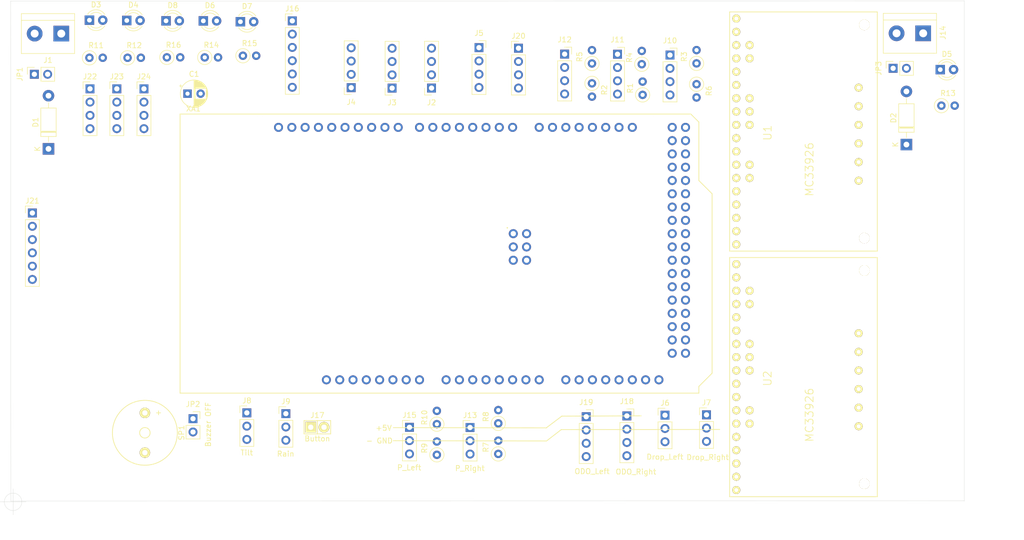
<source format=kicad_pcb>
(kicad_pcb (version 20171130) (host pcbnew "(5.1.9)-1")

  (general
    (thickness 1.6)
    (drawings 15)
    (tracks 0)
    (zones 0)
    (modules 56)
    (nets 121)
  )

  (page A4)
  (layers
    (0 F.Cu signal)
    (31 B.Cu signal)
    (32 B.Adhes user)
    (33 F.Adhes user)
    (34 B.Paste user)
    (35 F.Paste user)
    (36 B.SilkS user)
    (37 F.SilkS user)
    (38 B.Mask user)
    (39 F.Mask user)
    (40 Dwgs.User user)
    (41 Cmts.User user)
    (42 Eco1.User user)
    (43 Eco2.User user)
    (44 Edge.Cuts user)
    (45 Margin user)
    (46 B.CrtYd user)
    (47 F.CrtYd user)
    (48 B.Fab user)
    (49 F.Fab user)
  )

  (setup
    (last_trace_width 0.25)
    (trace_clearance 0.2)
    (zone_clearance 0.508)
    (zone_45_only no)
    (trace_min 0.2)
    (via_size 0.8)
    (via_drill 0.4)
    (via_min_size 0.4)
    (via_min_drill 0.3)
    (uvia_size 0.3)
    (uvia_drill 0.1)
    (uvias_allowed no)
    (uvia_min_size 0.2)
    (uvia_min_drill 0.1)
    (edge_width 0.05)
    (segment_width 0.2)
    (pcb_text_width 0.3)
    (pcb_text_size 1.5 1.5)
    (mod_edge_width 0.12)
    (mod_text_size 1 1)
    (mod_text_width 0.15)
    (pad_size 3.2 3.2)
    (pad_drill 3.2)
    (pad_to_mask_clearance 0)
    (aux_axis_origin 0 0)
    (visible_elements 7FFFFFFF)
    (pcbplotparams
      (layerselection 0x010fc_ffffffff)
      (usegerberextensions false)
      (usegerberattributes true)
      (usegerberadvancedattributes true)
      (creategerberjobfile true)
      (excludeedgelayer true)
      (linewidth 0.100000)
      (plotframeref false)
      (viasonmask false)
      (mode 1)
      (useauxorigin false)
      (hpglpennumber 1)
      (hpglpenspeed 20)
      (hpglpendiameter 15.000000)
      (psnegative false)
      (psa4output false)
      (plotreference true)
      (plotvalue true)
      (plotinvisibletext false)
      (padsonsilk false)
      (subtractmaskfromsilk false)
      (outputformat 1)
      (mirror false)
      (drillshape 1)
      (scaleselection 1)
      (outputdirectory ""))
  )

  (net 0 "")
  (net 1 SCL1)
  (net 2 SDA1)
  (net 3 GND)
  (net 4 +9V)
  (net 5 "Net-(XA1-PadMISO)")
  (net 6 "Net-(XA1-PadD49)")
  (net 7 "Net-(XA1-Pad5V4)")
  (net 8 "Net-(XA1-Pad5V3)")
  (net 9 "Net-(XA1-PadA10)")
  (net 10 "Net-(XA1-PadD9)")
  (net 11 "Net-(XA1-PadD8)")
  (net 12 "Net-(XA1-Pad5V2)")
  (net 13 "Net-(XA1-PadSCK)")
  (net 14 "Net-(XA1-PadMOSI)")
  (net 15 "Net-(XA1-PadGND4)")
  (net 16 "Net-(XA1-PadRST2)")
  (net 17 pinMotorRightSense)
  (net 18 pinMotorRightFault)
  (net 19 IOREV)
  (net 20 pinMotorRightPWM)
  (net 21 pinMotorEnable)
  (net 22 "Net-(U1-Pad1)")
  (net 23 "Net-(U2-Pad24)")
  (net 24 "Net-(U2-Pad23)")
  (net 25 "Net-(U2-Pad20)")
  (net 26 "Net-(U2-Pad19)")
  (net 27 "Net-(U2-Pad12)")
  (net 28 "Net-(U2-Pad11)")
  (net 29 "Net-(U2-Pad1)")
  (net 30 pinMotorRightDir)
  (net 31 pinMotorLeftSense)
  (net 32 pinMotorLeftFault)
  (net 33 pinMotorLeftPWM)
  (net 34 pinMotorLeftDir)
  (net 35 pinMotorMowSense)
  (net 36 pinMotorMowFault)
  (net 37 pinMotorMowPWM)
  (net 38 pinMotorMowDir)
  (net 39 pinMotorMowEnable)
  (net 40 pinOdometryRight2)
  (net 41 pinOdometryRight)
  (net 42 pinOdometryLeft2)
  (net 43 pinOdometryLeft)
  (net 44 +24V)
  (net 45 pinDropLeft)
  (net 46 pinBumperLeft)
  (net 47 pinBumperRight)
  (net 48 pinDropRight)
  (net 49 pinBuzzer)
  (net 50 pinRemoteSwitch)
  (net 51 pinButton)
  (net 52 pinChargeRelay)
  (net 53 pinUserSwitch3)
  (net 54 pinUserSwitch2)
  (net 55 pinUserSwitch1)
  (net 56 pinRain)
  (net 57 pinLawnBackSend)
  (net 58 pinLawnBackRecv)
  (net 59 pinLawnFrontSend)
  (net 60 pinLawnFrontRecv)
  (net 61 pinSonarLeftEcho)
  (net 62 pinTilt)
  (net 63 pinSonarLeftTrigger)
  (net 64 pinSonarRightEcho)
  (net 65 pinSonarRightTrigger)
  (net 66 pinSonarCenterTrigger)
  (net 67 pinSonarCenterEcho)
  (net 68 pinChargeVoltage)
  (net 69 pinChargeCurrent)
  (net 70 pinVoltageMeasurement)
  (net 71 pinPerimeterCenter)
  (net 72 pinPerimeterLeft)
  (net 73 pinPerimeterRight)
  (net 74 pinBatteryVoltage)
  (net 75 pinRemoteSteer)
  (net 76 pinRemoteMow)
  (net 77 pinLED)
  (net 78 pinRemoteSpeed)
  (net 79 pinRedLED)
  (net 80 pinGreenLED)
  (net 81 pinBatterySwitch)
  (net 82 SCL0)
  (net 83 SDA0)
  (net 84 "Net-(C1-Pad2)")
  (net 85 TX0)
  (net 86 RX0)
  (net 87 GPS_RX)
  (net 88 GPS_TX)
  (net 89 TX2)
  (net 90 RX2)
  (net 91 TX1)
  (net 92 RX1)
  (net 93 +5V)
  (net 94 pinMotorMowRpm)
  (net 95 Reset)
  (net 96 +3V3)
  (net 97 "Net-(D6-Pad2)")
  (net 98 "Net-(D1-Pad2)")
  (net 99 "Net-(D7-Pad2)")
  (net 100 "Net-(D2-Pad2)")
  (net 101 "Net-(D8-Pad2)")
  (net 102 "Net-(J1-Pad2)")
  (net 103 "Net-(U1-Pad12)")
  (net 104 "Net-(U1-Pad11)")
  (net 105 "Net-(J12-Pad3)")
  (net 106 "Net-(J13-Pad3)")
  (net 107 "Net-(J10-Pad3)")
  (net 108 "Net-(J11-Pad3)")
  (net 109 "Net-(J14-Pad2)")
  (net 110 "Net-(J15-Pad3)")
  (net 111 "Net-(D3-Pad2)")
  (net 112 "Net-(D4-Pad2)")
  (net 113 "Net-(D5-Pad2)")
  (net 114 "Net-(U1-Pad24)")
  (net 115 "Net-(U1-Pad23)")
  (net 116 "Net-(U1-Pad20)")
  (net 117 "Net-(U1-Pad19)")
  (net 118 "Net-(J16-Pad2)")
  (net 119 "Net-(J16-Pad1)")
  (net 120 "Net-(JP2-Pad2)")

  (net_class Default "This is the default net class."
    (clearance 0.2)
    (trace_width 0.25)
    (via_dia 0.8)
    (via_drill 0.4)
    (uvia_dia 0.3)
    (uvia_drill 0.1)
    (add_net +24V)
    (add_net +3V3)
    (add_net +5V)
    (add_net +9V)
    (add_net GND)
    (add_net GPS_RX)
    (add_net GPS_TX)
    (add_net IOREV)
    (add_net "Net-(C1-Pad2)")
    (add_net "Net-(D1-Pad2)")
    (add_net "Net-(D2-Pad2)")
    (add_net "Net-(D3-Pad2)")
    (add_net "Net-(D4-Pad2)")
    (add_net "Net-(D5-Pad2)")
    (add_net "Net-(D6-Pad2)")
    (add_net "Net-(D7-Pad2)")
    (add_net "Net-(D8-Pad2)")
    (add_net "Net-(J1-Pad2)")
    (add_net "Net-(J10-Pad3)")
    (add_net "Net-(J11-Pad3)")
    (add_net "Net-(J12-Pad3)")
    (add_net "Net-(J13-Pad3)")
    (add_net "Net-(J14-Pad2)")
    (add_net "Net-(J15-Pad3)")
    (add_net "Net-(J16-Pad1)")
    (add_net "Net-(J16-Pad2)")
    (add_net "Net-(JP2-Pad2)")
    (add_net "Net-(U1-Pad1)")
    (add_net "Net-(U1-Pad11)")
    (add_net "Net-(U1-Pad12)")
    (add_net "Net-(U1-Pad19)")
    (add_net "Net-(U1-Pad20)")
    (add_net "Net-(U1-Pad23)")
    (add_net "Net-(U1-Pad24)")
    (add_net "Net-(U2-Pad1)")
    (add_net "Net-(U2-Pad11)")
    (add_net "Net-(U2-Pad12)")
    (add_net "Net-(U2-Pad19)")
    (add_net "Net-(U2-Pad20)")
    (add_net "Net-(U2-Pad23)")
    (add_net "Net-(U2-Pad24)")
    (add_net "Net-(XA1-Pad5V2)")
    (add_net "Net-(XA1-Pad5V3)")
    (add_net "Net-(XA1-Pad5V4)")
    (add_net "Net-(XA1-PadA10)")
    (add_net "Net-(XA1-PadD49)")
    (add_net "Net-(XA1-PadD8)")
    (add_net "Net-(XA1-PadD9)")
    (add_net "Net-(XA1-PadGND4)")
    (add_net "Net-(XA1-PadMISO)")
    (add_net "Net-(XA1-PadMOSI)")
    (add_net "Net-(XA1-PadRST2)")
    (add_net "Net-(XA1-PadSCK)")
    (add_net RX0)
    (add_net RX1)
    (add_net RX2)
    (add_net Reset)
    (add_net SCL0)
    (add_net SCL1)
    (add_net SDA0)
    (add_net SDA1)
    (add_net TX0)
    (add_net TX1)
    (add_net TX2)
    (add_net pinBatterySwitch)
    (add_net pinBatteryVoltage)
    (add_net pinBumperLeft)
    (add_net pinBumperRight)
    (add_net pinButton)
    (add_net pinBuzzer)
    (add_net pinChargeCurrent)
    (add_net pinChargeRelay)
    (add_net pinChargeVoltage)
    (add_net pinDropLeft)
    (add_net pinDropRight)
    (add_net pinGreenLED)
    (add_net pinLED)
    (add_net pinLawnBackRecv)
    (add_net pinLawnBackSend)
    (add_net pinLawnFrontRecv)
    (add_net pinLawnFrontSend)
    (add_net pinMotorEnable)
    (add_net pinMotorLeftDir)
    (add_net pinMotorLeftFault)
    (add_net pinMotorLeftPWM)
    (add_net pinMotorLeftSense)
    (add_net pinMotorMowDir)
    (add_net pinMotorMowEnable)
    (add_net pinMotorMowFault)
    (add_net pinMotorMowPWM)
    (add_net pinMotorMowRpm)
    (add_net pinMotorMowSense)
    (add_net pinMotorRightDir)
    (add_net pinMotorRightFault)
    (add_net pinMotorRightPWM)
    (add_net pinMotorRightSense)
    (add_net pinOdometryLeft)
    (add_net pinOdometryLeft2)
    (add_net pinOdometryRight)
    (add_net pinOdometryRight2)
    (add_net pinPerimeterCenter)
    (add_net pinPerimeterLeft)
    (add_net pinPerimeterRight)
    (add_net pinRain)
    (add_net pinRedLED)
    (add_net pinRemoteMow)
    (add_net pinRemoteSpeed)
    (add_net pinRemoteSteer)
    (add_net pinRemoteSwitch)
    (add_net pinSonarCenterEcho)
    (add_net pinSonarCenterTrigger)
    (add_net pinSonarLeftEcho)
    (add_net pinSonarLeftTrigger)
    (add_net pinSonarRightEcho)
    (add_net pinSonarRightTrigger)
    (add_net pinTilt)
    (add_net pinUserSwitch1)
    (add_net pinUserSwitch2)
    (add_net pinUserSwitch3)
    (add_net pinVoltageMeasurement)
  )

  (module Connector_PinHeader_2.54mm:PinHeader_1x04_P2.54mm_Vertical (layer F.Cu) (tedit 59FED5CC) (tstamp 606DF650)
    (at 60.68 52.85)
    (descr "Through hole straight pin header, 1x04, 2.54mm pitch, single row")
    (tags "Through hole pin header THT 1x04 2.54mm single row")
    (path /60948535)
    (fp_text reference J23 (at 0 -2.33) (layer F.SilkS)
      (effects (font (size 1 1) (thickness 0.15)))
    )
    (fp_text value GND (at 0 9.95) (layer F.Fab)
      (effects (font (size 1 1) (thickness 0.15)))
    )
    (fp_line (start 1.8 -1.8) (end -1.8 -1.8) (layer F.CrtYd) (width 0.05))
    (fp_line (start 1.8 9.4) (end 1.8 -1.8) (layer F.CrtYd) (width 0.05))
    (fp_line (start -1.8 9.4) (end 1.8 9.4) (layer F.CrtYd) (width 0.05))
    (fp_line (start -1.8 -1.8) (end -1.8 9.4) (layer F.CrtYd) (width 0.05))
    (fp_line (start -1.33 -1.33) (end 0 -1.33) (layer F.SilkS) (width 0.12))
    (fp_line (start -1.33 0) (end -1.33 -1.33) (layer F.SilkS) (width 0.12))
    (fp_line (start -1.33 1.27) (end 1.33 1.27) (layer F.SilkS) (width 0.12))
    (fp_line (start 1.33 1.27) (end 1.33 8.95) (layer F.SilkS) (width 0.12))
    (fp_line (start -1.33 1.27) (end -1.33 8.95) (layer F.SilkS) (width 0.12))
    (fp_line (start -1.33 8.95) (end 1.33 8.95) (layer F.SilkS) (width 0.12))
    (fp_line (start -1.27 -0.635) (end -0.635 -1.27) (layer F.Fab) (width 0.1))
    (fp_line (start -1.27 8.89) (end -1.27 -0.635) (layer F.Fab) (width 0.1))
    (fp_line (start 1.27 8.89) (end -1.27 8.89) (layer F.Fab) (width 0.1))
    (fp_line (start 1.27 -1.27) (end 1.27 8.89) (layer F.Fab) (width 0.1))
    (fp_line (start -0.635 -1.27) (end 1.27 -1.27) (layer F.Fab) (width 0.1))
    (fp_text user %R (at 0 3.81 90) (layer F.Fab)
      (effects (font (size 1 1) (thickness 0.15)))
    )
    (pad 4 thru_hole oval (at 0 7.62) (size 1.7 1.7) (drill 1) (layers *.Cu *.Mask)
      (net 3 GND))
    (pad 3 thru_hole oval (at 0 5.08) (size 1.7 1.7) (drill 1) (layers *.Cu *.Mask)
      (net 3 GND))
    (pad 2 thru_hole oval (at 0 2.54) (size 1.7 1.7) (drill 1) (layers *.Cu *.Mask)
      (net 3 GND))
    (pad 1 thru_hole rect (at 0 0) (size 1.7 1.7) (drill 1) (layers *.Cu *.Mask)
      (net 3 GND))
    (model ${KISYS3DMOD}/Connector_PinHeader_2.54mm.3dshapes/PinHeader_1x04_P2.54mm_Vertical.wrl
      (at (xyz 0 0 0))
      (scale (xyz 1 1 1))
      (rotate (xyz 0 0 0))
    )
  )

  (module Connector_PinHeader_2.54mm:PinHeader_1x04_P2.54mm_Vertical (layer F.Cu) (tedit 59FED5CC) (tstamp 606DF638)
    (at 55.56 52.85)
    (descr "Through hole straight pin header, 1x04, 2.54mm pitch, single row")
    (tags "Through hole pin header THT 1x04 2.54mm single row")
    (path /60946973)
    (fp_text reference J22 (at 0 -2.33) (layer F.SilkS)
      (effects (font (size 1 1) (thickness 0.15)))
    )
    (fp_text value 3.3V (at 0 9.95) (layer F.Fab)
      (effects (font (size 1 1) (thickness 0.15)))
    )
    (fp_line (start 1.8 -1.8) (end -1.8 -1.8) (layer F.CrtYd) (width 0.05))
    (fp_line (start 1.8 9.4) (end 1.8 -1.8) (layer F.CrtYd) (width 0.05))
    (fp_line (start -1.8 9.4) (end 1.8 9.4) (layer F.CrtYd) (width 0.05))
    (fp_line (start -1.8 -1.8) (end -1.8 9.4) (layer F.CrtYd) (width 0.05))
    (fp_line (start -1.33 -1.33) (end 0 -1.33) (layer F.SilkS) (width 0.12))
    (fp_line (start -1.33 0) (end -1.33 -1.33) (layer F.SilkS) (width 0.12))
    (fp_line (start -1.33 1.27) (end 1.33 1.27) (layer F.SilkS) (width 0.12))
    (fp_line (start 1.33 1.27) (end 1.33 8.95) (layer F.SilkS) (width 0.12))
    (fp_line (start -1.33 1.27) (end -1.33 8.95) (layer F.SilkS) (width 0.12))
    (fp_line (start -1.33 8.95) (end 1.33 8.95) (layer F.SilkS) (width 0.12))
    (fp_line (start -1.27 -0.635) (end -0.635 -1.27) (layer F.Fab) (width 0.1))
    (fp_line (start -1.27 8.89) (end -1.27 -0.635) (layer F.Fab) (width 0.1))
    (fp_line (start 1.27 8.89) (end -1.27 8.89) (layer F.Fab) (width 0.1))
    (fp_line (start 1.27 -1.27) (end 1.27 8.89) (layer F.Fab) (width 0.1))
    (fp_line (start -0.635 -1.27) (end 1.27 -1.27) (layer F.Fab) (width 0.1))
    (fp_text user %R (at 0 3.81 90) (layer F.Fab)
      (effects (font (size 1 1) (thickness 0.15)))
    )
    (pad 4 thru_hole oval (at 0 7.62) (size 1.7 1.7) (drill 1) (layers *.Cu *.Mask)
      (net 96 +3V3))
    (pad 3 thru_hole oval (at 0 5.08) (size 1.7 1.7) (drill 1) (layers *.Cu *.Mask)
      (net 96 +3V3))
    (pad 2 thru_hole oval (at 0 2.54) (size 1.7 1.7) (drill 1) (layers *.Cu *.Mask)
      (net 96 +3V3))
    (pad 1 thru_hole rect (at 0 0) (size 1.7 1.7) (drill 1) (layers *.Cu *.Mask)
      (net 96 +3V3))
    (model ${KISYS3DMOD}/Connector_PinHeader_2.54mm.3dshapes/PinHeader_1x04_P2.54mm_Vertical.wrl
      (at (xyz 0 0 0))
      (scale (xyz 1 1 1))
      (rotate (xyz 0 0 0))
    )
  )

  (module Arduino:Arduino_Due_Shield (layer F.Cu) (tedit 5A8605C9) (tstamp 606F764A)
    (at 72.765225 111.02)
    (descr https://store.arduino.cc/arduino-due)
    (path /606B55C4)
    (fp_text reference XA1 (at 2.54 -54.356) (layer F.SilkS)
      (effects (font (size 1 1) (thickness 0.15)))
    )
    (fp_text value Arduino_Due_Shield (at 15.494 -54.356) (layer F.Fab)
      (effects (font (size 1 1) (thickness 0.15)))
    )
    (fp_line (start 11.43 -12.065) (end 11.43 -3.175) (layer B.CrtYd) (width 0.15))
    (fp_line (start -1.905 -3.175) (end 11.43 -3.175) (layer B.CrtYd) (width 0.15))
    (fp_line (start -1.905 -12.065) (end -1.905 -3.175) (layer B.CrtYd) (width 0.15))
    (fp_line (start -1.905 -12.065) (end 11.43 -12.065) (layer B.CrtYd) (width 0.15))
    (fp_line (start 0 -53.34) (end 0 0) (layer F.SilkS) (width 0.15))
    (fp_line (start 99.06 -40.64) (end 99.06 -51.816) (layer F.SilkS) (width 0.15))
    (fp_line (start 101.6 -38.1) (end 99.06 -40.64) (layer F.SilkS) (width 0.15))
    (fp_line (start 101.6 -3.81) (end 101.6 -38.1) (layer F.SilkS) (width 0.15))
    (fp_line (start 99.06 -1.27) (end 101.6 -3.81) (layer F.SilkS) (width 0.15))
    (fp_line (start 99.06 0) (end 99.06 -1.27) (layer F.SilkS) (width 0.15))
    (fp_line (start 97.536 -53.34) (end 99.06 -51.816) (layer F.SilkS) (width 0.15))
    (fp_line (start 0 0) (end 99.06 0) (layer F.SilkS) (width 0.15))
    (fp_line (start 0 -53.34) (end 97.536 -53.34) (layer F.SilkS) (width 0.15))
    (fp_text user . (at 62.484 -32.004) (layer F.SilkS)
      (effects (font (size 1 1) (thickness 0.15)))
    )
    (pad MISO thru_hole oval (at 63.627 -30.48) (size 1.7272 1.7272) (drill 1.016) (layers *.Cu *.Mask)
      (net 5 "Net-(XA1-PadMISO)"))
    (pad GND6 thru_hole oval (at 96.52 -7.62) (size 1.7272 1.7272) (drill 1.016) (layers *.Cu *.Mask)
      (net 3 GND))
    (pad GND5 thru_hole oval (at 93.98 -7.62) (size 1.7272 1.7272) (drill 1.016) (layers *.Cu *.Mask)
      (net 3 GND))
    (pad D53 thru_hole oval (at 96.52 -10.16) (size 1.7272 1.7272) (drill 1.016) (layers *.Cu *.Mask)
      (net 49 pinBuzzer))
    (pad D52 thru_hole oval (at 93.98 -10.16) (size 1.7272 1.7272) (drill 1.016) (layers *.Cu *.Mask)
      (net 50 pinRemoteSwitch))
    (pad D51 thru_hole oval (at 96.52 -12.7) (size 1.7272 1.7272) (drill 1.016) (layers *.Cu *.Mask)
      (net 51 pinButton))
    (pad D50 thru_hole oval (at 93.98 -12.7) (size 1.7272 1.7272) (drill 1.016) (layers *.Cu *.Mask)
      (net 52 pinChargeRelay))
    (pad D49 thru_hole oval (at 96.52 -15.24) (size 1.7272 1.7272) (drill 1.016) (layers *.Cu *.Mask)
      (net 6 "Net-(XA1-PadD49)"))
    (pad D48 thru_hole oval (at 93.98 -15.24) (size 1.7272 1.7272) (drill 1.016) (layers *.Cu *.Mask)
      (net 53 pinUserSwitch3))
    (pad D47 thru_hole oval (at 96.52 -17.78) (size 1.7272 1.7272) (drill 1.016) (layers *.Cu *.Mask)
      (net 54 pinUserSwitch2))
    (pad D46 thru_hole oval (at 93.98 -17.78) (size 1.7272 1.7272) (drill 1.016) (layers *.Cu *.Mask)
      (net 55 pinUserSwitch1))
    (pad D45 thru_hole oval (at 96.52 -20.32) (size 1.7272 1.7272) (drill 1.016) (layers *.Cu *.Mask)
      (net 45 pinDropLeft))
    (pad D44 thru_hole oval (at 93.98 -20.32) (size 1.7272 1.7272) (drill 1.016) (layers *.Cu *.Mask)
      (net 56 pinRain))
    (pad D43 thru_hole oval (at 96.52 -22.86) (size 1.7272 1.7272) (drill 1.016) (layers *.Cu *.Mask)
      (net 57 pinLawnBackSend))
    (pad D42 thru_hole oval (at 93.98 -22.86) (size 1.7272 1.7272) (drill 1.016) (layers *.Cu *.Mask)
      (net 58 pinLawnBackRecv))
    (pad D41 thru_hole oval (at 96.52 -25.4) (size 1.7272 1.7272) (drill 1.016) (layers *.Cu *.Mask)
      (net 59 pinLawnFrontSend))
    (pad D40 thru_hole oval (at 93.98 -25.4) (size 1.7272 1.7272) (drill 1.016) (layers *.Cu *.Mask)
      (net 60 pinLawnFrontRecv))
    (pad D39 thru_hole oval (at 96.52 -27.94) (size 1.7272 1.7272) (drill 1.016) (layers *.Cu *.Mask)
      (net 46 pinBumperLeft))
    (pad D38 thru_hole oval (at 93.98 -27.94) (size 1.7272 1.7272) (drill 1.016) (layers *.Cu *.Mask)
      (net 47 pinBumperRight))
    (pad D37 thru_hole oval (at 96.52 -30.48) (size 1.7272 1.7272) (drill 1.016) (layers *.Cu *.Mask)
      (net 21 pinMotorEnable))
    (pad D36 thru_hole oval (at 93.98 -30.48) (size 1.7272 1.7272) (drill 1.016) (layers *.Cu *.Mask)
      (net 61 pinSonarLeftEcho))
    (pad D35 thru_hole oval (at 96.52 -33.02) (size 1.7272 1.7272) (drill 1.016) (layers *.Cu *.Mask)
      (net 62 pinTilt))
    (pad D34 thru_hole oval (at 93.98 -33.02) (size 1.7272 1.7272) (drill 1.016) (layers *.Cu *.Mask)
      (net 63 pinSonarLeftTrigger))
    (pad D33 thru_hole oval (at 96.52 -35.56) (size 1.7272 1.7272) (drill 1.016) (layers *.Cu *.Mask)
      (net 30 pinMotorRightDir))
    (pad D32 thru_hole oval (at 93.98 -35.56) (size 1.7272 1.7272) (drill 1.016) (layers *.Cu *.Mask)
      (net 64 pinSonarRightEcho))
    (pad D31 thru_hole oval (at 96.52 -38.1) (size 1.7272 1.7272) (drill 1.016) (layers *.Cu *.Mask)
      (net 34 pinMotorLeftDir))
    (pad D30 thru_hole oval (at 93.98 -38.1) (size 1.7272 1.7272) (drill 1.016) (layers *.Cu *.Mask)
      (net 65 pinSonarRightTrigger))
    (pad D29 thru_hole oval (at 96.52 -40.64) (size 1.7272 1.7272) (drill 1.016) (layers *.Cu *.Mask)
      (net 38 pinMotorMowDir))
    (pad D28 thru_hole oval (at 93.98 -40.64) (size 1.7272 1.7272) (drill 1.016) (layers *.Cu *.Mask)
      (net 39 pinMotorMowEnable))
    (pad D27 thru_hole oval (at 96.52 -43.18) (size 1.7272 1.7272) (drill 1.016) (layers *.Cu *.Mask)
      (net 18 pinMotorRightFault))
    (pad D26 thru_hole oval (at 93.98 -43.18) (size 1.7272 1.7272) (drill 1.016) (layers *.Cu *.Mask)
      (net 36 pinMotorMowFault))
    (pad D25 thru_hole oval (at 96.52 -45.72) (size 1.7272 1.7272) (drill 1.016) (layers *.Cu *.Mask)
      (net 32 pinMotorLeftFault))
    (pad D24 thru_hole oval (at 93.98 -45.72) (size 1.7272 1.7272) (drill 1.016) (layers *.Cu *.Mask)
      (net 66 pinSonarCenterTrigger))
    (pad D23 thru_hole oval (at 96.52 -48.26) (size 1.7272 1.7272) (drill 1.016) (layers *.Cu *.Mask)
      (net 48 pinDropRight))
    (pad D22 thru_hole oval (at 93.98 -48.26) (size 1.7272 1.7272) (drill 1.016) (layers *.Cu *.Mask)
      (net 67 pinSonarCenterEcho))
    (pad 5V4 thru_hole oval (at 96.52 -50.8) (size 1.7272 1.7272) (drill 1.016) (layers *.Cu *.Mask)
      (net 7 "Net-(XA1-Pad5V4)"))
    (pad 5V3 thru_hole oval (at 93.98 -50.8) (size 1.7272 1.7272) (drill 1.016) (layers *.Cu *.Mask)
      (net 8 "Net-(XA1-Pad5V3)"))
    (pad CANT thru_hole oval (at 91.44 -2.54) (size 1.7272 1.7272) (drill 1.016) (layers *.Cu *.Mask)
      (net 40 pinOdometryRight2))
    (pad CANR thru_hole oval (at 88.9 -2.54) (size 1.7272 1.7272) (drill 1.016) (layers *.Cu *.Mask)
      (net 41 pinOdometryRight))
    (pad DAC1 thru_hole oval (at 86.36 -2.54) (size 1.7272 1.7272) (drill 1.016) (layers *.Cu *.Mask)
      (net 42 pinOdometryLeft2))
    (pad DAC0 thru_hole oval (at 83.82 -2.54) (size 1.7272 1.7272) (drill 1.016) (layers *.Cu *.Mask)
      (net 43 pinOdometryLeft))
    (pad A11 thru_hole oval (at 81.28 -2.54) (size 1.7272 1.7272) (drill 1.016) (layers *.Cu *.Mask)
      (net 94 pinMotorMowRpm))
    (pad A10 thru_hole oval (at 78.74 -2.54) (size 1.7272 1.7272) (drill 1.016) (layers *.Cu *.Mask)
      (net 9 "Net-(XA1-PadA10)"))
    (pad A9 thru_hole oval (at 76.2 -2.54) (size 1.7272 1.7272) (drill 1.016) (layers *.Cu *.Mask)
      (net 68 pinChargeVoltage))
    (pad A8 thru_hole oval (at 73.66 -2.54) (size 1.7272 1.7272) (drill 1.016) (layers *.Cu *.Mask)
      (net 69 pinChargeCurrent))
    (pad A7 thru_hole oval (at 68.58 -2.54) (size 1.7272 1.7272) (drill 1.016) (layers *.Cu *.Mask)
      (net 70 pinVoltageMeasurement))
    (pad A6 thru_hole oval (at 66.04 -2.54) (size 1.7272 1.7272) (drill 1.016) (layers *.Cu *.Mask)
      (net 71 pinPerimeterCenter))
    (pad A5 thru_hole oval (at 63.5 -2.54) (size 1.7272 1.7272) (drill 1.016) (layers *.Cu *.Mask)
      (net 72 pinPerimeterLeft))
    (pad A4 thru_hole oval (at 60.96 -2.54) (size 1.7272 1.7272) (drill 1.016) (layers *.Cu *.Mask)
      (net 73 pinPerimeterRight))
    (pad A3 thru_hole oval (at 58.42 -2.54) (size 1.7272 1.7272) (drill 1.016) (layers *.Cu *.Mask)
      (net 35 pinMotorMowSense))
    (pad A2 thru_hole oval (at 55.88 -2.54) (size 1.7272 1.7272) (drill 1.016) (layers *.Cu *.Mask)
      (net 74 pinBatteryVoltage))
    (pad A1 thru_hole oval (at 53.34 -2.54) (size 1.7272 1.7272) (drill 1.016) (layers *.Cu *.Mask)
      (net 31 pinMotorLeftSense))
    (pad "" thru_hole oval (at 27.94 -2.54) (size 1.7272 1.7272) (drill 1.016) (layers *.Cu *.Mask))
    (pad D11 thru_hole oval (at 34.036 -50.8) (size 1.7272 1.7272) (drill 1.016) (layers *.Cu *.Mask)
      (net 75 pinRemoteSteer))
    (pad D12 thru_hole oval (at 31.496 -50.8) (size 1.7272 1.7272) (drill 1.016) (layers *.Cu *.Mask)
      (net 76 pinRemoteMow))
    (pad D13 thru_hole oval (at 28.956 -50.8) (size 1.7272 1.7272) (drill 1.016) (layers *.Cu *.Mask)
      (net 77 pinLED))
    (pad AREF thru_hole oval (at 23.876 -50.8) (size 1.7272 1.7272) (drill 1.016) (layers *.Cu *.Mask)
      (net 84 "Net-(C1-Pad2)"))
    (pad SDA1 thru_hole oval (at 21.336 -50.8) (size 1.7272 1.7272) (drill 1.016) (layers *.Cu *.Mask)
      (net 2 SDA1))
    (pad SCL1 thru_hole oval (at 18.796 -50.8) (size 1.7272 1.7272) (drill 1.016) (layers *.Cu *.Mask)
      (net 1 SCL1))
    (pad "" np_thru_hole circle (at 13.97 -2.54) (size 3.2 3.2) (drill 3.2) (layers *.Cu *.Mask))
    (pad "" np_thru_hole circle (at 96.52 -2.54) (size 3.2 3.2) (drill 3.2) (layers *.Cu *.Mask))
    (pad "" np_thru_hole circle (at 15.24 -50.8) (size 3.2 3.2) (drill 3.2) (layers *.Cu *.Mask))
    (pad "" np_thru_hole circle (at 90.17 -50.8) (size 3.2 3.2) (drill 3.2) (layers *.Cu *.Mask))
    (pad "" np_thru_hole circle (at 66.04 -35.56) (size 3.2 3.2) (drill 3.2) (layers *.Cu *.Mask))
    (pad "" np_thru_hole circle (at 66.04 -7.62) (size 3.2 3.2) (drill 3.2) (layers *.Cu *.Mask))
    (pad D10 thru_hole oval (at 36.576 -50.8) (size 1.7272 1.7272) (drill 1.016) (layers *.Cu *.Mask)
      (net 78 pinRemoteSpeed))
    (pad D9 thru_hole oval (at 39.116 -50.8) (size 1.7272 1.7272) (drill 1.016) (layers *.Cu *.Mask)
      (net 10 "Net-(XA1-PadD9)"))
    (pad D8 thru_hole oval (at 41.656 -50.8) (size 1.7272 1.7272) (drill 1.016) (layers *.Cu *.Mask)
      (net 11 "Net-(XA1-PadD8)"))
    (pad GND1 thru_hole oval (at 26.416 -50.8) (size 1.7272 1.7272) (drill 1.016) (layers *.Cu *.Mask)
      (net 3 GND))
    (pad D7 thru_hole oval (at 45.72 -50.8) (size 1.7272 1.7272) (drill 1.016) (layers *.Cu *.Mask)
      (net 79 pinRedLED))
    (pad D6 thru_hole oval (at 48.26 -50.8) (size 1.7272 1.7272) (drill 1.016) (layers *.Cu *.Mask)
      (net 80 pinGreenLED))
    (pad D5 thru_hole oval (at 50.8 -50.8) (size 1.7272 1.7272) (drill 1.016) (layers *.Cu *.Mask)
      (net 33 pinMotorLeftPWM))
    (pad D4 thru_hole oval (at 53.34 -50.8) (size 1.7272 1.7272) (drill 1.016) (layers *.Cu *.Mask)
      (net 81 pinBatterySwitch))
    (pad D3 thru_hole oval (at 55.88 -50.8) (size 1.7272 1.7272) (drill 1.016) (layers *.Cu *.Mask)
      (net 20 pinMotorRightPWM))
    (pad D2 thru_hole oval (at 58.42 -50.8) (size 1.7272 1.7272) (drill 1.016) (layers *.Cu *.Mask)
      (net 37 pinMotorMowPWM))
    (pad D1 thru_hole oval (at 60.96 -50.8) (size 1.7272 1.7272) (drill 1.016) (layers *.Cu *.Mask)
      (net 85 TX0))
    (pad D0 thru_hole oval (at 63.5 -50.8) (size 1.7272 1.7272) (drill 1.016) (layers *.Cu *.Mask)
      (net 86 RX0))
    (pad D14 thru_hole oval (at 68.58 -50.8) (size 1.7272 1.7272) (drill 1.016) (layers *.Cu *.Mask)
      (net 87 GPS_RX))
    (pad D15 thru_hole oval (at 71.12 -50.8) (size 1.7272 1.7272) (drill 1.016) (layers *.Cu *.Mask)
      (net 88 GPS_TX))
    (pad D16 thru_hole oval (at 73.66 -50.8) (size 1.7272 1.7272) (drill 1.016) (layers *.Cu *.Mask)
      (net 89 TX2))
    (pad D17 thru_hole oval (at 76.2 -50.8) (size 1.7272 1.7272) (drill 1.016) (layers *.Cu *.Mask)
      (net 90 RX2))
    (pad D18 thru_hole oval (at 78.74 -50.8) (size 1.7272 1.7272) (drill 1.016) (layers *.Cu *.Mask)
      (net 91 TX1))
    (pad D19 thru_hole oval (at 81.28 -50.8) (size 1.7272 1.7272) (drill 1.016) (layers *.Cu *.Mask)
      (net 92 RX1))
    (pad D20 thru_hole oval (at 83.82 -50.8) (size 1.7272 1.7272) (drill 1.016) (layers *.Cu *.Mask)
      (net 83 SDA0))
    (pad D21 thru_hole oval (at 86.36 -50.8) (size 1.7272 1.7272) (drill 1.016) (layers *.Cu *.Mask)
      (net 82 SCL0))
    (pad IORF thru_hole oval (at 30.48 -2.54) (size 1.7272 1.7272) (drill 1.016) (layers *.Cu *.Mask)
      (net 19 IOREV))
    (pad RST1 thru_hole oval (at 33.02 -2.54) (size 1.7272 1.7272) (drill 1.016) (layers *.Cu *.Mask)
      (net 95 Reset))
    (pad 3V3 thru_hole oval (at 35.56 -2.54) (size 1.7272 1.7272) (drill 1.016) (layers *.Cu *.Mask)
      (net 96 +3V3))
    (pad 5V1 thru_hole oval (at 38.1 -2.54) (size 1.7272 1.7272) (drill 1.016) (layers *.Cu *.Mask)
      (net 93 +5V))
    (pad GND2 thru_hole oval (at 40.64 -2.54) (size 1.7272 1.7272) (drill 1.016) (layers *.Cu *.Mask)
      (net 3 GND))
    (pad GND3 thru_hole oval (at 43.18 -2.54) (size 1.7272 1.7272) (drill 1.016) (layers *.Cu *.Mask)
      (net 3 GND))
    (pad VIN thru_hole oval (at 45.72 -2.54) (size 1.7272 1.7272) (drill 1.016) (layers *.Cu *.Mask)
      (net 4 +9V))
    (pad A0 thru_hole oval (at 50.8 -2.54) (size 1.7272 1.7272) (drill 1.016) (layers *.Cu *.Mask)
      (net 17 pinMotorRightSense))
    (pad 5V2 thru_hole oval (at 66.167 -30.48) (size 1.7272 1.7272) (drill 1.016) (layers *.Cu *.Mask)
      (net 12 "Net-(XA1-Pad5V2)"))
    (pad SCK thru_hole oval (at 63.627 -27.94) (size 1.7272 1.7272) (drill 1.016) (layers *.Cu *.Mask)
      (net 13 "Net-(XA1-PadSCK)"))
    (pad MOSI thru_hole oval (at 66.167 -27.94) (size 1.7272 1.7272) (drill 1.016) (layers *.Cu *.Mask)
      (net 14 "Net-(XA1-PadMOSI)"))
    (pad GND4 thru_hole oval (at 66.167 -25.4) (size 1.7272 1.7272) (drill 1.016) (layers *.Cu *.Mask)
      (net 15 "Net-(XA1-PadGND4)"))
    (pad RST2 thru_hole oval (at 63.627 -25.4) (size 1.7272 1.7272) (drill 1.016) (layers *.Cu *.Mask)
      (net 16 "Net-(XA1-PadRST2)"))
  )

  (module Zimprich:MC_33926_31polig_mit_Bohrloch_neue_Masse (layer F.Cu) (tedit 586E57E9) (tstamp 606F75D6)
    (at 216.83 134.63 90)
    (path /606E009A)
    (fp_text reference U2 (at 26.416 -31.877 90) (layer F.SilkS)
      (effects (font (size 1.5 1.5) (thickness 0.15)))
    )
    (fp_text value MC33926 (at 19.431 -23.876 90) (layer F.SilkS)
      (effects (font (size 1.5 1.5) (thickness 0.15)))
    )
    (fp_circle (center 17.78 -35.306) (end 17.907 -35.052) (layer F.SilkS) (width 0.15))
    (fp_circle (center 20.32 -35.306) (end 20.447 -35.052) (layer F.SilkS) (width 0.15))
    (fp_circle (center 27.94 -35.306) (end 28.067 -35.052) (layer F.SilkS) (width 0.15))
    (fp_circle (center 30.48 -35.306) (end 30.607 -35.052) (layer F.SilkS) (width 0.15))
    (fp_circle (center 33.02 -35.306) (end 33.147 -35.052) (layer F.SilkS) (width 0.15))
    (fp_circle (center 40.64 -35.306) (end 40.767 -35.052) (layer F.SilkS) (width 0.15))
    (fp_circle (center 43.18 -35.306) (end 43.434 -35.179) (layer F.SilkS) (width 0.15))
    (fp_circle (center 6.2865 -13.3985) (end 7.0485 -13.9065) (layer F.SilkS) (width 0.15))
    (fp_circle (center 47.0535 -13.3985) (end 47.8155 -13.9065) (layer F.SilkS) (width 0.15))
    (fp_circle (center 47.0535 -13.3985) (end 47.8155 -13.9065) (layer F.SilkS) (width 0.15))
    (fp_circle (center 47.0535 -13.3985) (end 47.8155 -13.9065) (layer F.SilkS) (width 0.15))
    (fp_circle (center 47.0535 -13.3985) (end 47.8155 -13.9065) (layer F.SilkS) (width 0.15))
    (fp_line (start 3.81 -10.922) (end 3.81 -39.116) (layer F.SilkS) (width 0.15))
    (fp_line (start 3.81 -39.116) (end 49.53 -39.116) (layer F.SilkS) (width 0.15))
    (fp_line (start 49.53 -39.116) (end 49.53 -10.922) (layer F.SilkS) (width 0.15))
    (fp_line (start 49.53 -10.922) (end 3.81 -10.922) (layer F.SilkS) (width 0.15))
    (pad ~ thru_hole circle (at 47.0535 -13.3985 90) (size 2 2) (drill 2) (layers *.Cu *.Mask F.SilkS))
    (pad ~ thru_hole circle (at 6.2865 -13.3985 90) (size 2 2) (drill 2) (layers *.Cu *.Mask F.SilkS))
    (pad 31 thru_hole circle (at 43.18 -35.306 90) (size 1.524 1.524) (drill 0.762) (layers *.Cu *.Mask F.SilkS))
    (pad 30 thru_hole circle (at 40.64 -35.306 90) (size 1.524 1.524) (drill 0.762) (layers *.Cu *.Mask F.SilkS))
    (pad 29 thru_hole circle (at 33.02 -35.306 90) (size 1.524 1.524) (drill 0.762) (layers *.Cu *.Mask F.SilkS))
    (pad 28 thru_hole circle (at 30.48 -35.306 90) (size 1.524 1.524) (drill 0.762) (layers *.Cu *.Mask F.SilkS))
    (pad 27 thru_hole circle (at 27.94 -35.306 90) (size 1.524 1.524) (drill 0.762) (layers *.Cu *.Mask F.SilkS))
    (pad 26 thru_hole circle (at 20.32 -35.306 90) (size 1.524 1.524) (drill 0.762) (layers *.Cu *.Mask F.SilkS))
    (pad 25 thru_hole circle (at 17.78 -35.306 90) (size 1.524 1.524) (drill 0.762) (layers *.Cu *.Mask F.SilkS))
    (pad 24 thru_hole circle (at 35.052 -14.478 90) (size 1.524 1.524) (drill 0.762) (layers *.Cu *.Mask F.SilkS)
      (net 23 "Net-(U2-Pad24)"))
    (pad 23 thru_hole circle (at 31.496 -14.478 90) (size 1.524 1.524) (drill 0.762) (layers *.Cu *.Mask F.SilkS)
      (net 24 "Net-(U2-Pad23)"))
    (pad 22 thru_hole circle (at 27.94 -14.478 90) (size 1.524 1.524) (drill 0.762) (layers *.Cu *.Mask F.SilkS)
      (net 44 +24V))
    (pad 21 thru_hole circle (at 24.384 -14.478 90) (size 1.524 1.524) (drill 0.762) (layers *.Cu *.Mask F.SilkS)
      (net 3 GND))
    (pad 20 thru_hole circle (at 20.828 -14.478 90) (size 1.524 1.524) (drill 0.762) (layers *.Cu *.Mask F.SilkS)
      (net 25 "Net-(U2-Pad20)"))
    (pad 19 thru_hole circle (at 17.272 -14.478 90) (size 1.524 1.524) (drill 0.762) (layers *.Cu *.Mask F.SilkS)
      (net 26 "Net-(U2-Pad19)"))
    (pad 18 thru_hole circle (at 48.26 -37.846 90) (size 1.524 1.524) (drill 0.762) (layers *.Cu *.Mask F.SilkS)
      (net 17 pinMotorRightSense))
    (pad 17 thru_hole circle (at 45.72 -37.846 90) (size 1.524 1.524) (drill 0.762) (layers *.Cu *.Mask F.SilkS)
      (net 18 pinMotorRightFault))
    (pad 16 thru_hole circle (at 43.18 -37.846 90) (size 1.524 1.524) (drill 0.762) (layers *.Cu *.Mask F.SilkS)
      (net 3 GND))
    (pad 15 thru_hole circle (at 40.64 -37.846 90) (size 1.524 1.524) (drill 0.762) (layers *.Cu *.Mask F.SilkS)
      (net 19 IOREV))
    (pad 14 thru_hole circle (at 38.1 -37.846 90) (size 1.524 1.524) (drill 0.762) (layers *.Cu *.Mask F.SilkS)
      (net 20 pinMotorRightPWM))
    (pad 13 thru_hole circle (at 35.56 -37.846 90) (size 1.524 1.524) (drill 0.762) (layers *.Cu *.Mask F.SilkS)
      (net 30 pinMotorRightDir))
    (pad 12 thru_hole circle (at 33.02 -37.846 90) (size 1.524 1.524) (drill 0.762) (layers *.Cu *.Mask F.SilkS)
      (net 27 "Net-(U2-Pad12)"))
    (pad 11 thru_hole circle (at 30.48 -37.846 90) (size 1.524 1.524) (drill 0.762) (layers *.Cu *.Mask F.SilkS)
      (net 28 "Net-(U2-Pad11)"))
    (pad 10 thru_hole circle (at 27.94 -37.846 90) (size 1.524 1.524) (drill 0.762) (layers *.Cu *.Mask F.SilkS)
      (net 21 pinMotorEnable))
    (pad 9 thru_hole circle (at 25.4 -37.846 90) (size 1.524 1.524) (drill 0.762) (layers *.Cu *.Mask F.SilkS)
      (net 31 pinMotorLeftSense))
    (pad 8 thru_hole circle (at 22.86 -37.846 90) (size 1.524 1.524) (drill 0.762) (layers *.Cu *.Mask F.SilkS)
      (net 32 pinMotorLeftFault))
    (pad 7 thru_hole circle (at 20.32 -37.846 90) (size 1.524 1.524) (drill 0.762) (layers *.Cu *.Mask F.SilkS)
      (net 3 GND))
    (pad 6 thru_hole circle (at 17.78 -37.846 90) (size 1.524 1.524) (drill 0.762) (layers *.Cu *.Mask F.SilkS)
      (net 19 IOREV))
    (pad 5 thru_hole circle (at 15.24 -37.846 90) (size 1.524 1.524) (drill 0.762) (layers *.Cu *.Mask F.SilkS)
      (net 33 pinMotorLeftPWM))
    (pad 4 thru_hole circle (at 12.7 -37.846 90) (size 1.524 1.524) (drill 0.762) (layers *.Cu *.Mask F.SilkS)
      (net 34 pinMotorLeftDir))
    (pad 3 thru_hole circle (at 10.16 -37.846 90) (size 1.524 1.524) (drill 0.762) (layers *.Cu *.Mask F.SilkS)
      (net 19 IOREV))
    (pad 2 thru_hole circle (at 7.62 -37.846 90) (size 1.524 1.524) (drill 0.762) (layers *.Cu *.Mask F.SilkS)
      (net 3 GND))
    (pad 1 thru_hole circle (at 5.08 -37.846 90) (size 1.524 1.524) (drill 0.762) (layers *.Cu *.Mask F.SilkS)
      (net 29 "Net-(U2-Pad1)"))
    (model ${KISYS3DMOD}/Socket_Strips.3dshapes/Socket_Strip_Straight_1x18.wrl
      (offset (xyz 26.66999959945679 37.84599943161011 0))
      (scale (xyz 1 1 1))
      (rotate (xyz 0 0 0))
    )
    (model ${KISYS3DMOD}/Socket_Strips.3dshapes/Socket_Strip_Straight_1x02.wrl
      (offset (xyz 19.04999971389771 35.30599946975708 0))
      (scale (xyz 1 1 1))
      (rotate (xyz 0 0 0))
    )
    (model ${KISYS3DMOD}/Socket_Strips.3dshapes/Socket_Strip_Straight_1x03.wrl
      (offset (xyz 30.47999954223633 35.30599946975708 0))
      (scale (xyz 1 1 1))
      (rotate (xyz 0 0 0))
    )
    (model ${KISYS3DMOD}/Socket_Strips.3dshapes/Socket_Strip_Straight_1x02.wrl
      (offset (xyz 41.90999937057495 35.30599946975708 0))
      (scale (xyz 1 1 1))
      (rotate (xyz 0 0 0))
    )
    (model ${KISYS3DMOD}/Socket_Strips.3dshapes/Socket_Strip_Straight_1x01.wrl
      (offset (xyz 17.27199974060059 14.47799978256226 0))
      (scale (xyz 1 1 1))
      (rotate (xyz 0 0 0))
    )
    (model ${KISYS3DMOD}/Socket_Strips.3dshapes/Socket_Strip_Straight_1x01.wrl
      (offset (xyz 20.82799968719482 14.47799978256226 0))
      (scale (xyz 1 1 1))
      (rotate (xyz 0 0 0))
    )
    (model ${KISYS3DMOD}/Socket_Strips.3dshapes/Socket_Strip_Straight_1x01.wrl
      (offset (xyz 24.38399963378906 14.47799978256226 0))
      (scale (xyz 1 1 1))
      (rotate (xyz 0 0 0))
    )
    (model ${KISYS3DMOD}/Socket_Strips.3dshapes/Socket_Strip_Straight_1x01.wrl
      (offset (xyz 27.9399995803833 14.47799978256226 0))
      (scale (xyz 1 1 1))
      (rotate (xyz 0 0 0))
    )
    (model ${KISYS3DMOD}/Socket_Strips.3dshapes/Socket_Strip_Straight_1x01.wrl
      (offset (xyz 31.49599952697754 14.47799978256226 0))
      (scale (xyz 1 1 1))
      (rotate (xyz 0 0 0))
    )
    (model ${KISYS3DMOD}/Socket_Strips.3dshapes/Socket_Strip_Straight_1x01.wrl
      (offset (xyz 35.05199947357178 14.47799978256226 0))
      (scale (xyz 1 1 1))
      (rotate (xyz 0 0 0))
    )
    (model ${KISYS3DMOD}/Zimprich.3dshapes/mc33926.wrl
      (offset (xyz 31.59999952541563 24.99999962453767 10.39999984380767))
      (scale (xyz 0.3937 0.3937 0.3937))
      (rotate (xyz 0 0 0))
    )
  )

  (module Zimprich:MC_33926_31polig_mit_Bohrloch_neue_Masse (layer F.Cu) (tedit 586E57E9) (tstamp 606F75A1)
    (at 216.83 87.68 90)
    (path /60709DE9)
    (fp_text reference U1 (at 26.416 -31.877 90) (layer F.SilkS)
      (effects (font (size 1.5 1.5) (thickness 0.15)))
    )
    (fp_text value MC33926 (at 19.431 -23.876 90) (layer F.SilkS)
      (effects (font (size 1.5 1.5) (thickness 0.15)))
    )
    (fp_circle (center 17.78 -35.306) (end 17.907 -35.052) (layer F.SilkS) (width 0.15))
    (fp_circle (center 20.32 -35.306) (end 20.447 -35.052) (layer F.SilkS) (width 0.15))
    (fp_circle (center 27.94 -35.306) (end 28.067 -35.052) (layer F.SilkS) (width 0.15))
    (fp_circle (center 30.48 -35.306) (end 30.607 -35.052) (layer F.SilkS) (width 0.15))
    (fp_circle (center 33.02 -35.306) (end 33.147 -35.052) (layer F.SilkS) (width 0.15))
    (fp_circle (center 40.64 -35.306) (end 40.767 -35.052) (layer F.SilkS) (width 0.15))
    (fp_circle (center 43.18 -35.306) (end 43.434 -35.179) (layer F.SilkS) (width 0.15))
    (fp_circle (center 6.2865 -13.3985) (end 7.0485 -13.9065) (layer F.SilkS) (width 0.15))
    (fp_circle (center 47.0535 -13.3985) (end 47.8155 -13.9065) (layer F.SilkS) (width 0.15))
    (fp_circle (center 47.0535 -13.3985) (end 47.8155 -13.9065) (layer F.SilkS) (width 0.15))
    (fp_circle (center 47.0535 -13.3985) (end 47.8155 -13.9065) (layer F.SilkS) (width 0.15))
    (fp_circle (center 47.0535 -13.3985) (end 47.8155 -13.9065) (layer F.SilkS) (width 0.15))
    (fp_line (start 3.81 -10.922) (end 3.81 -39.116) (layer F.SilkS) (width 0.15))
    (fp_line (start 3.81 -39.116) (end 49.53 -39.116) (layer F.SilkS) (width 0.15))
    (fp_line (start 49.53 -39.116) (end 49.53 -10.922) (layer F.SilkS) (width 0.15))
    (fp_line (start 49.53 -10.922) (end 3.81 -10.922) (layer F.SilkS) (width 0.15))
    (pad ~ thru_hole circle (at 47.0535 -13.3985 90) (size 2 2) (drill 2) (layers *.Cu *.Mask F.SilkS))
    (pad ~ thru_hole circle (at 6.2865 -13.3985 90) (size 2 2) (drill 2) (layers *.Cu *.Mask F.SilkS))
    (pad 31 thru_hole circle (at 43.18 -35.306 90) (size 1.524 1.524) (drill 0.762) (layers *.Cu *.Mask F.SilkS))
    (pad 30 thru_hole circle (at 40.64 -35.306 90) (size 1.524 1.524) (drill 0.762) (layers *.Cu *.Mask F.SilkS))
    (pad 29 thru_hole circle (at 33.02 -35.306 90) (size 1.524 1.524) (drill 0.762) (layers *.Cu *.Mask F.SilkS))
    (pad 28 thru_hole circle (at 30.48 -35.306 90) (size 1.524 1.524) (drill 0.762) (layers *.Cu *.Mask F.SilkS))
    (pad 27 thru_hole circle (at 27.94 -35.306 90) (size 1.524 1.524) (drill 0.762) (layers *.Cu *.Mask F.SilkS))
    (pad 26 thru_hole circle (at 20.32 -35.306 90) (size 1.524 1.524) (drill 0.762) (layers *.Cu *.Mask F.SilkS))
    (pad 25 thru_hole circle (at 17.78 -35.306 90) (size 1.524 1.524) (drill 0.762) (layers *.Cu *.Mask F.SilkS))
    (pad 24 thru_hole circle (at 35.052 -14.478 90) (size 1.524 1.524) (drill 0.762) (layers *.Cu *.Mask F.SilkS)
      (net 114 "Net-(U1-Pad24)"))
    (pad 23 thru_hole circle (at 31.496 -14.478 90) (size 1.524 1.524) (drill 0.762) (layers *.Cu *.Mask F.SilkS)
      (net 115 "Net-(U1-Pad23)"))
    (pad 22 thru_hole circle (at 27.94 -14.478 90) (size 1.524 1.524) (drill 0.762) (layers *.Cu *.Mask F.SilkS)
      (net 44 +24V))
    (pad 21 thru_hole circle (at 24.384 -14.478 90) (size 1.524 1.524) (drill 0.762) (layers *.Cu *.Mask F.SilkS)
      (net 3 GND))
    (pad 20 thru_hole circle (at 20.828 -14.478 90) (size 1.524 1.524) (drill 0.762) (layers *.Cu *.Mask F.SilkS)
      (net 116 "Net-(U1-Pad20)"))
    (pad 19 thru_hole circle (at 17.272 -14.478 90) (size 1.524 1.524) (drill 0.762) (layers *.Cu *.Mask F.SilkS)
      (net 117 "Net-(U1-Pad19)"))
    (pad 18 thru_hole circle (at 48.26 -37.846 90) (size 1.524 1.524) (drill 0.762) (layers *.Cu *.Mask F.SilkS)
      (net 35 pinMotorMowSense))
    (pad 17 thru_hole circle (at 45.72 -37.846 90) (size 1.524 1.524) (drill 0.762) (layers *.Cu *.Mask F.SilkS)
      (net 36 pinMotorMowFault))
    (pad 16 thru_hole circle (at 43.18 -37.846 90) (size 1.524 1.524) (drill 0.762) (layers *.Cu *.Mask F.SilkS)
      (net 3 GND))
    (pad 15 thru_hole circle (at 40.64 -37.846 90) (size 1.524 1.524) (drill 0.762) (layers *.Cu *.Mask F.SilkS)
      (net 19 IOREV))
    (pad 14 thru_hole circle (at 38.1 -37.846 90) (size 1.524 1.524) (drill 0.762) (layers *.Cu *.Mask F.SilkS)
      (net 37 pinMotorMowPWM))
    (pad 13 thru_hole circle (at 35.56 -37.846 90) (size 1.524 1.524) (drill 0.762) (layers *.Cu *.Mask F.SilkS)
      (net 38 pinMotorMowDir))
    (pad 12 thru_hole circle (at 33.02 -37.846 90) (size 1.524 1.524) (drill 0.762) (layers *.Cu *.Mask F.SilkS)
      (net 103 "Net-(U1-Pad12)"))
    (pad 11 thru_hole circle (at 30.48 -37.846 90) (size 1.524 1.524) (drill 0.762) (layers *.Cu *.Mask F.SilkS)
      (net 104 "Net-(U1-Pad11)"))
    (pad 10 thru_hole circle (at 27.94 -37.846 90) (size 1.524 1.524) (drill 0.762) (layers *.Cu *.Mask F.SilkS)
      (net 39 pinMotorMowEnable))
    (pad 9 thru_hole circle (at 25.4 -37.846 90) (size 1.524 1.524) (drill 0.762) (layers *.Cu *.Mask F.SilkS)
      (net 19 IOREV))
    (pad 8 thru_hole circle (at 22.86 -37.846 90) (size 1.524 1.524) (drill 0.762) (layers *.Cu *.Mask F.SilkS)
      (net 36 pinMotorMowFault))
    (pad 7 thru_hole circle (at 20.32 -37.846 90) (size 1.524 1.524) (drill 0.762) (layers *.Cu *.Mask F.SilkS)
      (net 3 GND))
    (pad 6 thru_hole circle (at 17.78 -37.846 90) (size 1.524 1.524) (drill 0.762) (layers *.Cu *.Mask F.SilkS)
      (net 19 IOREV))
    (pad 5 thru_hole circle (at 15.24 -37.846 90) (size 1.524 1.524) (drill 0.762) (layers *.Cu *.Mask F.SilkS)
      (net 37 pinMotorMowPWM))
    (pad 4 thru_hole circle (at 12.7 -37.846 90) (size 1.524 1.524) (drill 0.762) (layers *.Cu *.Mask F.SilkS)
      (net 38 pinMotorMowDir))
    (pad 3 thru_hole circle (at 10.16 -37.846 90) (size 1.524 1.524) (drill 0.762) (layers *.Cu *.Mask F.SilkS)
      (net 19 IOREV))
    (pad 2 thru_hole circle (at 7.62 -37.846 90) (size 1.524 1.524) (drill 0.762) (layers *.Cu *.Mask F.SilkS)
      (net 3 GND))
    (pad 1 thru_hole circle (at 5.08 -37.846 90) (size 1.524 1.524) (drill 0.762) (layers *.Cu *.Mask F.SilkS)
      (net 22 "Net-(U1-Pad1)"))
    (model ${KISYS3DMOD}/Socket_Strips.3dshapes/Socket_Strip_Straight_1x18.wrl
      (offset (xyz 26.66999959945679 37.84599943161011 0))
      (scale (xyz 1 1 1))
      (rotate (xyz 0 0 0))
    )
    (model ${KISYS3DMOD}/Socket_Strips.3dshapes/Socket_Strip_Straight_1x02.wrl
      (offset (xyz 19.04999971389771 35.30599946975708 0))
      (scale (xyz 1 1 1))
      (rotate (xyz 0 0 0))
    )
    (model ${KISYS3DMOD}/Socket_Strips.3dshapes/Socket_Strip_Straight_1x03.wrl
      (offset (xyz 30.47999954223633 35.30599946975708 0))
      (scale (xyz 1 1 1))
      (rotate (xyz 0 0 0))
    )
    (model ${KISYS3DMOD}/Socket_Strips.3dshapes/Socket_Strip_Straight_1x02.wrl
      (offset (xyz 41.90999937057495 35.30599946975708 0))
      (scale (xyz 1 1 1))
      (rotate (xyz 0 0 0))
    )
    (model ${KISYS3DMOD}/Socket_Strips.3dshapes/Socket_Strip_Straight_1x01.wrl
      (offset (xyz 17.27199974060059 14.47799978256226 0))
      (scale (xyz 1 1 1))
      (rotate (xyz 0 0 0))
    )
    (model ${KISYS3DMOD}/Socket_Strips.3dshapes/Socket_Strip_Straight_1x01.wrl
      (offset (xyz 20.82799968719482 14.47799978256226 0))
      (scale (xyz 1 1 1))
      (rotate (xyz 0 0 0))
    )
    (model ${KISYS3DMOD}/Socket_Strips.3dshapes/Socket_Strip_Straight_1x01.wrl
      (offset (xyz 24.38399963378906 14.47799978256226 0))
      (scale (xyz 1 1 1))
      (rotate (xyz 0 0 0))
    )
    (model ${KISYS3DMOD}/Socket_Strips.3dshapes/Socket_Strip_Straight_1x01.wrl
      (offset (xyz 27.9399995803833 14.47799978256226 0))
      (scale (xyz 1 1 1))
      (rotate (xyz 0 0 0))
    )
    (model ${KISYS3DMOD}/Socket_Strips.3dshapes/Socket_Strip_Straight_1x01.wrl
      (offset (xyz 31.49599952697754 14.47799978256226 0))
      (scale (xyz 1 1 1))
      (rotate (xyz 0 0 0))
    )
    (model ${KISYS3DMOD}/Socket_Strips.3dshapes/Socket_Strip_Straight_1x01.wrl
      (offset (xyz 35.05199947357178 14.47799978256226 0))
      (scale (xyz 1 1 1))
      (rotate (xyz 0 0 0))
    )
    (model ${KISYS3DMOD}/Zimprich.3dshapes/mc33926.wrl
      (offset (xyz 31.59999952541563 24.99999962453767 10.39999984380767))
      (scale (xyz 0.3937 0.3937 0.3937))
      (rotate (xyz 0 0 0))
    )
  )

  (module Zimprich:Buzzer_12x9.5RM7.6 (layer F.Cu) (tedit 57DDC392) (tstamp 606F756C)
    (at 66.04 118.6 270)
    (descr "Generic Buzzer, D12mm height 9.5mm with RM7.6mm")
    (tags buzzer)
    (path /607B6900)
    (fp_text reference SP1 (at 0 -7 270) (layer F.SilkS)
      (effects (font (size 1 1) (thickness 0.15)))
    )
    (fp_text value SPEAKER (at 0 2.5 270) (layer F.Fab)
      (effects (font (size 1 1) (thickness 0.15)))
    )
    (fp_circle (center 0 0) (end 1.00076 0) (layer F.SilkS) (width 0.15))
    (fp_circle (center 0 0) (end 6.20014 0) (layer F.SilkS) (width 0.15))
    (fp_text user + (at -3.81 -2.54 90) (layer F.SilkS)
      (effects (font (size 1 1) (thickness 0.15)))
    )
    (pad 1 thru_hole circle (at -3.79984 0 270) (size 2 2) (drill 1.00076) (layers *.Cu *.Mask F.SilkS)
      (net 3 GND))
    (pad 2 thru_hole circle (at 3.79984 0 270) (size 2 2) (drill 1.00076) (layers *.Cu *.Mask F.SilkS)
      (net 120 "Net-(JP2-Pad2)"))
    (model ${KISYS3DMOD}/Buzzers_Beepers.3dshapes/Buzzer_12x9.5RM7.6.wrl
      (at (xyz 0 0 0))
      (scale (xyz 4 4 4))
      (rotate (xyz 0 0 0))
    )
  )

  (module Resistor_THT:R_Axial_DIN0207_L6.3mm_D2.5mm_P2.54mm_Vertical (layer F.Cu) (tedit 5AE5139B) (tstamp 606F7563)
    (at 70.24 46.84)
    (descr "Resistor, Axial_DIN0207 series, Axial, Vertical, pin pitch=2.54mm, 0.25W = 1/4W, length*diameter=6.3*2.5mm^2, http://cdn-reichelt.de/documents/datenblatt/B400/1_4W%23YAG.pdf")
    (tags "Resistor Axial_DIN0207 series Axial Vertical pin pitch 2.54mm 0.25W = 1/4W length 6.3mm diameter 2.5mm")
    (path /608875AB)
    (fp_text reference R16 (at 1.27 -2.37) (layer F.SilkS)
      (effects (font (size 1 1) (thickness 0.15)))
    )
    (fp_text value 100 (at 1.27 2.37) (layer F.Fab)
      (effects (font (size 1 1) (thickness 0.15)))
    )
    (fp_circle (center 0 0) (end 1.25 0) (layer F.Fab) (width 0.1))
    (fp_circle (center 0 0) (end 1.37 0) (layer F.SilkS) (width 0.12))
    (fp_line (start 0 0) (end 2.54 0) (layer F.Fab) (width 0.1))
    (fp_line (start 1.37 0) (end 1.44 0) (layer F.SilkS) (width 0.12))
    (fp_line (start -1.5 -1.5) (end -1.5 1.5) (layer F.CrtYd) (width 0.05))
    (fp_line (start -1.5 1.5) (end 3.59 1.5) (layer F.CrtYd) (width 0.05))
    (fp_line (start 3.59 1.5) (end 3.59 -1.5) (layer F.CrtYd) (width 0.05))
    (fp_line (start 3.59 -1.5) (end -1.5 -1.5) (layer F.CrtYd) (width 0.05))
    (fp_text user %R (at 1.27 -2.37) (layer F.Fab)
      (effects (font (size 1 1) (thickness 0.15)))
    )
    (pad 2 thru_hole oval (at 2.54 0) (size 1.6 1.6) (drill 0.8) (layers *.Cu *.Mask)
      (net 101 "Net-(D8-Pad2)"))
    (pad 1 thru_hole circle (at 0 0) (size 1.6 1.6) (drill 0.8) (layers *.Cu *.Mask)
      (net 79 pinRedLED))
    (model ${KISYS3DMOD}/Resistor_THT.3dshapes/R_Axial_DIN0207_L6.3mm_D2.5mm_P2.54mm_Vertical.wrl
      (at (xyz 0 0 0))
      (scale (xyz 1 1 1))
      (rotate (xyz 0 0 0))
    )
  )

  (module Resistor_THT:R_Axial_DIN0207_L6.3mm_D2.5mm_P2.54mm_Vertical (layer F.Cu) (tedit 5AE5139B) (tstamp 606F7554)
    (at 84.76 46.53)
    (descr "Resistor, Axial_DIN0207 series, Axial, Vertical, pin pitch=2.54mm, 0.25W = 1/4W, length*diameter=6.3*2.5mm^2, http://cdn-reichelt.de/documents/datenblatt/B400/1_4W%23YAG.pdf")
    (tags "Resistor Axial_DIN0207 series Axial Vertical pin pitch 2.54mm 0.25W = 1/4W length 6.3mm diameter 2.5mm")
    (path /608830D9)
    (fp_text reference R15 (at 1.27 -2.37) (layer F.SilkS)
      (effects (font (size 1 1) (thickness 0.15)))
    )
    (fp_text value 100 (at 1.27 2.37) (layer F.Fab)
      (effects (font (size 1 1) (thickness 0.15)))
    )
    (fp_circle (center 0 0) (end 1.25 0) (layer F.Fab) (width 0.1))
    (fp_circle (center 0 0) (end 1.37 0) (layer F.SilkS) (width 0.12))
    (fp_line (start 0 0) (end 2.54 0) (layer F.Fab) (width 0.1))
    (fp_line (start 1.37 0) (end 1.44 0) (layer F.SilkS) (width 0.12))
    (fp_line (start -1.5 -1.5) (end -1.5 1.5) (layer F.CrtYd) (width 0.05))
    (fp_line (start -1.5 1.5) (end 3.59 1.5) (layer F.CrtYd) (width 0.05))
    (fp_line (start 3.59 1.5) (end 3.59 -1.5) (layer F.CrtYd) (width 0.05))
    (fp_line (start 3.59 -1.5) (end -1.5 -1.5) (layer F.CrtYd) (width 0.05))
    (fp_text user %R (at 1.27 -2.37) (layer F.Fab)
      (effects (font (size 1 1) (thickness 0.15)))
    )
    (pad 2 thru_hole oval (at 2.54 0) (size 1.6 1.6) (drill 0.8) (layers *.Cu *.Mask)
      (net 99 "Net-(D7-Pad2)"))
    (pad 1 thru_hole circle (at 0 0) (size 1.6 1.6) (drill 0.8) (layers *.Cu *.Mask)
      (net 80 pinGreenLED))
    (model ${KISYS3DMOD}/Resistor_THT.3dshapes/R_Axial_DIN0207_L6.3mm_D2.5mm_P2.54mm_Vertical.wrl
      (at (xyz 0 0 0))
      (scale (xyz 1 1 1))
      (rotate (xyz 0 0 0))
    )
  )

  (module Resistor_THT:R_Axial_DIN0207_L6.3mm_D2.5mm_P2.54mm_Vertical (layer F.Cu) (tedit 5AE5139B) (tstamp 606F7545)
    (at 77.47 46.85)
    (descr "Resistor, Axial_DIN0207 series, Axial, Vertical, pin pitch=2.54mm, 0.25W = 1/4W, length*diameter=6.3*2.5mm^2, http://cdn-reichelt.de/documents/datenblatt/B400/1_4W%23YAG.pdf")
    (tags "Resistor Axial_DIN0207 series Axial Vertical pin pitch 2.54mm 0.25W = 1/4W length 6.3mm diameter 2.5mm")
    (path /6087DDB1)
    (fp_text reference R14 (at 1.27 -2.37) (layer F.SilkS)
      (effects (font (size 1 1) (thickness 0.15)))
    )
    (fp_text value 100 (at 1.27 2.37) (layer F.Fab)
      (effects (font (size 1 1) (thickness 0.15)))
    )
    (fp_circle (center 0 0) (end 1.25 0) (layer F.Fab) (width 0.1))
    (fp_circle (center 0 0) (end 1.37 0) (layer F.SilkS) (width 0.12))
    (fp_line (start 0 0) (end 2.54 0) (layer F.Fab) (width 0.1))
    (fp_line (start 1.37 0) (end 1.44 0) (layer F.SilkS) (width 0.12))
    (fp_line (start -1.5 -1.5) (end -1.5 1.5) (layer F.CrtYd) (width 0.05))
    (fp_line (start -1.5 1.5) (end 3.59 1.5) (layer F.CrtYd) (width 0.05))
    (fp_line (start 3.59 1.5) (end 3.59 -1.5) (layer F.CrtYd) (width 0.05))
    (fp_line (start 3.59 -1.5) (end -1.5 -1.5) (layer F.CrtYd) (width 0.05))
    (fp_text user %R (at 1.27 -2.37) (layer F.Fab)
      (effects (font (size 1 1) (thickness 0.15)))
    )
    (pad 2 thru_hole oval (at 2.54 0) (size 1.6 1.6) (drill 0.8) (layers *.Cu *.Mask)
      (net 97 "Net-(D6-Pad2)"))
    (pad 1 thru_hole circle (at 0 0) (size 1.6 1.6) (drill 0.8) (layers *.Cu *.Mask)
      (net 77 pinLED))
    (model ${KISYS3DMOD}/Resistor_THT.3dshapes/R_Axial_DIN0207_L6.3mm_D2.5mm_P2.54mm_Vertical.wrl
      (at (xyz 0 0 0))
      (scale (xyz 1 1 1))
      (rotate (xyz 0 0 0))
    )
  )

  (module Resistor_THT:R_Axial_DIN0207_L6.3mm_D2.5mm_P2.54mm_Vertical (layer F.Cu) (tedit 5AE5139B) (tstamp 606F7536)
    (at 218.15 56.07)
    (descr "Resistor, Axial_DIN0207 series, Axial, Vertical, pin pitch=2.54mm, 0.25W = 1/4W, length*diameter=6.3*2.5mm^2, http://cdn-reichelt.de/documents/datenblatt/B400/1_4W%23YAG.pdf")
    (tags "Resistor Axial_DIN0207 series Axial Vertical pin pitch 2.54mm 0.25W = 1/4W length 6.3mm diameter 2.5mm")
    (path /60801342)
    (fp_text reference R13 (at 1.27 -2.37) (layer F.SilkS)
      (effects (font (size 1 1) (thickness 0.15)))
    )
    (fp_text value 1K5 (at 1.27 2.37) (layer F.Fab)
      (effects (font (size 1 1) (thickness 0.15)))
    )
    (fp_circle (center 0 0) (end 1.25 0) (layer F.Fab) (width 0.1))
    (fp_circle (center 0 0) (end 1.37 0) (layer F.SilkS) (width 0.12))
    (fp_line (start 0 0) (end 2.54 0) (layer F.Fab) (width 0.1))
    (fp_line (start 1.37 0) (end 1.44 0) (layer F.SilkS) (width 0.12))
    (fp_line (start -1.5 -1.5) (end -1.5 1.5) (layer F.CrtYd) (width 0.05))
    (fp_line (start -1.5 1.5) (end 3.59 1.5) (layer F.CrtYd) (width 0.05))
    (fp_line (start 3.59 1.5) (end 3.59 -1.5) (layer F.CrtYd) (width 0.05))
    (fp_line (start 3.59 -1.5) (end -1.5 -1.5) (layer F.CrtYd) (width 0.05))
    (fp_text user %R (at 1.27 -2.37) (layer F.Fab)
      (effects (font (size 1 1) (thickness 0.15)))
    )
    (pad 2 thru_hole oval (at 2.54 0) (size 1.6 1.6) (drill 0.8) (layers *.Cu *.Mask)
      (net 44 +24V))
    (pad 1 thru_hole circle (at 0 0) (size 1.6 1.6) (drill 0.8) (layers *.Cu *.Mask)
      (net 113 "Net-(D5-Pad2)"))
    (model ${KISYS3DMOD}/Resistor_THT.3dshapes/R_Axial_DIN0207_L6.3mm_D2.5mm_P2.54mm_Vertical.wrl
      (at (xyz 0 0 0))
      (scale (xyz 1 1 1))
      (rotate (xyz 0 0 0))
    )
  )

  (module Resistor_THT:R_Axial_DIN0207_L6.3mm_D2.5mm_P2.54mm_Vertical (layer F.Cu) (tedit 5AE5139B) (tstamp 606F7527)
    (at 62.73 46.92)
    (descr "Resistor, Axial_DIN0207 series, Axial, Vertical, pin pitch=2.54mm, 0.25W = 1/4W, length*diameter=6.3*2.5mm^2, http://cdn-reichelt.de/documents/datenblatt/B400/1_4W%23YAG.pdf")
    (tags "Resistor Axial_DIN0207 series Axial Vertical pin pitch 2.54mm 0.25W = 1/4W length 6.3mm diameter 2.5mm")
    (path /607FB641)
    (fp_text reference R12 (at 1.27 -2.37) (layer F.SilkS)
      (effects (font (size 1 1) (thickness 0.15)))
    )
    (fp_text value 220 (at 1.27 2.37) (layer F.Fab)
      (effects (font (size 1 1) (thickness 0.15)))
    )
    (fp_circle (center 0 0) (end 1.25 0) (layer F.Fab) (width 0.1))
    (fp_circle (center 0 0) (end 1.37 0) (layer F.SilkS) (width 0.12))
    (fp_line (start 0 0) (end 2.54 0) (layer F.Fab) (width 0.1))
    (fp_line (start 1.37 0) (end 1.44 0) (layer F.SilkS) (width 0.12))
    (fp_line (start -1.5 -1.5) (end -1.5 1.5) (layer F.CrtYd) (width 0.05))
    (fp_line (start -1.5 1.5) (end 3.59 1.5) (layer F.CrtYd) (width 0.05))
    (fp_line (start 3.59 1.5) (end 3.59 -1.5) (layer F.CrtYd) (width 0.05))
    (fp_line (start 3.59 -1.5) (end -1.5 -1.5) (layer F.CrtYd) (width 0.05))
    (fp_text user %R (at 1.27 -2.37) (layer F.Fab)
      (effects (font (size 1 1) (thickness 0.15)))
    )
    (pad 2 thru_hole oval (at 2.54 0) (size 1.6 1.6) (drill 0.8) (layers *.Cu *.Mask)
      (net 93 +5V))
    (pad 1 thru_hole circle (at 0 0) (size 1.6 1.6) (drill 0.8) (layers *.Cu *.Mask)
      (net 112 "Net-(D4-Pad2)"))
    (model ${KISYS3DMOD}/Resistor_THT.3dshapes/R_Axial_DIN0207_L6.3mm_D2.5mm_P2.54mm_Vertical.wrl
      (at (xyz 0 0 0))
      (scale (xyz 1 1 1))
      (rotate (xyz 0 0 0))
    )
  )

  (module Resistor_THT:R_Axial_DIN0207_L6.3mm_D2.5mm_P2.54mm_Vertical (layer F.Cu) (tedit 5AE5139B) (tstamp 606F7518)
    (at 55.45 46.92)
    (descr "Resistor, Axial_DIN0207 series, Axial, Vertical, pin pitch=2.54mm, 0.25W = 1/4W, length*diameter=6.3*2.5mm^2, http://cdn-reichelt.de/documents/datenblatt/B400/1_4W%23YAG.pdf")
    (tags "Resistor Axial_DIN0207 series Axial Vertical pin pitch 2.54mm 0.25W = 1/4W length 6.3mm diameter 2.5mm")
    (path /607EF5D8)
    (fp_text reference R11 (at 1.27 -2.37) (layer F.SilkS)
      (effects (font (size 1 1) (thickness 0.15)))
    )
    (fp_text value 100 (at 1.27 2.37) (layer F.Fab)
      (effects (font (size 1 1) (thickness 0.15)))
    )
    (fp_circle (center 0 0) (end 1.25 0) (layer F.Fab) (width 0.1))
    (fp_circle (center 0 0) (end 1.37 0) (layer F.SilkS) (width 0.12))
    (fp_line (start 0 0) (end 2.54 0) (layer F.Fab) (width 0.1))
    (fp_line (start 1.37 0) (end 1.44 0) (layer F.SilkS) (width 0.12))
    (fp_line (start -1.5 -1.5) (end -1.5 1.5) (layer F.CrtYd) (width 0.05))
    (fp_line (start -1.5 1.5) (end 3.59 1.5) (layer F.CrtYd) (width 0.05))
    (fp_line (start 3.59 1.5) (end 3.59 -1.5) (layer F.CrtYd) (width 0.05))
    (fp_line (start 3.59 -1.5) (end -1.5 -1.5) (layer F.CrtYd) (width 0.05))
    (fp_text user %R (at 1.27 -2.37) (layer F.Fab)
      (effects (font (size 1 1) (thickness 0.15)))
    )
    (pad 2 thru_hole oval (at 2.54 0) (size 1.6 1.6) (drill 0.8) (layers *.Cu *.Mask)
      (net 96 +3V3))
    (pad 1 thru_hole circle (at 0 0) (size 1.6 1.6) (drill 0.8) (layers *.Cu *.Mask)
      (net 111 "Net-(D3-Pad2)"))
    (model ${KISYS3DMOD}/Resistor_THT.3dshapes/R_Axial_DIN0207_L6.3mm_D2.5mm_P2.54mm_Vertical.wrl
      (at (xyz 0 0 0))
      (scale (xyz 1 1 1))
      (rotate (xyz 0 0 0))
    )
  )

  (module Resistor_THT:R_Axial_DIN0207_L6.3mm_D2.5mm_P2.54mm_Vertical (layer F.Cu) (tedit 5AE5139B) (tstamp 606F7509)
    (at 121.8 116.95 90)
    (descr "Resistor, Axial_DIN0207 series, Axial, Vertical, pin pitch=2.54mm, 0.25W = 1/4W, length*diameter=6.3*2.5mm^2, http://cdn-reichelt.de/documents/datenblatt/B400/1_4W%23YAG.pdf")
    (tags "Resistor Axial_DIN0207 series Axial Vertical pin pitch 2.54mm 0.25W = 1/4W length 6.3mm diameter 2.5mm")
    (path /6075BEEE)
    (fp_text reference R10 (at 1.27 -2.37 90) (layer F.SilkS)
      (effects (font (size 1 1) (thickness 0.15)))
    )
    (fp_text value 1.5KO (at 1.27 2.37 90) (layer F.Fab)
      (effects (font (size 1 1) (thickness 0.15)))
    )
    (fp_circle (center 0 0) (end 1.25 0) (layer F.Fab) (width 0.1))
    (fp_circle (center 0 0) (end 1.37 0) (layer F.SilkS) (width 0.12))
    (fp_line (start 0 0) (end 2.54 0) (layer F.Fab) (width 0.1))
    (fp_line (start 1.37 0) (end 1.44 0) (layer F.SilkS) (width 0.12))
    (fp_line (start -1.5 -1.5) (end -1.5 1.5) (layer F.CrtYd) (width 0.05))
    (fp_line (start -1.5 1.5) (end 3.59 1.5) (layer F.CrtYd) (width 0.05))
    (fp_line (start 3.59 1.5) (end 3.59 -1.5) (layer F.CrtYd) (width 0.05))
    (fp_line (start 3.59 -1.5) (end -1.5 -1.5) (layer F.CrtYd) (width 0.05))
    (fp_text user %R (at 1.27 -2.37 90) (layer F.Fab)
      (effects (font (size 1 1) (thickness 0.15)))
    )
    (pad 2 thru_hole oval (at 2.54 0 90) (size 1.6 1.6) (drill 0.8) (layers *.Cu *.Mask)
      (net 3 GND))
    (pad 1 thru_hole circle (at 0 0 90) (size 1.6 1.6) (drill 0.8) (layers *.Cu *.Mask)
      (net 110 "Net-(J15-Pad3)"))
    (model ${KISYS3DMOD}/Resistor_THT.3dshapes/R_Axial_DIN0207_L6.3mm_D2.5mm_P2.54mm_Vertical.wrl
      (at (xyz 0 0 0))
      (scale (xyz 1 1 1))
      (rotate (xyz 0 0 0))
    )
  )

  (module Resistor_THT:R_Axial_DIN0207_L6.3mm_D2.5mm_P2.54mm_Vertical (layer F.Cu) (tedit 5AE5139B) (tstamp 606F74FA)
    (at 121.8 122.81 90)
    (descr "Resistor, Axial_DIN0207 series, Axial, Vertical, pin pitch=2.54mm, 0.25W = 1/4W, length*diameter=6.3*2.5mm^2, http://cdn-reichelt.de/documents/datenblatt/B400/1_4W%23YAG.pdf")
    (tags "Resistor Axial_DIN0207 series Axial Vertical pin pitch 2.54mm 0.25W = 1/4W length 6.3mm diameter 2.5mm")
    (path /6075BEF9)
    (fp_text reference R9 (at 1.27 -2.37 90) (layer F.SilkS)
      (effects (font (size 1 1) (thickness 0.15)))
    )
    (fp_text value 1KO (at 1.27 2.37 90) (layer F.Fab)
      (effects (font (size 1 1) (thickness 0.15)))
    )
    (fp_circle (center 0 0) (end 1.25 0) (layer F.Fab) (width 0.1))
    (fp_circle (center 0 0) (end 1.37 0) (layer F.SilkS) (width 0.12))
    (fp_line (start 0 0) (end 2.54 0) (layer F.Fab) (width 0.1))
    (fp_line (start 1.37 0) (end 1.44 0) (layer F.SilkS) (width 0.12))
    (fp_line (start -1.5 -1.5) (end -1.5 1.5) (layer F.CrtYd) (width 0.05))
    (fp_line (start -1.5 1.5) (end 3.59 1.5) (layer F.CrtYd) (width 0.05))
    (fp_line (start 3.59 1.5) (end 3.59 -1.5) (layer F.CrtYd) (width 0.05))
    (fp_line (start 3.59 -1.5) (end -1.5 -1.5) (layer F.CrtYd) (width 0.05))
    (fp_text user %R (at 1.27 -2.37 90) (layer F.Fab)
      (effects (font (size 1 1) (thickness 0.15)))
    )
    (pad 2 thru_hole oval (at 2.54 0 90) (size 1.6 1.6) (drill 0.8) (layers *.Cu *.Mask)
      (net 72 pinPerimeterLeft))
    (pad 1 thru_hole circle (at 0 0 90) (size 1.6 1.6) (drill 0.8) (layers *.Cu *.Mask)
      (net 110 "Net-(J15-Pad3)"))
    (model ${KISYS3DMOD}/Resistor_THT.3dshapes/R_Axial_DIN0207_L6.3mm_D2.5mm_P2.54mm_Vertical.wrl
      (at (xyz 0 0 0))
      (scale (xyz 1 1 1))
      (rotate (xyz 0 0 0))
    )
  )

  (module Resistor_THT:R_Axial_DIN0207_L6.3mm_D2.5mm_P2.54mm_Vertical (layer F.Cu) (tedit 5AE5139B) (tstamp 606F74EB)
    (at 133.53 116.8 90)
    (descr "Resistor, Axial_DIN0207 series, Axial, Vertical, pin pitch=2.54mm, 0.25W = 1/4W, length*diameter=6.3*2.5mm^2, http://cdn-reichelt.de/documents/datenblatt/B400/1_4W%23YAG.pdf")
    (tags "Resistor Axial_DIN0207 series Axial Vertical pin pitch 2.54mm 0.25W = 1/4W length 6.3mm diameter 2.5mm")
    (path /6076D98E)
    (fp_text reference R8 (at 1.27 -2.37 90) (layer F.SilkS)
      (effects (font (size 1 1) (thickness 0.15)))
    )
    (fp_text value 1.5KO (at 1.27 2.37 90) (layer F.Fab)
      (effects (font (size 1 1) (thickness 0.15)))
    )
    (fp_circle (center 0 0) (end 1.25 0) (layer F.Fab) (width 0.1))
    (fp_circle (center 0 0) (end 1.37 0) (layer F.SilkS) (width 0.12))
    (fp_line (start 0 0) (end 2.54 0) (layer F.Fab) (width 0.1))
    (fp_line (start 1.37 0) (end 1.44 0) (layer F.SilkS) (width 0.12))
    (fp_line (start -1.5 -1.5) (end -1.5 1.5) (layer F.CrtYd) (width 0.05))
    (fp_line (start -1.5 1.5) (end 3.59 1.5) (layer F.CrtYd) (width 0.05))
    (fp_line (start 3.59 1.5) (end 3.59 -1.5) (layer F.CrtYd) (width 0.05))
    (fp_line (start 3.59 -1.5) (end -1.5 -1.5) (layer F.CrtYd) (width 0.05))
    (fp_text user %R (at 1.27 -2.37 90) (layer F.Fab)
      (effects (font (size 1 1) (thickness 0.15)))
    )
    (pad 2 thru_hole oval (at 2.54 0 90) (size 1.6 1.6) (drill 0.8) (layers *.Cu *.Mask)
      (net 3 GND))
    (pad 1 thru_hole circle (at 0 0 90) (size 1.6 1.6) (drill 0.8) (layers *.Cu *.Mask)
      (net 106 "Net-(J13-Pad3)"))
    (model ${KISYS3DMOD}/Resistor_THT.3dshapes/R_Axial_DIN0207_L6.3mm_D2.5mm_P2.54mm_Vertical.wrl
      (at (xyz 0 0 0))
      (scale (xyz 1 1 1))
      (rotate (xyz 0 0 0))
    )
  )

  (module Resistor_THT:R_Axial_DIN0207_L6.3mm_D2.5mm_P2.54mm_Vertical (layer F.Cu) (tedit 5AE5139B) (tstamp 606F74DC)
    (at 133.53 122.64 90)
    (descr "Resistor, Axial_DIN0207 series, Axial, Vertical, pin pitch=2.54mm, 0.25W = 1/4W, length*diameter=6.3*2.5mm^2, http://cdn-reichelt.de/documents/datenblatt/B400/1_4W%23YAG.pdf")
    (tags "Resistor Axial_DIN0207 series Axial Vertical pin pitch 2.54mm 0.25W = 1/4W length 6.3mm diameter 2.5mm")
    (path /6076D999)
    (fp_text reference R7 (at 1.27 -2.37 90) (layer F.SilkS)
      (effects (font (size 1 1) (thickness 0.15)))
    )
    (fp_text value 1KO (at 1.27 2.37 90) (layer F.Fab)
      (effects (font (size 1 1) (thickness 0.15)))
    )
    (fp_circle (center 0 0) (end 1.25 0) (layer F.Fab) (width 0.1))
    (fp_circle (center 0 0) (end 1.37 0) (layer F.SilkS) (width 0.12))
    (fp_line (start 0 0) (end 2.54 0) (layer F.Fab) (width 0.1))
    (fp_line (start 1.37 0) (end 1.44 0) (layer F.SilkS) (width 0.12))
    (fp_line (start -1.5 -1.5) (end -1.5 1.5) (layer F.CrtYd) (width 0.05))
    (fp_line (start -1.5 1.5) (end 3.59 1.5) (layer F.CrtYd) (width 0.05))
    (fp_line (start 3.59 1.5) (end 3.59 -1.5) (layer F.CrtYd) (width 0.05))
    (fp_line (start 3.59 -1.5) (end -1.5 -1.5) (layer F.CrtYd) (width 0.05))
    (fp_text user %R (at 1.27 -2.37 90) (layer F.Fab)
      (effects (font (size 1 1) (thickness 0.15)))
    )
    (pad 2 thru_hole oval (at 2.54 0 90) (size 1.6 1.6) (drill 0.8) (layers *.Cu *.Mask)
      (net 73 pinPerimeterRight))
    (pad 1 thru_hole circle (at 0 0 90) (size 1.6 1.6) (drill 0.8) (layers *.Cu *.Mask)
      (net 106 "Net-(J13-Pad3)"))
    (model ${KISYS3DMOD}/Resistor_THT.3dshapes/R_Axial_DIN0207_L6.3mm_D2.5mm_P2.54mm_Vertical.wrl
      (at (xyz 0 0 0))
      (scale (xyz 1 1 1))
      (rotate (xyz 0 0 0))
    )
  )

  (module Resistor_THT:R_Axial_DIN0207_L6.3mm_D2.5mm_P2.54mm_Vertical (layer F.Cu) (tedit 5AE5139B) (tstamp 606F74CD)
    (at 171.39 51.97 270)
    (descr "Resistor, Axial_DIN0207 series, Axial, Vertical, pin pitch=2.54mm, 0.25W = 1/4W, length*diameter=6.3*2.5mm^2, http://cdn-reichelt.de/documents/datenblatt/B400/1_4W%23YAG.pdf")
    (tags "Resistor Axial_DIN0207 series Axial Vertical pin pitch 2.54mm 0.25W = 1/4W length 6.3mm diameter 2.5mm")
    (path /60A9C277)
    (fp_text reference R6 (at 1.27 -2.37 90) (layer F.SilkS)
      (effects (font (size 1 1) (thickness 0.15)))
    )
    (fp_text value 2KO (at 1.27 2.37 90) (layer F.Fab)
      (effects (font (size 1 1) (thickness 0.15)))
    )
    (fp_circle (center 0 0) (end 1.25 0) (layer F.Fab) (width 0.1))
    (fp_circle (center 0 0) (end 1.37 0) (layer F.SilkS) (width 0.12))
    (fp_line (start 0 0) (end 2.54 0) (layer F.Fab) (width 0.1))
    (fp_line (start 1.37 0) (end 1.44 0) (layer F.SilkS) (width 0.12))
    (fp_line (start -1.5 -1.5) (end -1.5 1.5) (layer F.CrtYd) (width 0.05))
    (fp_line (start -1.5 1.5) (end 3.59 1.5) (layer F.CrtYd) (width 0.05))
    (fp_line (start 3.59 1.5) (end 3.59 -1.5) (layer F.CrtYd) (width 0.05))
    (fp_line (start 3.59 -1.5) (end -1.5 -1.5) (layer F.CrtYd) (width 0.05))
    (fp_text user %R (at 1.27 -2.37 90) (layer F.Fab)
      (effects (font (size 1 1) (thickness 0.15)))
    )
    (pad 2 thru_hole oval (at 2.54 0 270) (size 1.6 1.6) (drill 0.8) (layers *.Cu *.Mask)
      (net 3 GND))
    (pad 1 thru_hole circle (at 0 0 270) (size 1.6 1.6) (drill 0.8) (layers *.Cu *.Mask)
      (net 107 "Net-(J10-Pad3)"))
    (model ${KISYS3DMOD}/Resistor_THT.3dshapes/R_Axial_DIN0207_L6.3mm_D2.5mm_P2.54mm_Vertical.wrl
      (at (xyz 0 0 0))
      (scale (xyz 1 1 1))
      (rotate (xyz 0 0 0))
    )
  )

  (module Resistor_THT:R_Axial_DIN0207_L6.3mm_D2.5mm_P2.54mm_Vertical (layer F.Cu) (tedit 5AE5139B) (tstamp 606F74BE)
    (at 151.42 48.01 90)
    (descr "Resistor, Axial_DIN0207 series, Axial, Vertical, pin pitch=2.54mm, 0.25W = 1/4W, length*diameter=6.3*2.5mm^2, http://cdn-reichelt.de/documents/datenblatt/B400/1_4W%23YAG.pdf")
    (tags "Resistor Axial_DIN0207 series Axial Vertical pin pitch 2.54mm 0.25W = 1/4W length 6.3mm diameter 2.5mm")
    (path /60A9384A)
    (fp_text reference R5 (at 1.27 -2.37 90) (layer F.SilkS)
      (effects (font (size 1 1) (thickness 0.15)))
    )
    (fp_text value 2KO (at 1.27 2.37 90) (layer F.Fab)
      (effects (font (size 1 1) (thickness 0.15)))
    )
    (fp_circle (center 0 0) (end 1.25 0) (layer F.Fab) (width 0.1))
    (fp_circle (center 0 0) (end 1.37 0) (layer F.SilkS) (width 0.12))
    (fp_line (start 0 0) (end 2.54 0) (layer F.Fab) (width 0.1))
    (fp_line (start 1.37 0) (end 1.44 0) (layer F.SilkS) (width 0.12))
    (fp_line (start -1.5 -1.5) (end -1.5 1.5) (layer F.CrtYd) (width 0.05))
    (fp_line (start -1.5 1.5) (end 3.59 1.5) (layer F.CrtYd) (width 0.05))
    (fp_line (start 3.59 1.5) (end 3.59 -1.5) (layer F.CrtYd) (width 0.05))
    (fp_line (start 3.59 -1.5) (end -1.5 -1.5) (layer F.CrtYd) (width 0.05))
    (fp_text user %R (at 1.27 -2.37 90) (layer F.Fab)
      (effects (font (size 1 1) (thickness 0.15)))
    )
    (pad 2 thru_hole oval (at 2.54 0 90) (size 1.6 1.6) (drill 0.8) (layers *.Cu *.Mask)
      (net 3 GND))
    (pad 1 thru_hole circle (at 0 0 90) (size 1.6 1.6) (drill 0.8) (layers *.Cu *.Mask)
      (net 105 "Net-(J12-Pad3)"))
    (model ${KISYS3DMOD}/Resistor_THT.3dshapes/R_Axial_DIN0207_L6.3mm_D2.5mm_P2.54mm_Vertical.wrl
      (at (xyz 0 0 0))
      (scale (xyz 1 1 1))
      (rotate (xyz 0 0 0))
    )
  )

  (module Resistor_THT:R_Axial_DIN0207_L6.3mm_D2.5mm_P2.54mm_Vertical (layer F.Cu) (tedit 5AE5139B) (tstamp 606F74AF)
    (at 160.93 48.15 90)
    (descr "Resistor, Axial_DIN0207 series, Axial, Vertical, pin pitch=2.54mm, 0.25W = 1/4W, length*diameter=6.3*2.5mm^2, http://cdn-reichelt.de/documents/datenblatt/B400/1_4W%23YAG.pdf")
    (tags "Resistor Axial_DIN0207 series Axial Vertical pin pitch 2.54mm 0.25W = 1/4W length 6.3mm diameter 2.5mm")
    (path /60A59EEA)
    (fp_text reference R4 (at 1.27 -2.37 90) (layer F.SilkS)
      (effects (font (size 1 1) (thickness 0.15)))
    )
    (fp_text value 2KO (at 1.27 2.37 90) (layer F.Fab)
      (effects (font (size 1 1) (thickness 0.15)))
    )
    (fp_circle (center 0 0) (end 1.25 0) (layer F.Fab) (width 0.1))
    (fp_circle (center 0 0) (end 1.37 0) (layer F.SilkS) (width 0.12))
    (fp_line (start 0 0) (end 2.54 0) (layer F.Fab) (width 0.1))
    (fp_line (start 1.37 0) (end 1.44 0) (layer F.SilkS) (width 0.12))
    (fp_line (start -1.5 -1.5) (end -1.5 1.5) (layer F.CrtYd) (width 0.05))
    (fp_line (start -1.5 1.5) (end 3.59 1.5) (layer F.CrtYd) (width 0.05))
    (fp_line (start 3.59 1.5) (end 3.59 -1.5) (layer F.CrtYd) (width 0.05))
    (fp_line (start 3.59 -1.5) (end -1.5 -1.5) (layer F.CrtYd) (width 0.05))
    (fp_text user %R (at 1.27 -2.37 90) (layer F.Fab)
      (effects (font (size 1 1) (thickness 0.15)))
    )
    (pad 2 thru_hole oval (at 2.54 0 90) (size 1.6 1.6) (drill 0.8) (layers *.Cu *.Mask)
      (net 3 GND))
    (pad 1 thru_hole circle (at 0 0 90) (size 1.6 1.6) (drill 0.8) (layers *.Cu *.Mask)
      (net 108 "Net-(J11-Pad3)"))
    (model ${KISYS3DMOD}/Resistor_THT.3dshapes/R_Axial_DIN0207_L6.3mm_D2.5mm_P2.54mm_Vertical.wrl
      (at (xyz 0 0 0))
      (scale (xyz 1 1 1))
      (rotate (xyz 0 0 0))
    )
  )

  (module Resistor_THT:R_Axial_DIN0207_L6.3mm_D2.5mm_P2.54mm_Vertical (layer F.Cu) (tedit 5AE5139B) (tstamp 606F74A0)
    (at 171.39 47.99 90)
    (descr "Resistor, Axial_DIN0207 series, Axial, Vertical, pin pitch=2.54mm, 0.25W = 1/4W, length*diameter=6.3*2.5mm^2, http://cdn-reichelt.de/documents/datenblatt/B400/1_4W%23YAG.pdf")
    (tags "Resistor Axial_DIN0207 series Axial Vertical pin pitch 2.54mm 0.25W = 1/4W length 6.3mm diameter 2.5mm")
    (path /60A9C26D)
    (fp_text reference R3 (at 1.27 -2.37 90) (layer F.SilkS)
      (effects (font (size 1 1) (thickness 0.15)))
    )
    (fp_text value 1KO (at 1.27 2.37 90) (layer F.Fab)
      (effects (font (size 1 1) (thickness 0.15)))
    )
    (fp_circle (center 0 0) (end 1.25 0) (layer F.Fab) (width 0.1))
    (fp_circle (center 0 0) (end 1.37 0) (layer F.SilkS) (width 0.12))
    (fp_line (start 0 0) (end 2.54 0) (layer F.Fab) (width 0.1))
    (fp_line (start 1.37 0) (end 1.44 0) (layer F.SilkS) (width 0.12))
    (fp_line (start -1.5 -1.5) (end -1.5 1.5) (layer F.CrtYd) (width 0.05))
    (fp_line (start -1.5 1.5) (end 3.59 1.5) (layer F.CrtYd) (width 0.05))
    (fp_line (start 3.59 1.5) (end 3.59 -1.5) (layer F.CrtYd) (width 0.05))
    (fp_line (start 3.59 -1.5) (end -1.5 -1.5) (layer F.CrtYd) (width 0.05))
    (fp_text user %R (at 1.27 -2.37 90) (layer F.Fab)
      (effects (font (size 1 1) (thickness 0.15)))
    )
    (pad 2 thru_hole oval (at 2.54 0 90) (size 1.6 1.6) (drill 0.8) (layers *.Cu *.Mask)
      (net 65 pinSonarRightTrigger))
    (pad 1 thru_hole circle (at 0 0 90) (size 1.6 1.6) (drill 0.8) (layers *.Cu *.Mask)
      (net 107 "Net-(J10-Pad3)"))
    (model ${KISYS3DMOD}/Resistor_THT.3dshapes/R_Axial_DIN0207_L6.3mm_D2.5mm_P2.54mm_Vertical.wrl
      (at (xyz 0 0 0))
      (scale (xyz 1 1 1))
      (rotate (xyz 0 0 0))
    )
  )

  (module Resistor_THT:R_Axial_DIN0207_L6.3mm_D2.5mm_P2.54mm_Vertical (layer F.Cu) (tedit 5AE5139B) (tstamp 606F7491)
    (at 151.42 51.81 270)
    (descr "Resistor, Axial_DIN0207 series, Axial, Vertical, pin pitch=2.54mm, 0.25W = 1/4W, length*diameter=6.3*2.5mm^2, http://cdn-reichelt.de/documents/datenblatt/B400/1_4W%23YAG.pdf")
    (tags "Resistor Axial_DIN0207 series Axial Vertical pin pitch 2.54mm 0.25W = 1/4W length 6.3mm diameter 2.5mm")
    (path /60A93840)
    (fp_text reference R2 (at 1.27 -2.37 90) (layer F.SilkS)
      (effects (font (size 1 1) (thickness 0.15)))
    )
    (fp_text value 1KO (at 1.27 2.37 90) (layer F.Fab)
      (effects (font (size 1 1) (thickness 0.15)))
    )
    (fp_circle (center 0 0) (end 1.25 0) (layer F.Fab) (width 0.1))
    (fp_circle (center 0 0) (end 1.37 0) (layer F.SilkS) (width 0.12))
    (fp_line (start 0 0) (end 2.54 0) (layer F.Fab) (width 0.1))
    (fp_line (start 1.37 0) (end 1.44 0) (layer F.SilkS) (width 0.12))
    (fp_line (start -1.5 -1.5) (end -1.5 1.5) (layer F.CrtYd) (width 0.05))
    (fp_line (start -1.5 1.5) (end 3.59 1.5) (layer F.CrtYd) (width 0.05))
    (fp_line (start 3.59 1.5) (end 3.59 -1.5) (layer F.CrtYd) (width 0.05))
    (fp_line (start 3.59 -1.5) (end -1.5 -1.5) (layer F.CrtYd) (width 0.05))
    (fp_text user %R (at 1.27 -2.37 90) (layer F.Fab)
      (effects (font (size 1 1) (thickness 0.15)))
    )
    (pad 2 thru_hole oval (at 2.54 0 270) (size 1.6 1.6) (drill 0.8) (layers *.Cu *.Mask)
      (net 63 pinSonarLeftTrigger))
    (pad 1 thru_hole circle (at 0 0 270) (size 1.6 1.6) (drill 0.8) (layers *.Cu *.Mask)
      (net 105 "Net-(J12-Pad3)"))
    (model ${KISYS3DMOD}/Resistor_THT.3dshapes/R_Axial_DIN0207_L6.3mm_D2.5mm_P2.54mm_Vertical.wrl
      (at (xyz 0 0 0))
      (scale (xyz 1 1 1))
      (rotate (xyz 0 0 0))
    )
  )

  (module Resistor_THT:R_Axial_DIN0207_L6.3mm_D2.5mm_P2.54mm_Vertical (layer F.Cu) (tedit 5AE5139B) (tstamp 606F7482)
    (at 161.09 54.01 90)
    (descr "Resistor, Axial_DIN0207 series, Axial, Vertical, pin pitch=2.54mm, 0.25W = 1/4W, length*diameter=6.3*2.5mm^2, http://cdn-reichelt.de/documents/datenblatt/B400/1_4W%23YAG.pdf")
    (tags "Resistor Axial_DIN0207 series Axial Vertical pin pitch 2.54mm 0.25W = 1/4W length 6.3mm diameter 2.5mm")
    (path /60A4F6FF)
    (fp_text reference R1 (at 1.27 -2.37 90) (layer F.SilkS)
      (effects (font (size 1 1) (thickness 0.15)))
    )
    (fp_text value 1KO (at 1.27 2.37 90) (layer F.Fab)
      (effects (font (size 1 1) (thickness 0.15)))
    )
    (fp_circle (center 0 0) (end 1.25 0) (layer F.Fab) (width 0.1))
    (fp_circle (center 0 0) (end 1.37 0) (layer F.SilkS) (width 0.12))
    (fp_line (start 0 0) (end 2.54 0) (layer F.Fab) (width 0.1))
    (fp_line (start 1.37 0) (end 1.44 0) (layer F.SilkS) (width 0.12))
    (fp_line (start -1.5 -1.5) (end -1.5 1.5) (layer F.CrtYd) (width 0.05))
    (fp_line (start -1.5 1.5) (end 3.59 1.5) (layer F.CrtYd) (width 0.05))
    (fp_line (start 3.59 1.5) (end 3.59 -1.5) (layer F.CrtYd) (width 0.05))
    (fp_line (start 3.59 -1.5) (end -1.5 -1.5) (layer F.CrtYd) (width 0.05))
    (fp_text user %R (at 1.27 -2.37 90) (layer F.Fab)
      (effects (font (size 1 1) (thickness 0.15)))
    )
    (pad 2 thru_hole oval (at 2.54 0 90) (size 1.6 1.6) (drill 0.8) (layers *.Cu *.Mask)
      (net 66 pinSonarCenterTrigger))
    (pad 1 thru_hole circle (at 0 0 90) (size 1.6 1.6) (drill 0.8) (layers *.Cu *.Mask)
      (net 108 "Net-(J11-Pad3)"))
    (model ${KISYS3DMOD}/Resistor_THT.3dshapes/R_Axial_DIN0207_L6.3mm_D2.5mm_P2.54mm_Vertical.wrl
      (at (xyz 0 0 0))
      (scale (xyz 1 1 1))
      (rotate (xyz 0 0 0))
    )
  )

  (module Connector_PinSocket_2.54mm:PinSocket_1x02_P2.54mm_Vertical (layer F.Cu) (tedit 5A19A420) (tstamp 606F7473)
    (at 208.93 48.93 90)
    (descr "Through hole straight socket strip, 1x02, 2.54mm pitch, single row (from Kicad 4.0.7), script generated")
    (tags "Through hole socket strip THT 1x02 2.54mm single row")
    (path /609D4ABC)
    (fp_text reference JP3 (at 0 -2.77 90) (layer F.SilkS)
      (effects (font (size 1 1) (thickness 0.15)))
    )
    (fp_text value 24V (at 0 5.31 90) (layer F.Fab)
      (effects (font (size 1 1) (thickness 0.15)))
    )
    (fp_line (start -1.27 -1.27) (end 0.635 -1.27) (layer F.Fab) (width 0.1))
    (fp_line (start 0.635 -1.27) (end 1.27 -0.635) (layer F.Fab) (width 0.1))
    (fp_line (start 1.27 -0.635) (end 1.27 3.81) (layer F.Fab) (width 0.1))
    (fp_line (start 1.27 3.81) (end -1.27 3.81) (layer F.Fab) (width 0.1))
    (fp_line (start -1.27 3.81) (end -1.27 -1.27) (layer F.Fab) (width 0.1))
    (fp_line (start -1.33 1.27) (end 1.33 1.27) (layer F.SilkS) (width 0.12))
    (fp_line (start -1.33 1.27) (end -1.33 3.87) (layer F.SilkS) (width 0.12))
    (fp_line (start -1.33 3.87) (end 1.33 3.87) (layer F.SilkS) (width 0.12))
    (fp_line (start 1.33 1.27) (end 1.33 3.87) (layer F.SilkS) (width 0.12))
    (fp_line (start 1.33 -1.33) (end 1.33 0) (layer F.SilkS) (width 0.12))
    (fp_line (start 0 -1.33) (end 1.33 -1.33) (layer F.SilkS) (width 0.12))
    (fp_line (start -1.8 -1.8) (end 1.75 -1.8) (layer F.CrtYd) (width 0.05))
    (fp_line (start 1.75 -1.8) (end 1.75 4.3) (layer F.CrtYd) (width 0.05))
    (fp_line (start 1.75 4.3) (end -1.8 4.3) (layer F.CrtYd) (width 0.05))
    (fp_line (start -1.8 4.3) (end -1.8 -1.8) (layer F.CrtYd) (width 0.05))
    (fp_text user %R (at 0 1.27) (layer F.Fab)
      (effects (font (size 1 1) (thickness 0.15)))
    )
    (pad 2 thru_hole oval (at 0 2.54 90) (size 1.7 1.7) (drill 1) (layers *.Cu *.Mask)
      (net 100 "Net-(D2-Pad2)"))
    (pad 1 thru_hole rect (at 0 0 90) (size 1.7 1.7) (drill 1) (layers *.Cu *.Mask)
      (net 109 "Net-(J14-Pad2)"))
    (model ${KISYS3DMOD}/Connector_PinSocket_2.54mm.3dshapes/PinSocket_1x02_P2.54mm_Vertical.wrl
      (at (xyz 0 0 0))
      (scale (xyz 1 1 1))
      (rotate (xyz 0 0 0))
    )
  )

  (module Connector_PinSocket_2.54mm:PinSocket_1x02_P2.54mm_Vertical (layer F.Cu) (tedit 5A19A420) (tstamp 606F745D)
    (at 75.23 115.91)
    (descr "Through hole straight socket strip, 1x02, 2.54mm pitch, single row (from Kicad 4.0.7), script generated")
    (tags "Through hole socket strip THT 1x02 2.54mm single row")
    (path /6093522B)
    (fp_text reference JP2 (at 0 -2.77) (layer F.SilkS)
      (effects (font (size 1 1) (thickness 0.15)))
    )
    (fp_text value "Buzzer OFF" (at 2.9 1.11 90) (layer F.SilkS)
      (effects (font (size 1 1) (thickness 0.15)))
    )
    (fp_line (start -1.27 -1.27) (end 0.635 -1.27) (layer F.Fab) (width 0.1))
    (fp_line (start 0.635 -1.27) (end 1.27 -0.635) (layer F.Fab) (width 0.1))
    (fp_line (start 1.27 -0.635) (end 1.27 3.81) (layer F.Fab) (width 0.1))
    (fp_line (start 1.27 3.81) (end -1.27 3.81) (layer F.Fab) (width 0.1))
    (fp_line (start -1.27 3.81) (end -1.27 -1.27) (layer F.Fab) (width 0.1))
    (fp_line (start -1.33 1.27) (end 1.33 1.27) (layer F.SilkS) (width 0.12))
    (fp_line (start -1.33 1.27) (end -1.33 3.87) (layer F.SilkS) (width 0.12))
    (fp_line (start -1.33 3.87) (end 1.33 3.87) (layer F.SilkS) (width 0.12))
    (fp_line (start 1.33 1.27) (end 1.33 3.87) (layer F.SilkS) (width 0.12))
    (fp_line (start 1.33 -1.33) (end 1.33 0) (layer F.SilkS) (width 0.12))
    (fp_line (start 0 -1.33) (end 1.33 -1.33) (layer F.SilkS) (width 0.12))
    (fp_line (start -1.8 -1.8) (end 1.75 -1.8) (layer F.CrtYd) (width 0.05))
    (fp_line (start 1.75 -1.8) (end 1.75 4.3) (layer F.CrtYd) (width 0.05))
    (fp_line (start 1.75 4.3) (end -1.8 4.3) (layer F.CrtYd) (width 0.05))
    (fp_line (start -1.8 4.3) (end -1.8 -1.8) (layer F.CrtYd) (width 0.05))
    (fp_text user %R (at 0 1.27 90) (layer F.Fab)
      (effects (font (size 1 1) (thickness 0.15)))
    )
    (pad 2 thru_hole oval (at 0 2.54) (size 1.7 1.7) (drill 1) (layers *.Cu *.Mask)
      (net 120 "Net-(JP2-Pad2)"))
    (pad 1 thru_hole rect (at 0 0) (size 1.7 1.7) (drill 1) (layers *.Cu *.Mask)
      (net 49 pinBuzzer))
    (model ${KISYS3DMOD}/Connector_PinSocket_2.54mm.3dshapes/PinSocket_1x02_P2.54mm_Vertical.wrl
      (at (xyz 0 0 0))
      (scale (xyz 1 1 1))
      (rotate (xyz 0 0 0))
    )
  )

  (module Connector_PinSocket_2.54mm:PinSocket_1x02_P2.54mm_Vertical (layer F.Cu) (tedit 5A19A420) (tstamp 606F7447)
    (at 44.93 50.07 90)
    (descr "Through hole straight socket strip, 1x02, 2.54mm pitch, single row (from Kicad 4.0.7), script generated")
    (tags "Through hole socket strip THT 1x02 2.54mm single row")
    (path /606BDA9E)
    (fp_text reference JP1 (at 0 -2.77 90) (layer F.SilkS)
      (effects (font (size 1 1) (thickness 0.15)))
    )
    (fp_text value 9V (at 0 5.31 90) (layer F.Fab)
      (effects (font (size 1 1) (thickness 0.15)))
    )
    (fp_line (start -1.27 -1.27) (end 0.635 -1.27) (layer F.Fab) (width 0.1))
    (fp_line (start 0.635 -1.27) (end 1.27 -0.635) (layer F.Fab) (width 0.1))
    (fp_line (start 1.27 -0.635) (end 1.27 3.81) (layer F.Fab) (width 0.1))
    (fp_line (start 1.27 3.81) (end -1.27 3.81) (layer F.Fab) (width 0.1))
    (fp_line (start -1.27 3.81) (end -1.27 -1.27) (layer F.Fab) (width 0.1))
    (fp_line (start -1.33 1.27) (end 1.33 1.27) (layer F.SilkS) (width 0.12))
    (fp_line (start -1.33 1.27) (end -1.33 3.87) (layer F.SilkS) (width 0.12))
    (fp_line (start -1.33 3.87) (end 1.33 3.87) (layer F.SilkS) (width 0.12))
    (fp_line (start 1.33 1.27) (end 1.33 3.87) (layer F.SilkS) (width 0.12))
    (fp_line (start 1.33 -1.33) (end 1.33 0) (layer F.SilkS) (width 0.12))
    (fp_line (start 0 -1.33) (end 1.33 -1.33) (layer F.SilkS) (width 0.12))
    (fp_line (start -1.8 -1.8) (end 1.75 -1.8) (layer F.CrtYd) (width 0.05))
    (fp_line (start 1.75 -1.8) (end 1.75 4.3) (layer F.CrtYd) (width 0.05))
    (fp_line (start 1.75 4.3) (end -1.8 4.3) (layer F.CrtYd) (width 0.05))
    (fp_line (start -1.8 4.3) (end -1.8 -1.8) (layer F.CrtYd) (width 0.05))
    (fp_text user %R (at 0 1.27) (layer F.Fab)
      (effects (font (size 1 1) (thickness 0.15)))
    )
    (pad 2 thru_hole oval (at 0 2.54 90) (size 1.7 1.7) (drill 1) (layers *.Cu *.Mask)
      (net 98 "Net-(D1-Pad2)"))
    (pad 1 thru_hole rect (at 0 0 90) (size 1.7 1.7) (drill 1) (layers *.Cu *.Mask)
      (net 102 "Net-(J1-Pad2)"))
    (model ${KISYS3DMOD}/Connector_PinSocket_2.54mm.3dshapes/PinSocket_1x02_P2.54mm_Vertical.wrl
      (at (xyz 0 0 0))
      (scale (xyz 1 1 1))
      (rotate (xyz 0 0 0))
    )
  )

  (module Connector_PinHeader_2.54mm:PinHeader_1x04_P2.54mm_Vertical (layer F.Cu) (tedit 59FED5CC) (tstamp 606F7431)
    (at 65.86 52.85)
    (descr "Through hole straight pin header, 1x04, 2.54mm pitch, single row")
    (tags "Through hole pin header THT 1x04 2.54mm single row")
    (path /608B5726)
    (fp_text reference J24 (at 0 -2.33) (layer F.SilkS)
      (effects (font (size 1 1) (thickness 0.15)))
    )
    (fp_text value "RX & TX" (at 0 9.95) (layer F.Fab)
      (effects (font (size 1 1) (thickness 0.15)))
    )
    (fp_line (start -0.635 -1.27) (end 1.27 -1.27) (layer F.Fab) (width 0.1))
    (fp_line (start 1.27 -1.27) (end 1.27 8.89) (layer F.Fab) (width 0.1))
    (fp_line (start 1.27 8.89) (end -1.27 8.89) (layer F.Fab) (width 0.1))
    (fp_line (start -1.27 8.89) (end -1.27 -0.635) (layer F.Fab) (width 0.1))
    (fp_line (start -1.27 -0.635) (end -0.635 -1.27) (layer F.Fab) (width 0.1))
    (fp_line (start -1.33 8.95) (end 1.33 8.95) (layer F.SilkS) (width 0.12))
    (fp_line (start -1.33 1.27) (end -1.33 8.95) (layer F.SilkS) (width 0.12))
    (fp_line (start 1.33 1.27) (end 1.33 8.95) (layer F.SilkS) (width 0.12))
    (fp_line (start -1.33 1.27) (end 1.33 1.27) (layer F.SilkS) (width 0.12))
    (fp_line (start -1.33 0) (end -1.33 -1.33) (layer F.SilkS) (width 0.12))
    (fp_line (start -1.33 -1.33) (end 0 -1.33) (layer F.SilkS) (width 0.12))
    (fp_line (start -1.8 -1.8) (end -1.8 9.4) (layer F.CrtYd) (width 0.05))
    (fp_line (start -1.8 9.4) (end 1.8 9.4) (layer F.CrtYd) (width 0.05))
    (fp_line (start 1.8 9.4) (end 1.8 -1.8) (layer F.CrtYd) (width 0.05))
    (fp_line (start 1.8 -1.8) (end -1.8 -1.8) (layer F.CrtYd) (width 0.05))
    (fp_text user %R (at 0 3.81 90) (layer F.Fab)
      (effects (font (size 1 1) (thickness 0.15)))
    )
    (pad 4 thru_hole oval (at 0 7.62) (size 1.7 1.7) (drill 1) (layers *.Cu *.Mask)
      (net 90 RX2))
    (pad 3 thru_hole oval (at 0 5.08) (size 1.7 1.7) (drill 1) (layers *.Cu *.Mask)
      (net 89 TX2))
    (pad 2 thru_hole oval (at 0 2.54) (size 1.7 1.7) (drill 1) (layers *.Cu *.Mask)
      (net 92 RX1))
    (pad 1 thru_hole rect (at 0 0) (size 1.7 1.7) (drill 1) (layers *.Cu *.Mask)
      (net 91 TX1))
    (model ${KISYS3DMOD}/Connector_PinHeader_2.54mm.3dshapes/PinHeader_1x04_P2.54mm_Vertical.wrl
      (at (xyz 0 0 0))
      (scale (xyz 1 1 1))
      (rotate (xyz 0 0 0))
    )
  )

  (module Connector_PinHeader_2.54mm:PinHeader_1x06_P2.54mm_Vertical (layer F.Cu) (tedit 59FED5CC) (tstamp 606F7419)
    (at 44.55 76.59)
    (descr "Through hole straight pin header, 1x06, 2.54mm pitch, single row")
    (tags "Through hole pin header THT 1x06 2.54mm single row")
    (path /6089BF76)
    (fp_text reference J21 (at 0 -2.33) (layer F.SilkS)
      (effects (font (size 1 1) (thickness 0.15)))
    )
    (fp_text value PCB_2 (at 0 15.03) (layer F.Fab)
      (effects (font (size 1 1) (thickness 0.15)))
    )
    (fp_line (start -0.635 -1.27) (end 1.27 -1.27) (layer F.Fab) (width 0.1))
    (fp_line (start 1.27 -1.27) (end 1.27 13.97) (layer F.Fab) (width 0.1))
    (fp_line (start 1.27 13.97) (end -1.27 13.97) (layer F.Fab) (width 0.1))
    (fp_line (start -1.27 13.97) (end -1.27 -0.635) (layer F.Fab) (width 0.1))
    (fp_line (start -1.27 -0.635) (end -0.635 -1.27) (layer F.Fab) (width 0.1))
    (fp_line (start -1.33 14.03) (end 1.33 14.03) (layer F.SilkS) (width 0.12))
    (fp_line (start -1.33 1.27) (end -1.33 14.03) (layer F.SilkS) (width 0.12))
    (fp_line (start 1.33 1.27) (end 1.33 14.03) (layer F.SilkS) (width 0.12))
    (fp_line (start -1.33 1.27) (end 1.33 1.27) (layer F.SilkS) (width 0.12))
    (fp_line (start -1.33 0) (end -1.33 -1.33) (layer F.SilkS) (width 0.12))
    (fp_line (start -1.33 -1.33) (end 0 -1.33) (layer F.SilkS) (width 0.12))
    (fp_line (start -1.8 -1.8) (end -1.8 14.5) (layer F.CrtYd) (width 0.05))
    (fp_line (start -1.8 14.5) (end 1.8 14.5) (layer F.CrtYd) (width 0.05))
    (fp_line (start 1.8 14.5) (end 1.8 -1.8) (layer F.CrtYd) (width 0.05))
    (fp_line (start 1.8 -1.8) (end -1.8 -1.8) (layer F.CrtYd) (width 0.05))
    (fp_text user %R (at 0 6.35 90) (layer F.Fab)
      (effects (font (size 1 1) (thickness 0.15)))
    )
    (pad 6 thru_hole oval (at 0 12.7) (size 1.7 1.7) (drill 1) (layers *.Cu *.Mask)
      (net 70 pinVoltageMeasurement))
    (pad 5 thru_hole oval (at 0 10.16) (size 1.7 1.7) (drill 1) (layers *.Cu *.Mask)
      (net 52 pinChargeRelay))
    (pad 4 thru_hole oval (at 0 7.62) (size 1.7 1.7) (drill 1) (layers *.Cu *.Mask)
      (net 69 pinChargeCurrent))
    (pad 3 thru_hole oval (at 0 5.08) (size 1.7 1.7) (drill 1) (layers *.Cu *.Mask)
      (net 68 pinChargeVoltage))
    (pad 2 thru_hole oval (at 0 2.54) (size 1.7 1.7) (drill 1) (layers *.Cu *.Mask)
      (net 81 pinBatterySwitch))
    (pad 1 thru_hole rect (at 0 0) (size 1.7 1.7) (drill 1) (layers *.Cu *.Mask)
      (net 74 pinBatteryVoltage))
    (model ${KISYS3DMOD}/Connector_PinHeader_2.54mm.3dshapes/PinHeader_1x06_P2.54mm_Vertical.wrl
      (at (xyz 0 0 0))
      (scale (xyz 1 1 1))
      (rotate (xyz 0 0 0))
    )
  )

  (module Connector_PinHeader_2.54mm:PinHeader_1x04_P2.54mm_Vertical (layer F.Cu) (tedit 59FED5CC) (tstamp 606F73FF)
    (at 137.39 45.09)
    (descr "Through hole straight pin header, 1x04, 2.54mm pitch, single row")
    (tags "Through hole pin header THT 1x04 2.54mm single row")
    (path /608B0DBA)
    (fp_text reference J20 (at 0 -2.33) (layer F.SilkS)
      (effects (font (size 1 1) (thickness 0.15)))
    )
    (fp_text value Remote (at 0 9.95) (layer F.Fab)
      (effects (font (size 1 1) (thickness 0.15)))
    )
    (fp_line (start -0.635 -1.27) (end 1.27 -1.27) (layer F.Fab) (width 0.1))
    (fp_line (start 1.27 -1.27) (end 1.27 8.89) (layer F.Fab) (width 0.1))
    (fp_line (start 1.27 8.89) (end -1.27 8.89) (layer F.Fab) (width 0.1))
    (fp_line (start -1.27 8.89) (end -1.27 -0.635) (layer F.Fab) (width 0.1))
    (fp_line (start -1.27 -0.635) (end -0.635 -1.27) (layer F.Fab) (width 0.1))
    (fp_line (start -1.33 8.95) (end 1.33 8.95) (layer F.SilkS) (width 0.12))
    (fp_line (start -1.33 1.27) (end -1.33 8.95) (layer F.SilkS) (width 0.12))
    (fp_line (start 1.33 1.27) (end 1.33 8.95) (layer F.SilkS) (width 0.12))
    (fp_line (start -1.33 1.27) (end 1.33 1.27) (layer F.SilkS) (width 0.12))
    (fp_line (start -1.33 0) (end -1.33 -1.33) (layer F.SilkS) (width 0.12))
    (fp_line (start -1.33 -1.33) (end 0 -1.33) (layer F.SilkS) (width 0.12))
    (fp_line (start -1.8 -1.8) (end -1.8 9.4) (layer F.CrtYd) (width 0.05))
    (fp_line (start -1.8 9.4) (end 1.8 9.4) (layer F.CrtYd) (width 0.05))
    (fp_line (start 1.8 9.4) (end 1.8 -1.8) (layer F.CrtYd) (width 0.05))
    (fp_line (start 1.8 -1.8) (end -1.8 -1.8) (layer F.CrtYd) (width 0.05))
    (fp_text user %R (at 0 3.81 90) (layer F.Fab)
      (effects (font (size 1 1) (thickness 0.15)))
    )
    (pad 4 thru_hole oval (at 0 7.62) (size 1.7 1.7) (drill 1) (layers *.Cu *.Mask)
      (net 50 pinRemoteSwitch))
    (pad 3 thru_hole oval (at 0 5.08) (size 1.7 1.7) (drill 1) (layers *.Cu *.Mask)
      (net 76 pinRemoteMow))
    (pad 2 thru_hole oval (at 0 2.54) (size 1.7 1.7) (drill 1) (layers *.Cu *.Mask)
      (net 75 pinRemoteSteer))
    (pad 1 thru_hole rect (at 0 0) (size 1.7 1.7) (drill 1) (layers *.Cu *.Mask)
      (net 78 pinRemoteSpeed))
    (model ${KISYS3DMOD}/Connector_PinHeader_2.54mm.3dshapes/PinHeader_1x04_P2.54mm_Vertical.wrl
      (at (xyz 0 0 0))
      (scale (xyz 1 1 1))
      (rotate (xyz 0 0 0))
    )
  )

  (module Connector_PinSocket_2.54mm:PinSocket_1x04_P2.54mm_Vertical (layer F.Cu) (tedit 5A19A429) (tstamp 606F73E7)
    (at 150.32 115.53)
    (descr "Through hole straight socket strip, 1x04, 2.54mm pitch, single row (from Kicad 4.0.7), script generated")
    (tags "Through hole socket strip THT 1x04 2.54mm single row")
    (path /607AE1DE)
    (fp_text reference J19 (at 0 -2.77) (layer F.SilkS)
      (effects (font (size 1 1) (thickness 0.15)))
    )
    (fp_text value ODO_Left (at 1.12 10.45) (layer F.SilkS)
      (effects (font (size 1 1) (thickness 0.15)))
    )
    (fp_line (start -1.27 -1.27) (end 0.635 -1.27) (layer F.Fab) (width 0.1))
    (fp_line (start 0.635 -1.27) (end 1.27 -0.635) (layer F.Fab) (width 0.1))
    (fp_line (start 1.27 -0.635) (end 1.27 8.89) (layer F.Fab) (width 0.1))
    (fp_line (start 1.27 8.89) (end -1.27 8.89) (layer F.Fab) (width 0.1))
    (fp_line (start -1.27 8.89) (end -1.27 -1.27) (layer F.Fab) (width 0.1))
    (fp_line (start -1.33 1.27) (end 1.33 1.27) (layer F.SilkS) (width 0.12))
    (fp_line (start -1.33 1.27) (end -1.33 8.95) (layer F.SilkS) (width 0.12))
    (fp_line (start -1.33 8.95) (end 1.33 8.95) (layer F.SilkS) (width 0.12))
    (fp_line (start 1.33 1.27) (end 1.33 8.95) (layer F.SilkS) (width 0.12))
    (fp_line (start 1.33 -1.33) (end 1.33 0) (layer F.SilkS) (width 0.12))
    (fp_line (start 0 -1.33) (end 1.33 -1.33) (layer F.SilkS) (width 0.12))
    (fp_line (start -1.8 -1.8) (end 1.75 -1.8) (layer F.CrtYd) (width 0.05))
    (fp_line (start 1.75 -1.8) (end 1.75 9.4) (layer F.CrtYd) (width 0.05))
    (fp_line (start 1.75 9.4) (end -1.8 9.4) (layer F.CrtYd) (width 0.05))
    (fp_line (start -1.8 9.4) (end -1.8 -1.8) (layer F.CrtYd) (width 0.05))
    (fp_text user %R (at 0 3.81 90) (layer F.Fab)
      (effects (font (size 1 1) (thickness 0.15)))
    )
    (pad 4 thru_hole oval (at 0 7.62) (size 1.7 1.7) (drill 1) (layers *.Cu *.Mask)
      (net 42 pinOdometryLeft2))
    (pad 3 thru_hole oval (at 0 5.08) (size 1.7 1.7) (drill 1) (layers *.Cu *.Mask)
      (net 43 pinOdometryLeft))
    (pad 2 thru_hole oval (at 0 2.54) (size 1.7 1.7) (drill 1) (layers *.Cu *.Mask)
      (net 3 GND))
    (pad 1 thru_hole rect (at 0 0) (size 1.7 1.7) (drill 1) (layers *.Cu *.Mask)
      (net 93 +5V))
    (model ${KISYS3DMOD}/Connector_PinSocket_2.54mm.3dshapes/PinSocket_1x04_P2.54mm_Vertical.wrl
      (at (xyz 0 0 0))
      (scale (xyz 1 1 1))
      (rotate (xyz 0 0 0))
    )
  )

  (module Connector_PinSocket_2.54mm:PinSocket_1x04_P2.54mm_Vertical (layer F.Cu) (tedit 5A19A429) (tstamp 606F73CF)
    (at 158.08 115.37)
    (descr "Through hole straight socket strip, 1x04, 2.54mm pitch, single row (from Kicad 4.0.7), script generated")
    (tags "Through hole socket strip THT 1x04 2.54mm single row")
    (path /607B2197)
    (fp_text reference J18 (at 0 -2.77) (layer F.SilkS)
      (effects (font (size 1 1) (thickness 0.15)))
    )
    (fp_text value ODO_Right (at 1.73 10.69) (layer F.SilkS)
      (effects (font (size 1 1) (thickness 0.15)))
    )
    (fp_line (start -1.27 -1.27) (end 0.635 -1.27) (layer F.Fab) (width 0.1))
    (fp_line (start 0.635 -1.27) (end 1.27 -0.635) (layer F.Fab) (width 0.1))
    (fp_line (start 1.27 -0.635) (end 1.27 8.89) (layer F.Fab) (width 0.1))
    (fp_line (start 1.27 8.89) (end -1.27 8.89) (layer F.Fab) (width 0.1))
    (fp_line (start -1.27 8.89) (end -1.27 -1.27) (layer F.Fab) (width 0.1))
    (fp_line (start -1.33 1.27) (end 1.33 1.27) (layer F.SilkS) (width 0.12))
    (fp_line (start -1.33 1.27) (end -1.33 8.95) (layer F.SilkS) (width 0.12))
    (fp_line (start -1.33 8.95) (end 1.33 8.95) (layer F.SilkS) (width 0.12))
    (fp_line (start 1.33 1.27) (end 1.33 8.95) (layer F.SilkS) (width 0.12))
    (fp_line (start 1.33 -1.33) (end 1.33 0) (layer F.SilkS) (width 0.12))
    (fp_line (start 0 -1.33) (end 1.33 -1.33) (layer F.SilkS) (width 0.12))
    (fp_line (start -1.8 -1.8) (end 1.75 -1.8) (layer F.CrtYd) (width 0.05))
    (fp_line (start 1.75 -1.8) (end 1.75 9.4) (layer F.CrtYd) (width 0.05))
    (fp_line (start 1.75 9.4) (end -1.8 9.4) (layer F.CrtYd) (width 0.05))
    (fp_line (start -1.8 9.4) (end -1.8 -1.8) (layer F.CrtYd) (width 0.05))
    (fp_text user %R (at 0 3.81 90) (layer F.Fab)
      (effects (font (size 1 1) (thickness 0.15)))
    )
    (pad 4 thru_hole oval (at 0 7.62) (size 1.7 1.7) (drill 1) (layers *.Cu *.Mask)
      (net 40 pinOdometryRight2))
    (pad 3 thru_hole oval (at 0 5.08) (size 1.7 1.7) (drill 1) (layers *.Cu *.Mask)
      (net 41 pinOdometryRight))
    (pad 2 thru_hole oval (at 0 2.54) (size 1.7 1.7) (drill 1) (layers *.Cu *.Mask)
      (net 3 GND))
    (pad 1 thru_hole rect (at 0 0) (size 1.7 1.7) (drill 1) (layers *.Cu *.Mask)
      (net 93 +5V))
    (model ${KISYS3DMOD}/Connector_PinSocket_2.54mm.3dshapes/PinSocket_1x04_P2.54mm_Vertical.wrl
      (at (xyz 0 0 0))
      (scale (xyz 1 1 1))
      (rotate (xyz 0 0 0))
    )
  )

  (module Zimprich:Pin_Header_KK110_1x02_3D (layer F.Cu) (tedit 54B8456B) (tstamp 606F73B7)
    (at 98.98 117.54)
    (descr "Through hole pin header")
    (tags "pin header")
    (path /607D1A82)
    (fp_text reference J17 (at 0 -2.286) (layer F.SilkS)
      (effects (font (size 1 1) (thickness 0.15)))
    )
    (fp_text value Button (at -0.01 2.18) (layer F.SilkS)
      (effects (font (size 1 1) (thickness 0.15)))
    )
    (fp_line (start 0 -1.27) (end 0 1.27) (layer F.SilkS) (width 0.15))
    (fp_line (start -2.54 -1.27) (end -2.54 1.27) (layer F.SilkS) (width 0.15))
    (fp_line (start -2.54 1.27) (end 0 1.27) (layer F.SilkS) (width 0.15))
    (fp_line (start 0 1.27) (end 2.54 1.27) (layer F.SilkS) (width 0.15))
    (fp_line (start 2.54 1.27) (end 2.54 -1.27) (layer F.SilkS) (width 0.15))
    (fp_line (start 2.54 -1.27) (end -2.54 -1.27) (layer F.SilkS) (width 0.15))
    (pad 2 thru_hole oval (at 1.27 0) (size 2.032 2.032) (drill 1.016) (layers *.Cu *.Mask F.SilkS)
      (net 51 pinButton))
    (pad 1 thru_hole rect (at -1.27 0) (size 2.032 2.032) (drill 1.016) (layers *.Cu *.Mask F.SilkS)
      (net 3 GND))
    (model ${KISYS3DMOD}/walter/conn_kk100/22-23-2021.wrl
      (at (xyz 0 0 0))
      (scale (xyz 1 1 1))
      (rotate (xyz 0 0 0))
    )
  )

  (module Connector_PinHeader_2.54mm:PinHeader_1x06_P2.54mm_Vertical (layer F.Cu) (tedit 59FED5CC) (tstamp 606F73AB)
    (at 94.19 39.86)
    (descr "Through hole straight pin header, 1x06, 2.54mm pitch, single row")
    (tags "Through hole pin header THT 1x06 2.54mm single row")
    (path /608CA2B5)
    (fp_text reference J16 (at 0 -2.33) (layer F.SilkS)
      (effects (font (size 1 1) (thickness 0.15)))
    )
    (fp_text value "DS3231 RTC" (at 3.33 7.76 90) (layer F.Fab)
      (effects (font (size 1 1) (thickness 0.15)))
    )
    (fp_line (start -0.635 -1.27) (end 1.27 -1.27) (layer F.Fab) (width 0.1))
    (fp_line (start 1.27 -1.27) (end 1.27 13.97) (layer F.Fab) (width 0.1))
    (fp_line (start 1.27 13.97) (end -1.27 13.97) (layer F.Fab) (width 0.1))
    (fp_line (start -1.27 13.97) (end -1.27 -0.635) (layer F.Fab) (width 0.1))
    (fp_line (start -1.27 -0.635) (end -0.635 -1.27) (layer F.Fab) (width 0.1))
    (fp_line (start -1.33 14.03) (end 1.33 14.03) (layer F.SilkS) (width 0.12))
    (fp_line (start -1.33 1.27) (end -1.33 14.03) (layer F.SilkS) (width 0.12))
    (fp_line (start 1.33 1.27) (end 1.33 14.03) (layer F.SilkS) (width 0.12))
    (fp_line (start -1.33 1.27) (end 1.33 1.27) (layer F.SilkS) (width 0.12))
    (fp_line (start -1.33 0) (end -1.33 -1.33) (layer F.SilkS) (width 0.12))
    (fp_line (start -1.33 -1.33) (end 0 -1.33) (layer F.SilkS) (width 0.12))
    (fp_line (start -1.8 -1.8) (end -1.8 14.5) (layer F.CrtYd) (width 0.05))
    (fp_line (start -1.8 14.5) (end 1.8 14.5) (layer F.CrtYd) (width 0.05))
    (fp_line (start 1.8 14.5) (end 1.8 -1.8) (layer F.CrtYd) (width 0.05))
    (fp_line (start 1.8 -1.8) (end -1.8 -1.8) (layer F.CrtYd) (width 0.05))
    (fp_text user %R (at 0 6.35 90) (layer F.Fab)
      (effects (font (size 1 1) (thickness 0.15)))
    )
    (pad 6 thru_hole oval (at 0 12.7) (size 1.7 1.7) (drill 1) (layers *.Cu *.Mask)
      (net 3 GND))
    (pad 5 thru_hole oval (at 0 10.16) (size 1.7 1.7) (drill 1) (layers *.Cu *.Mask)
      (net 96 +3V3))
    (pad 4 thru_hole oval (at 0 7.62) (size 1.7 1.7) (drill 1) (layers *.Cu *.Mask)
      (net 2 SDA1))
    (pad 3 thru_hole oval (at 0 5.08) (size 1.7 1.7) (drill 1) (layers *.Cu *.Mask)
      (net 1 SCL1))
    (pad 2 thru_hole oval (at 0 2.54) (size 1.7 1.7) (drill 1) (layers *.Cu *.Mask)
      (net 118 "Net-(J16-Pad2)"))
    (pad 1 thru_hole rect (at 0 0) (size 1.7 1.7) (drill 1) (layers *.Cu *.Mask)
      (net 119 "Net-(J16-Pad1)"))
    (model ${KISYS3DMOD}/Connector_PinHeader_2.54mm.3dshapes/PinHeader_1x06_P2.54mm_Vertical.wrl
      (at (xyz 0 0 0))
      (scale (xyz 1 1 1))
      (rotate (xyz 0 0 0))
    )
  )

  (module Connector_PinHeader_2.54mm:PinHeader_1x03_P2.54mm_Vertical (layer F.Cu) (tedit 59FED5CC) (tstamp 606F7391)
    (at 116.57 117.56)
    (descr "Through hole straight pin header, 1x03, 2.54mm pitch, single row")
    (tags "Through hole pin header THT 1x03 2.54mm single row")
    (path /60776476)
    (fp_text reference J15 (at 0 -2.33) (layer F.SilkS)
      (effects (font (size 1 1) (thickness 0.15)))
    )
    (fp_text value P_Left (at -0.05 7.7) (layer F.SilkS)
      (effects (font (size 1 1) (thickness 0.15)))
    )
    (fp_line (start -0.635 -1.27) (end 1.27 -1.27) (layer F.Fab) (width 0.1))
    (fp_line (start 1.27 -1.27) (end 1.27 6.35) (layer F.Fab) (width 0.1))
    (fp_line (start 1.27 6.35) (end -1.27 6.35) (layer F.Fab) (width 0.1))
    (fp_line (start -1.27 6.35) (end -1.27 -0.635) (layer F.Fab) (width 0.1))
    (fp_line (start -1.27 -0.635) (end -0.635 -1.27) (layer F.Fab) (width 0.1))
    (fp_line (start -1.33 6.41) (end 1.33 6.41) (layer F.SilkS) (width 0.12))
    (fp_line (start -1.33 1.27) (end -1.33 6.41) (layer F.SilkS) (width 0.12))
    (fp_line (start 1.33 1.27) (end 1.33 6.41) (layer F.SilkS) (width 0.12))
    (fp_line (start -1.33 1.27) (end 1.33 1.27) (layer F.SilkS) (width 0.12))
    (fp_line (start -1.33 0) (end -1.33 -1.33) (layer F.SilkS) (width 0.12))
    (fp_line (start -1.33 -1.33) (end 0 -1.33) (layer F.SilkS) (width 0.12))
    (fp_line (start -1.8 -1.8) (end -1.8 6.85) (layer F.CrtYd) (width 0.05))
    (fp_line (start -1.8 6.85) (end 1.8 6.85) (layer F.CrtYd) (width 0.05))
    (fp_line (start 1.8 6.85) (end 1.8 -1.8) (layer F.CrtYd) (width 0.05))
    (fp_line (start 1.8 -1.8) (end -1.8 -1.8) (layer F.CrtYd) (width 0.05))
    (fp_text user %R (at 0 2.54 90) (layer F.Fab)
      (effects (font (size 1 1) (thickness 0.15)))
    )
    (pad 3 thru_hole oval (at 0 5.08) (size 1.7 1.7) (drill 1) (layers *.Cu *.Mask)
      (net 110 "Net-(J15-Pad3)"))
    (pad 2 thru_hole oval (at 0 2.54) (size 1.7 1.7) (drill 1) (layers *.Cu *.Mask)
      (net 3 GND))
    (pad 1 thru_hole rect (at 0 0) (size 1.7 1.7) (drill 1) (layers *.Cu *.Mask)
      (net 93 +5V))
    (model ${KISYS3DMOD}/Connector_PinHeader_2.54mm.3dshapes/PinHeader_1x03_P2.54mm_Vertical.wrl
      (at (xyz 0 0 0))
      (scale (xyz 1 1 1))
      (rotate (xyz 0 0 0))
    )
  )

  (module TerminalBlock:TerminalBlock_bornier-2_P5.08mm (layer F.Cu) (tedit 59FF03AB) (tstamp 606F737A)
    (at 214.67 42.24 180)
    (descr "simple 2-pin terminal block, pitch 5.08mm, revamped version of bornier2")
    (tags "terminal block bornier2")
    (path /609D53DA)
    (fp_text reference J14 (at -3.77 0.12 90) (layer F.SilkS)
      (effects (font (size 1 1) (thickness 0.15)))
    )
    (fp_text value "24V IN" (at 2.54 5.08) (layer F.Fab)
      (effects (font (size 1 1) (thickness 0.15)))
    )
    (fp_line (start -2.41 2.55) (end 7.49 2.55) (layer F.Fab) (width 0.1))
    (fp_line (start -2.46 -3.75) (end -2.46 3.75) (layer F.Fab) (width 0.1))
    (fp_line (start -2.46 3.75) (end 7.54 3.75) (layer F.Fab) (width 0.1))
    (fp_line (start 7.54 3.75) (end 7.54 -3.75) (layer F.Fab) (width 0.1))
    (fp_line (start 7.54 -3.75) (end -2.46 -3.75) (layer F.Fab) (width 0.1))
    (fp_line (start 7.62 2.54) (end -2.54 2.54) (layer F.SilkS) (width 0.12))
    (fp_line (start 7.62 3.81) (end 7.62 -3.81) (layer F.SilkS) (width 0.12))
    (fp_line (start 7.62 -3.81) (end -2.54 -3.81) (layer F.SilkS) (width 0.12))
    (fp_line (start -2.54 -3.81) (end -2.54 3.81) (layer F.SilkS) (width 0.12))
    (fp_line (start -2.54 3.81) (end 7.62 3.81) (layer F.SilkS) (width 0.12))
    (fp_line (start -2.71 -4) (end 7.79 -4) (layer F.CrtYd) (width 0.05))
    (fp_line (start -2.71 -4) (end -2.71 4) (layer F.CrtYd) (width 0.05))
    (fp_line (start 7.79 4) (end 7.79 -4) (layer F.CrtYd) (width 0.05))
    (fp_line (start 7.79 4) (end -2.71 4) (layer F.CrtYd) (width 0.05))
    (fp_text user %R (at 2.54 0) (layer F.Fab)
      (effects (font (size 1 1) (thickness 0.15)))
    )
    (pad 2 thru_hole circle (at 5.08 0 180) (size 3 3) (drill 1.52) (layers *.Cu *.Mask)
      (net 109 "Net-(J14-Pad2)"))
    (pad 1 thru_hole rect (at 0 0 180) (size 3 3) (drill 1.52) (layers *.Cu *.Mask)
      (net 3 GND))
    (model ${KISYS3DMOD}/TerminalBlock.3dshapes/TerminalBlock_bornier-2_P5.08mm.wrl
      (offset (xyz 2.539999961853027 0 0))
      (scale (xyz 1 1 1))
      (rotate (xyz 0 0 0))
    )
  )

  (module Connector_PinHeader_2.54mm:PinHeader_1x03_P2.54mm_Vertical (layer F.Cu) (tedit 59FED5CC) (tstamp 606F7365)
    (at 128.14 117.59)
    (descr "Through hole straight pin header, 1x03, 2.54mm pitch, single row")
    (tags "Through hole pin header THT 1x03 2.54mm single row")
    (path /6077742A)
    (fp_text reference J13 (at 0 -2.33) (layer F.SilkS)
      (effects (font (size 1 1) (thickness 0.15)))
    )
    (fp_text value P_Right (at -0.04 7.81) (layer F.SilkS)
      (effects (font (size 1 1) (thickness 0.15)))
    )
    (fp_line (start -0.635 -1.27) (end 1.27 -1.27) (layer F.Fab) (width 0.1))
    (fp_line (start 1.27 -1.27) (end 1.27 6.35) (layer F.Fab) (width 0.1))
    (fp_line (start 1.27 6.35) (end -1.27 6.35) (layer F.Fab) (width 0.1))
    (fp_line (start -1.27 6.35) (end -1.27 -0.635) (layer F.Fab) (width 0.1))
    (fp_line (start -1.27 -0.635) (end -0.635 -1.27) (layer F.Fab) (width 0.1))
    (fp_line (start -1.33 6.41) (end 1.33 6.41) (layer F.SilkS) (width 0.12))
    (fp_line (start -1.33 1.27) (end -1.33 6.41) (layer F.SilkS) (width 0.12))
    (fp_line (start 1.33 1.27) (end 1.33 6.41) (layer F.SilkS) (width 0.12))
    (fp_line (start -1.33 1.27) (end 1.33 1.27) (layer F.SilkS) (width 0.12))
    (fp_line (start -1.33 0) (end -1.33 -1.33) (layer F.SilkS) (width 0.12))
    (fp_line (start -1.33 -1.33) (end 0 -1.33) (layer F.SilkS) (width 0.12))
    (fp_line (start -1.8 -1.8) (end -1.8 6.85) (layer F.CrtYd) (width 0.05))
    (fp_line (start -1.8 6.85) (end 1.8 6.85) (layer F.CrtYd) (width 0.05))
    (fp_line (start 1.8 6.85) (end 1.8 -1.8) (layer F.CrtYd) (width 0.05))
    (fp_line (start 1.8 -1.8) (end -1.8 -1.8) (layer F.CrtYd) (width 0.05))
    (fp_text user %R (at 0 2.54 90) (layer F.Fab)
      (effects (font (size 1 1) (thickness 0.15)))
    )
    (pad 3 thru_hole oval (at 0 5.08) (size 1.7 1.7) (drill 1) (layers *.Cu *.Mask)
      (net 106 "Net-(J13-Pad3)"))
    (pad 2 thru_hole oval (at 0 2.54) (size 1.7 1.7) (drill 1) (layers *.Cu *.Mask)
      (net 3 GND))
    (pad 1 thru_hole rect (at 0 0) (size 1.7 1.7) (drill 1) (layers *.Cu *.Mask)
      (net 93 +5V))
    (model ${KISYS3DMOD}/Connector_PinHeader_2.54mm.3dshapes/PinHeader_1x03_P2.54mm_Vertical.wrl
      (at (xyz 0 0 0))
      (scale (xyz 1 1 1))
      (rotate (xyz 0 0 0))
    )
  )

  (module Connector_PinSocket_2.54mm:PinSocket_1x04_P2.54mm_Vertical (layer F.Cu) (tedit 5A19A429) (tstamp 606F734E)
    (at 146.2 46.22)
    (descr "Through hole straight socket strip, 1x04, 2.54mm pitch, single row (from Kicad 4.0.7), script generated")
    (tags "Through hole socket strip THT 1x04 2.54mm single row")
    (path /60758E5B)
    (fp_text reference J12 (at 0 -2.77) (layer F.SilkS)
      (effects (font (size 1 1) (thickness 0.15)))
    )
    (fp_text value Sonar_L (at 0 10.39) (layer F.Fab)
      (effects (font (size 1 1) (thickness 0.15)))
    )
    (fp_line (start -1.27 -1.27) (end 0.635 -1.27) (layer F.Fab) (width 0.1))
    (fp_line (start 0.635 -1.27) (end 1.27 -0.635) (layer F.Fab) (width 0.1))
    (fp_line (start 1.27 -0.635) (end 1.27 8.89) (layer F.Fab) (width 0.1))
    (fp_line (start 1.27 8.89) (end -1.27 8.89) (layer F.Fab) (width 0.1))
    (fp_line (start -1.27 8.89) (end -1.27 -1.27) (layer F.Fab) (width 0.1))
    (fp_line (start -1.33 1.27) (end 1.33 1.27) (layer F.SilkS) (width 0.12))
    (fp_line (start -1.33 1.27) (end -1.33 8.95) (layer F.SilkS) (width 0.12))
    (fp_line (start -1.33 8.95) (end 1.33 8.95) (layer F.SilkS) (width 0.12))
    (fp_line (start 1.33 1.27) (end 1.33 8.95) (layer F.SilkS) (width 0.12))
    (fp_line (start 1.33 -1.33) (end 1.33 0) (layer F.SilkS) (width 0.12))
    (fp_line (start 0 -1.33) (end 1.33 -1.33) (layer F.SilkS) (width 0.12))
    (fp_line (start -1.8 -1.8) (end 1.75 -1.8) (layer F.CrtYd) (width 0.05))
    (fp_line (start 1.75 -1.8) (end 1.75 9.4) (layer F.CrtYd) (width 0.05))
    (fp_line (start 1.75 9.4) (end -1.8 9.4) (layer F.CrtYd) (width 0.05))
    (fp_line (start -1.8 9.4) (end -1.8 -1.8) (layer F.CrtYd) (width 0.05))
    (fp_text user %R (at 0 3.81 90) (layer F.Fab)
      (effects (font (size 1 1) (thickness 0.15)))
    )
    (pad 4 thru_hole oval (at 0 7.62) (size 1.7 1.7) (drill 1) (layers *.Cu *.Mask)
      (net 61 pinSonarLeftEcho))
    (pad 3 thru_hole oval (at 0 5.08) (size 1.7 1.7) (drill 1) (layers *.Cu *.Mask)
      (net 105 "Net-(J12-Pad3)"))
    (pad 2 thru_hole oval (at 0 2.54) (size 1.7 1.7) (drill 1) (layers *.Cu *.Mask)
      (net 3 GND))
    (pad 1 thru_hole rect (at 0 0) (size 1.7 1.7) (drill 1) (layers *.Cu *.Mask)
      (net 93 +5V))
    (model ${KISYS3DMOD}/Connector_PinSocket_2.54mm.3dshapes/PinSocket_1x04_P2.54mm_Vertical.wrl
      (at (xyz 0 0 0))
      (scale (xyz 1 1 1))
      (rotate (xyz 0 0 0))
    )
  )

  (module Connector_PinSocket_2.54mm:PinSocket_1x04_P2.54mm_Vertical (layer F.Cu) (tedit 5A19A429) (tstamp 606F7336)
    (at 156.3 46.24)
    (descr "Through hole straight socket strip, 1x04, 2.54mm pitch, single row (from Kicad 4.0.7), script generated")
    (tags "Through hole socket strip THT 1x04 2.54mm single row")
    (path /607583E5)
    (fp_text reference J11 (at 0 -2.77) (layer F.SilkS)
      (effects (font (size 1 1) (thickness 0.15)))
    )
    (fp_text value Sonar_C (at 0 10.39) (layer F.Fab)
      (effects (font (size 1 1) (thickness 0.15)))
    )
    (fp_line (start -1.27 -1.27) (end 0.635 -1.27) (layer F.Fab) (width 0.1))
    (fp_line (start 0.635 -1.27) (end 1.27 -0.635) (layer F.Fab) (width 0.1))
    (fp_line (start 1.27 -0.635) (end 1.27 8.89) (layer F.Fab) (width 0.1))
    (fp_line (start 1.27 8.89) (end -1.27 8.89) (layer F.Fab) (width 0.1))
    (fp_line (start -1.27 8.89) (end -1.27 -1.27) (layer F.Fab) (width 0.1))
    (fp_line (start -1.33 1.27) (end 1.33 1.27) (layer F.SilkS) (width 0.12))
    (fp_line (start -1.33 1.27) (end -1.33 8.95) (layer F.SilkS) (width 0.12))
    (fp_line (start -1.33 8.95) (end 1.33 8.95) (layer F.SilkS) (width 0.12))
    (fp_line (start 1.33 1.27) (end 1.33 8.95) (layer F.SilkS) (width 0.12))
    (fp_line (start 1.33 -1.33) (end 1.33 0) (layer F.SilkS) (width 0.12))
    (fp_line (start 0 -1.33) (end 1.33 -1.33) (layer F.SilkS) (width 0.12))
    (fp_line (start -1.8 -1.8) (end 1.75 -1.8) (layer F.CrtYd) (width 0.05))
    (fp_line (start 1.75 -1.8) (end 1.75 9.4) (layer F.CrtYd) (width 0.05))
    (fp_line (start 1.75 9.4) (end -1.8 9.4) (layer F.CrtYd) (width 0.05))
    (fp_line (start -1.8 9.4) (end -1.8 -1.8) (layer F.CrtYd) (width 0.05))
    (fp_text user %R (at 0 3.81 90) (layer F.Fab)
      (effects (font (size 1 1) (thickness 0.15)))
    )
    (pad 4 thru_hole oval (at 0 7.62) (size 1.7 1.7) (drill 1) (layers *.Cu *.Mask)
      (net 67 pinSonarCenterEcho))
    (pad 3 thru_hole oval (at 0 5.08) (size 1.7 1.7) (drill 1) (layers *.Cu *.Mask)
      (net 108 "Net-(J11-Pad3)"))
    (pad 2 thru_hole oval (at 0 2.54) (size 1.7 1.7) (drill 1) (layers *.Cu *.Mask)
      (net 3 GND))
    (pad 1 thru_hole rect (at 0 0) (size 1.7 1.7) (drill 1) (layers *.Cu *.Mask)
      (net 93 +5V))
    (model ${KISYS3DMOD}/Connector_PinSocket_2.54mm.3dshapes/PinSocket_1x04_P2.54mm_Vertical.wrl
      (at (xyz 0 0 0))
      (scale (xyz 1 1 1))
      (rotate (xyz 0 0 0))
    )
  )

  (module Connector_PinSocket_2.54mm:PinSocket_1x04_P2.54mm_Vertical (layer F.Cu) (tedit 5A19A429) (tstamp 606F731E)
    (at 166.32 46.4)
    (descr "Through hole straight socket strip, 1x04, 2.54mm pitch, single row (from Kicad 4.0.7), script generated")
    (tags "Through hole socket strip THT 1x04 2.54mm single row")
    (path /60757000)
    (fp_text reference J10 (at 0 -2.77) (layer F.SilkS)
      (effects (font (size 1 1) (thickness 0.15)))
    )
    (fp_text value Sonar_R (at 0 10.39) (layer F.Fab)
      (effects (font (size 1 1) (thickness 0.15)))
    )
    (fp_line (start -1.27 -1.27) (end 0.635 -1.27) (layer F.Fab) (width 0.1))
    (fp_line (start 0.635 -1.27) (end 1.27 -0.635) (layer F.Fab) (width 0.1))
    (fp_line (start 1.27 -0.635) (end 1.27 8.89) (layer F.Fab) (width 0.1))
    (fp_line (start 1.27 8.89) (end -1.27 8.89) (layer F.Fab) (width 0.1))
    (fp_line (start -1.27 8.89) (end -1.27 -1.27) (layer F.Fab) (width 0.1))
    (fp_line (start -1.33 1.27) (end 1.33 1.27) (layer F.SilkS) (width 0.12))
    (fp_line (start -1.33 1.27) (end -1.33 8.95) (layer F.SilkS) (width 0.12))
    (fp_line (start -1.33 8.95) (end 1.33 8.95) (layer F.SilkS) (width 0.12))
    (fp_line (start 1.33 1.27) (end 1.33 8.95) (layer F.SilkS) (width 0.12))
    (fp_line (start 1.33 -1.33) (end 1.33 0) (layer F.SilkS) (width 0.12))
    (fp_line (start 0 -1.33) (end 1.33 -1.33) (layer F.SilkS) (width 0.12))
    (fp_line (start -1.8 -1.8) (end 1.75 -1.8) (layer F.CrtYd) (width 0.05))
    (fp_line (start 1.75 -1.8) (end 1.75 9.4) (layer F.CrtYd) (width 0.05))
    (fp_line (start 1.75 9.4) (end -1.8 9.4) (layer F.CrtYd) (width 0.05))
    (fp_line (start -1.8 9.4) (end -1.8 -1.8) (layer F.CrtYd) (width 0.05))
    (fp_text user %R (at 0 3.81 90) (layer F.Fab)
      (effects (font (size 1 1) (thickness 0.15)))
    )
    (pad 4 thru_hole oval (at 0 7.62) (size 1.7 1.7) (drill 1) (layers *.Cu *.Mask)
      (net 64 pinSonarRightEcho))
    (pad 3 thru_hole oval (at 0 5.08) (size 1.7 1.7) (drill 1) (layers *.Cu *.Mask)
      (net 107 "Net-(J10-Pad3)"))
    (pad 2 thru_hole oval (at 0 2.54) (size 1.7 1.7) (drill 1) (layers *.Cu *.Mask)
      (net 3 GND))
    (pad 1 thru_hole rect (at 0 0) (size 1.7 1.7) (drill 1) (layers *.Cu *.Mask)
      (net 93 +5V))
    (model ${KISYS3DMOD}/Connector_PinSocket_2.54mm.3dshapes/PinSocket_1x04_P2.54mm_Vertical.wrl
      (at (xyz 0 0 0))
      (scale (xyz 1 1 1))
      (rotate (xyz 0 0 0))
    )
  )

  (module Connector_PinHeader_2.54mm:PinHeader_1x03_P2.54mm_Vertical (layer F.Cu) (tedit 59FED5CC) (tstamp 606F7306)
    (at 92.96 114.95)
    (descr "Through hole straight pin header, 1x03, 2.54mm pitch, single row")
    (tags "Through hole pin header THT 1x03 2.54mm single row")
    (path /607A8DE0)
    (fp_text reference J9 (at 0 -2.33) (layer F.SilkS)
      (effects (font (size 1 1) (thickness 0.15)))
    )
    (fp_text value Rain (at -0.04 7.68) (layer F.SilkS)
      (effects (font (size 1 1) (thickness 0.15)))
    )
    (fp_line (start -0.635 -1.27) (end 1.27 -1.27) (layer F.Fab) (width 0.1))
    (fp_line (start 1.27 -1.27) (end 1.27 6.35) (layer F.Fab) (width 0.1))
    (fp_line (start 1.27 6.35) (end -1.27 6.35) (layer F.Fab) (width 0.1))
    (fp_line (start -1.27 6.35) (end -1.27 -0.635) (layer F.Fab) (width 0.1))
    (fp_line (start -1.27 -0.635) (end -0.635 -1.27) (layer F.Fab) (width 0.1))
    (fp_line (start -1.33 6.41) (end 1.33 6.41) (layer F.SilkS) (width 0.12))
    (fp_line (start -1.33 1.27) (end -1.33 6.41) (layer F.SilkS) (width 0.12))
    (fp_line (start 1.33 1.27) (end 1.33 6.41) (layer F.SilkS) (width 0.12))
    (fp_line (start -1.33 1.27) (end 1.33 1.27) (layer F.SilkS) (width 0.12))
    (fp_line (start -1.33 0) (end -1.33 -1.33) (layer F.SilkS) (width 0.12))
    (fp_line (start -1.33 -1.33) (end 0 -1.33) (layer F.SilkS) (width 0.12))
    (fp_line (start -1.8 -1.8) (end -1.8 6.85) (layer F.CrtYd) (width 0.05))
    (fp_line (start -1.8 6.85) (end 1.8 6.85) (layer F.CrtYd) (width 0.05))
    (fp_line (start 1.8 6.85) (end 1.8 -1.8) (layer F.CrtYd) (width 0.05))
    (fp_line (start 1.8 -1.8) (end -1.8 -1.8) (layer F.CrtYd) (width 0.05))
    (fp_text user %R (at 0 2.54 90) (layer F.Fab)
      (effects (font (size 1 1) (thickness 0.15)))
    )
    (pad 3 thru_hole oval (at 0 5.08) (size 1.7 1.7) (drill 1) (layers *.Cu *.Mask)
      (net 56 pinRain))
    (pad 2 thru_hole oval (at 0 2.54) (size 1.7 1.7) (drill 1) (layers *.Cu *.Mask)
      (net 3 GND))
    (pad 1 thru_hole rect (at 0 0) (size 1.7 1.7) (drill 1) (layers *.Cu *.Mask)
      (net 96 +3V3))
    (model ${KISYS3DMOD}/Connector_PinHeader_2.54mm.3dshapes/PinHeader_1x03_P2.54mm_Vertical.wrl
      (at (xyz 0 0 0))
      (scale (xyz 1 1 1))
      (rotate (xyz 0 0 0))
    )
  )

  (module Connector_PinHeader_2.54mm:PinHeader_1x03_P2.54mm_Vertical (layer F.Cu) (tedit 59FED5CC) (tstamp 606F72EF)
    (at 85.51 114.79)
    (descr "Through hole straight pin header, 1x03, 2.54mm pitch, single row")
    (tags "Through hole pin header THT 1x03 2.54mm single row")
    (path /6078D35B)
    (fp_text reference J8 (at 0 -2.33) (layer F.SilkS)
      (effects (font (size 1 1) (thickness 0.15)))
    )
    (fp_text value Tilt (at -0.02 7.62) (layer F.SilkS)
      (effects (font (size 1 1) (thickness 0.15)))
    )
    (fp_line (start -0.635 -1.27) (end 1.27 -1.27) (layer F.Fab) (width 0.1))
    (fp_line (start 1.27 -1.27) (end 1.27 6.35) (layer F.Fab) (width 0.1))
    (fp_line (start 1.27 6.35) (end -1.27 6.35) (layer F.Fab) (width 0.1))
    (fp_line (start -1.27 6.35) (end -1.27 -0.635) (layer F.Fab) (width 0.1))
    (fp_line (start -1.27 -0.635) (end -0.635 -1.27) (layer F.Fab) (width 0.1))
    (fp_line (start -1.33 6.41) (end 1.33 6.41) (layer F.SilkS) (width 0.12))
    (fp_line (start -1.33 1.27) (end -1.33 6.41) (layer F.SilkS) (width 0.12))
    (fp_line (start 1.33 1.27) (end 1.33 6.41) (layer F.SilkS) (width 0.12))
    (fp_line (start -1.33 1.27) (end 1.33 1.27) (layer F.SilkS) (width 0.12))
    (fp_line (start -1.33 0) (end -1.33 -1.33) (layer F.SilkS) (width 0.12))
    (fp_line (start -1.33 -1.33) (end 0 -1.33) (layer F.SilkS) (width 0.12))
    (fp_line (start -1.8 -1.8) (end -1.8 6.85) (layer F.CrtYd) (width 0.05))
    (fp_line (start -1.8 6.85) (end 1.8 6.85) (layer F.CrtYd) (width 0.05))
    (fp_line (start 1.8 6.85) (end 1.8 -1.8) (layer F.CrtYd) (width 0.05))
    (fp_line (start 1.8 -1.8) (end -1.8 -1.8) (layer F.CrtYd) (width 0.05))
    (fp_text user %R (at 0 2.54 90) (layer F.Fab)
      (effects (font (size 1 1) (thickness 0.15)))
    )
    (pad 3 thru_hole oval (at 0 5.08) (size 1.7 1.7) (drill 1) (layers *.Cu *.Mask)
      (net 62 pinTilt))
    (pad 2 thru_hole oval (at 0 2.54) (size 1.7 1.7) (drill 1) (layers *.Cu *.Mask)
      (net 3 GND))
    (pad 1 thru_hole rect (at 0 0) (size 1.7 1.7) (drill 1) (layers *.Cu *.Mask)
      (net 96 +3V3))
    (model ${KISYS3DMOD}/Connector_PinHeader_2.54mm.3dshapes/PinHeader_1x03_P2.54mm_Vertical.wrl
      (at (xyz 0 0 0))
      (scale (xyz 1 1 1))
      (rotate (xyz 0 0 0))
    )
  )

  (module Connector_PinHeader_2.54mm:PinHeader_1x03_P2.54mm_Vertical (layer F.Cu) (tedit 59FED5CC) (tstamp 606F72D8)
    (at 173.29 115.17)
    (descr "Through hole straight pin header, 1x03, 2.54mm pitch, single row")
    (tags "Through hole pin header THT 1x03 2.54mm single row")
    (path /6078194B)
    (fp_text reference J7 (at 0 -2.33) (layer F.SilkS)
      (effects (font (size 1 1) (thickness 0.15)))
    )
    (fp_text value Drop_Right (at 0.22 8.12) (layer F.SilkS)
      (effects (font (size 1 1) (thickness 0.15)))
    )
    (fp_line (start -0.635 -1.27) (end 1.27 -1.27) (layer F.Fab) (width 0.1))
    (fp_line (start 1.27 -1.27) (end 1.27 6.35) (layer F.Fab) (width 0.1))
    (fp_line (start 1.27 6.35) (end -1.27 6.35) (layer F.Fab) (width 0.1))
    (fp_line (start -1.27 6.35) (end -1.27 -0.635) (layer F.Fab) (width 0.1))
    (fp_line (start -1.27 -0.635) (end -0.635 -1.27) (layer F.Fab) (width 0.1))
    (fp_line (start -1.33 6.41) (end 1.33 6.41) (layer F.SilkS) (width 0.12))
    (fp_line (start -1.33 1.27) (end -1.33 6.41) (layer F.SilkS) (width 0.12))
    (fp_line (start 1.33 1.27) (end 1.33 6.41) (layer F.SilkS) (width 0.12))
    (fp_line (start -1.33 1.27) (end 1.33 1.27) (layer F.SilkS) (width 0.12))
    (fp_line (start -1.33 0) (end -1.33 -1.33) (layer F.SilkS) (width 0.12))
    (fp_line (start -1.33 -1.33) (end 0 -1.33) (layer F.SilkS) (width 0.12))
    (fp_line (start -1.8 -1.8) (end -1.8 6.85) (layer F.CrtYd) (width 0.05))
    (fp_line (start -1.8 6.85) (end 1.8 6.85) (layer F.CrtYd) (width 0.05))
    (fp_line (start 1.8 6.85) (end 1.8 -1.8) (layer F.CrtYd) (width 0.05))
    (fp_line (start 1.8 -1.8) (end -1.8 -1.8) (layer F.CrtYd) (width 0.05))
    (fp_text user %R (at 0 2.54 90) (layer F.Fab)
      (effects (font (size 1 1) (thickness 0.15)))
    )
    (pad 3 thru_hole oval (at 0 5.08) (size 1.7 1.7) (drill 1) (layers *.Cu *.Mask)
      (net 48 pinDropRight))
    (pad 2 thru_hole oval (at 0 2.54) (size 1.7 1.7) (drill 1) (layers *.Cu *.Mask)
      (net 3 GND))
    (pad 1 thru_hole rect (at 0 0) (size 1.7 1.7) (drill 1) (layers *.Cu *.Mask)
      (net 96 +3V3))
    (model ${KISYS3DMOD}/Connector_PinHeader_2.54mm.3dshapes/PinHeader_1x03_P2.54mm_Vertical.wrl
      (at (xyz 0 0 0))
      (scale (xyz 1 1 1))
      (rotate (xyz 0 0 0))
    )
  )

  (module Connector_PinHeader_2.54mm:PinHeader_1x03_P2.54mm_Vertical (layer F.Cu) (tedit 59FED5CC) (tstamp 606F72C1)
    (at 165.37 115.24)
    (descr "Through hole straight pin header, 1x03, 2.54mm pitch, single row")
    (tags "Through hole pin header THT 1x03 2.54mm single row")
    (path /60780996)
    (fp_text reference J6 (at 0 -2.33) (layer F.SilkS)
      (effects (font (size 1 1) (thickness 0.15)))
    )
    (fp_text value Drop_Left (at -0.02 7.98) (layer F.SilkS)
      (effects (font (size 1 1) (thickness 0.15)))
    )
    (fp_line (start -0.635 -1.27) (end 1.27 -1.27) (layer F.Fab) (width 0.1))
    (fp_line (start 1.27 -1.27) (end 1.27 6.35) (layer F.Fab) (width 0.1))
    (fp_line (start 1.27 6.35) (end -1.27 6.35) (layer F.Fab) (width 0.1))
    (fp_line (start -1.27 6.35) (end -1.27 -0.635) (layer F.Fab) (width 0.1))
    (fp_line (start -1.27 -0.635) (end -0.635 -1.27) (layer F.Fab) (width 0.1))
    (fp_line (start -1.33 6.41) (end 1.33 6.41) (layer F.SilkS) (width 0.12))
    (fp_line (start -1.33 1.27) (end -1.33 6.41) (layer F.SilkS) (width 0.12))
    (fp_line (start 1.33 1.27) (end 1.33 6.41) (layer F.SilkS) (width 0.12))
    (fp_line (start -1.33 1.27) (end 1.33 1.27) (layer F.SilkS) (width 0.12))
    (fp_line (start -1.33 0) (end -1.33 -1.33) (layer F.SilkS) (width 0.12))
    (fp_line (start -1.33 -1.33) (end 0 -1.33) (layer F.SilkS) (width 0.12))
    (fp_line (start -1.8 -1.8) (end -1.8 6.85) (layer F.CrtYd) (width 0.05))
    (fp_line (start -1.8 6.85) (end 1.8 6.85) (layer F.CrtYd) (width 0.05))
    (fp_line (start 1.8 6.85) (end 1.8 -1.8) (layer F.CrtYd) (width 0.05))
    (fp_line (start 1.8 -1.8) (end -1.8 -1.8) (layer F.CrtYd) (width 0.05))
    (fp_text user %R (at 0 2.54 90) (layer F.Fab)
      (effects (font (size 1 1) (thickness 0.15)))
    )
    (pad 3 thru_hole oval (at 0 5.08) (size 1.7 1.7) (drill 1) (layers *.Cu *.Mask)
      (net 45 pinDropLeft))
    (pad 2 thru_hole oval (at 0 2.54) (size 1.7 1.7) (drill 1) (layers *.Cu *.Mask)
      (net 3 GND))
    (pad 1 thru_hole rect (at 0 0) (size 1.7 1.7) (drill 1) (layers *.Cu *.Mask)
      (net 96 +3V3))
    (model ${KISYS3DMOD}/Connector_PinHeader_2.54mm.3dshapes/PinHeader_1x03_P2.54mm_Vertical.wrl
      (at (xyz 0 0 0))
      (scale (xyz 1 1 1))
      (rotate (xyz 0 0 0))
    )
  )

  (module Connector_PinSocket_2.54mm:PinSocket_1x04_P2.54mm_Vertical (layer F.Cu) (tedit 5A19A429) (tstamp 606F72AA)
    (at 129.84 44.98)
    (descr "Through hole straight socket strip, 1x04, 2.54mm pitch, single row (from Kicad 4.0.7), script generated")
    (tags "Through hole socket strip THT 1x04 2.54mm single row")
    (path /60770CE6)
    (fp_text reference J5 (at 0 -2.77) (layer F.SilkS)
      (effects (font (size 1 1) (thickness 0.15)))
    )
    (fp_text value Bumper (at 0 10.39) (layer F.Fab)
      (effects (font (size 1 1) (thickness 0.15)))
    )
    (fp_line (start -1.27 -1.27) (end 0.635 -1.27) (layer F.Fab) (width 0.1))
    (fp_line (start 0.635 -1.27) (end 1.27 -0.635) (layer F.Fab) (width 0.1))
    (fp_line (start 1.27 -0.635) (end 1.27 8.89) (layer F.Fab) (width 0.1))
    (fp_line (start 1.27 8.89) (end -1.27 8.89) (layer F.Fab) (width 0.1))
    (fp_line (start -1.27 8.89) (end -1.27 -1.27) (layer F.Fab) (width 0.1))
    (fp_line (start -1.33 1.27) (end 1.33 1.27) (layer F.SilkS) (width 0.12))
    (fp_line (start -1.33 1.27) (end -1.33 8.95) (layer F.SilkS) (width 0.12))
    (fp_line (start -1.33 8.95) (end 1.33 8.95) (layer F.SilkS) (width 0.12))
    (fp_line (start 1.33 1.27) (end 1.33 8.95) (layer F.SilkS) (width 0.12))
    (fp_line (start 1.33 -1.33) (end 1.33 0) (layer F.SilkS) (width 0.12))
    (fp_line (start 0 -1.33) (end 1.33 -1.33) (layer F.SilkS) (width 0.12))
    (fp_line (start -1.8 -1.8) (end 1.75 -1.8) (layer F.CrtYd) (width 0.05))
    (fp_line (start 1.75 -1.8) (end 1.75 9.4) (layer F.CrtYd) (width 0.05))
    (fp_line (start 1.75 9.4) (end -1.8 9.4) (layer F.CrtYd) (width 0.05))
    (fp_line (start -1.8 9.4) (end -1.8 -1.8) (layer F.CrtYd) (width 0.05))
    (fp_text user %R (at 0 3.81 90) (layer F.Fab)
      (effects (font (size 1 1) (thickness 0.15)))
    )
    (pad 4 thru_hole oval (at 0 7.62) (size 1.7 1.7) (drill 1) (layers *.Cu *.Mask)
      (net 46 pinBumperLeft))
    (pad 3 thru_hole oval (at 0 5.08) (size 1.7 1.7) (drill 1) (layers *.Cu *.Mask)
      (net 3 GND))
    (pad 2 thru_hole oval (at 0 2.54) (size 1.7 1.7) (drill 1) (layers *.Cu *.Mask)
      (net 47 pinBumperRight))
    (pad 1 thru_hole rect (at 0 0) (size 1.7 1.7) (drill 1) (layers *.Cu *.Mask)
      (net 3 GND))
    (model ${KISYS3DMOD}/Connector_PinSocket_2.54mm.3dshapes/PinSocket_1x04_P2.54mm_Vertical.wrl
      (at (xyz 0 0 0))
      (scale (xyz 1 1 1))
      (rotate (xyz 0 0 0))
    )
  )

  (module Connector_PinSocket_2.54mm:PinSocket_1x04_P2.54mm_Vertical (layer F.Cu) (tedit 5A19A429) (tstamp 606F7292)
    (at 105.44 52.63 180)
    (descr "Through hole straight socket strip, 1x04, 2.54mm pitch, single row (from Kicad 4.0.7), script generated")
    (tags "Through hole socket strip THT 1x04 2.54mm single row")
    (path /606BFED6)
    (fp_text reference J4 (at 0 -2.77) (layer F.SilkS)
      (effects (font (size 1 1) (thickness 0.15)))
    )
    (fp_text value I2C_3 (at 0 10.39) (layer F.Fab)
      (effects (font (size 1 1) (thickness 0.15)))
    )
    (fp_line (start -1.27 -1.27) (end 0.635 -1.27) (layer F.Fab) (width 0.1))
    (fp_line (start 0.635 -1.27) (end 1.27 -0.635) (layer F.Fab) (width 0.1))
    (fp_line (start 1.27 -0.635) (end 1.27 8.89) (layer F.Fab) (width 0.1))
    (fp_line (start 1.27 8.89) (end -1.27 8.89) (layer F.Fab) (width 0.1))
    (fp_line (start -1.27 8.89) (end -1.27 -1.27) (layer F.Fab) (width 0.1))
    (fp_line (start -1.33 1.27) (end 1.33 1.27) (layer F.SilkS) (width 0.12))
    (fp_line (start -1.33 1.27) (end -1.33 8.95) (layer F.SilkS) (width 0.12))
    (fp_line (start -1.33 8.95) (end 1.33 8.95) (layer F.SilkS) (width 0.12))
    (fp_line (start 1.33 1.27) (end 1.33 8.95) (layer F.SilkS) (width 0.12))
    (fp_line (start 1.33 -1.33) (end 1.33 0) (layer F.SilkS) (width 0.12))
    (fp_line (start 0 -1.33) (end 1.33 -1.33) (layer F.SilkS) (width 0.12))
    (fp_line (start -1.8 -1.8) (end 1.75 -1.8) (layer F.CrtYd) (width 0.05))
    (fp_line (start 1.75 -1.8) (end 1.75 9.4) (layer F.CrtYd) (width 0.05))
    (fp_line (start 1.75 9.4) (end -1.8 9.4) (layer F.CrtYd) (width 0.05))
    (fp_line (start -1.8 9.4) (end -1.8 -1.8) (layer F.CrtYd) (width 0.05))
    (fp_text user %R (at 0 3.81 90) (layer F.Fab)
      (effects (font (size 1 1) (thickness 0.15)))
    )
    (pad 4 thru_hole oval (at 0 7.62 180) (size 1.7 1.7) (drill 1) (layers *.Cu *.Mask)
      (net 1 SCL1))
    (pad 3 thru_hole oval (at 0 5.08 180) (size 1.7 1.7) (drill 1) (layers *.Cu *.Mask)
      (net 2 SDA1))
    (pad 2 thru_hole oval (at 0 2.54 180) (size 1.7 1.7) (drill 1) (layers *.Cu *.Mask)
      (net 3 GND))
    (pad 1 thru_hole rect (at 0 0 180) (size 1.7 1.7) (drill 1) (layers *.Cu *.Mask)
      (net 96 +3V3))
    (model ${KISYS3DMOD}/Connector_PinSocket_2.54mm.3dshapes/PinSocket_1x04_P2.54mm_Vertical.wrl
      (at (xyz 0 0 0))
      (scale (xyz 1 1 1))
      (rotate (xyz 0 0 0))
    )
  )

  (module Connector_PinSocket_2.54mm:PinSocket_1x04_P2.54mm_Vertical (layer F.Cu) (tedit 5A19A429) (tstamp 606F727A)
    (at 113.25 52.72 180)
    (descr "Through hole straight socket strip, 1x04, 2.54mm pitch, single row (from Kicad 4.0.7), script generated")
    (tags "Through hole socket strip THT 1x04 2.54mm single row")
    (path /606BF01B)
    (fp_text reference J3 (at 0 -2.77) (layer F.SilkS)
      (effects (font (size 1 1) (thickness 0.15)))
    )
    (fp_text value I2C_2 (at 0 10.39) (layer F.Fab)
      (effects (font (size 1 1) (thickness 0.15)))
    )
    (fp_line (start -1.27 -1.27) (end 0.635 -1.27) (layer F.Fab) (width 0.1))
    (fp_line (start 0.635 -1.27) (end 1.27 -0.635) (layer F.Fab) (width 0.1))
    (fp_line (start 1.27 -0.635) (end 1.27 8.89) (layer F.Fab) (width 0.1))
    (fp_line (start 1.27 8.89) (end -1.27 8.89) (layer F.Fab) (width 0.1))
    (fp_line (start -1.27 8.89) (end -1.27 -1.27) (layer F.Fab) (width 0.1))
    (fp_line (start -1.33 1.27) (end 1.33 1.27) (layer F.SilkS) (width 0.12))
    (fp_line (start -1.33 1.27) (end -1.33 8.95) (layer F.SilkS) (width 0.12))
    (fp_line (start -1.33 8.95) (end 1.33 8.95) (layer F.SilkS) (width 0.12))
    (fp_line (start 1.33 1.27) (end 1.33 8.95) (layer F.SilkS) (width 0.12))
    (fp_line (start 1.33 -1.33) (end 1.33 0) (layer F.SilkS) (width 0.12))
    (fp_line (start 0 -1.33) (end 1.33 -1.33) (layer F.SilkS) (width 0.12))
    (fp_line (start -1.8 -1.8) (end 1.75 -1.8) (layer F.CrtYd) (width 0.05))
    (fp_line (start 1.75 -1.8) (end 1.75 9.4) (layer F.CrtYd) (width 0.05))
    (fp_line (start 1.75 9.4) (end -1.8 9.4) (layer F.CrtYd) (width 0.05))
    (fp_line (start -1.8 9.4) (end -1.8 -1.8) (layer F.CrtYd) (width 0.05))
    (fp_text user %R (at 0 3.81 90) (layer F.Fab)
      (effects (font (size 1 1) (thickness 0.15)))
    )
    (pad 4 thru_hole oval (at 0 7.62 180) (size 1.7 1.7) (drill 1) (layers *.Cu *.Mask)
      (net 82 SCL0))
    (pad 3 thru_hole oval (at 0 5.08 180) (size 1.7 1.7) (drill 1) (layers *.Cu *.Mask)
      (net 83 SDA0))
    (pad 2 thru_hole oval (at 0 2.54 180) (size 1.7 1.7) (drill 1) (layers *.Cu *.Mask)
      (net 3 GND))
    (pad 1 thru_hole rect (at 0 0 180) (size 1.7 1.7) (drill 1) (layers *.Cu *.Mask)
      (net 96 +3V3))
    (model ${KISYS3DMOD}/Connector_PinSocket_2.54mm.3dshapes/PinSocket_1x04_P2.54mm_Vertical.wrl
      (at (xyz 0 0 0))
      (scale (xyz 1 1 1))
      (rotate (xyz 0 0 0))
    )
  )

  (module Connector_PinSocket_2.54mm:PinSocket_1x04_P2.54mm_Vertical (layer F.Cu) (tedit 5A19A429) (tstamp 606F7262)
    (at 120.78 52.71 180)
    (descr "Through hole straight socket strip, 1x04, 2.54mm pitch, single row (from Kicad 4.0.7), script generated")
    (tags "Through hole socket strip THT 1x04 2.54mm single row")
    (path /606BAE4D)
    (fp_text reference J2 (at 0 -2.77) (layer F.SilkS)
      (effects (font (size 1 1) (thickness 0.15)))
    )
    (fp_text value I2C_1 (at 0 10.39) (layer F.Fab)
      (effects (font (size 1 1) (thickness 0.15)))
    )
    (fp_line (start -1.27 -1.27) (end 0.635 -1.27) (layer F.Fab) (width 0.1))
    (fp_line (start 0.635 -1.27) (end 1.27 -0.635) (layer F.Fab) (width 0.1))
    (fp_line (start 1.27 -0.635) (end 1.27 8.89) (layer F.Fab) (width 0.1))
    (fp_line (start 1.27 8.89) (end -1.27 8.89) (layer F.Fab) (width 0.1))
    (fp_line (start -1.27 8.89) (end -1.27 -1.27) (layer F.Fab) (width 0.1))
    (fp_line (start -1.33 1.27) (end 1.33 1.27) (layer F.SilkS) (width 0.12))
    (fp_line (start -1.33 1.27) (end -1.33 8.95) (layer F.SilkS) (width 0.12))
    (fp_line (start -1.33 8.95) (end 1.33 8.95) (layer F.SilkS) (width 0.12))
    (fp_line (start 1.33 1.27) (end 1.33 8.95) (layer F.SilkS) (width 0.12))
    (fp_line (start 1.33 -1.33) (end 1.33 0) (layer F.SilkS) (width 0.12))
    (fp_line (start 0 -1.33) (end 1.33 -1.33) (layer F.SilkS) (width 0.12))
    (fp_line (start -1.8 -1.8) (end 1.75 -1.8) (layer F.CrtYd) (width 0.05))
    (fp_line (start 1.75 -1.8) (end 1.75 9.4) (layer F.CrtYd) (width 0.05))
    (fp_line (start 1.75 9.4) (end -1.8 9.4) (layer F.CrtYd) (width 0.05))
    (fp_line (start -1.8 9.4) (end -1.8 -1.8) (layer F.CrtYd) (width 0.05))
    (fp_text user %R (at 0 3.81 90) (layer F.Fab)
      (effects (font (size 1 1) (thickness 0.15)))
    )
    (pad 4 thru_hole oval (at 0 7.62 180) (size 1.7 1.7) (drill 1) (layers *.Cu *.Mask)
      (net 82 SCL0))
    (pad 3 thru_hole oval (at 0 5.08 180) (size 1.7 1.7) (drill 1) (layers *.Cu *.Mask)
      (net 83 SDA0))
    (pad 2 thru_hole oval (at 0 2.54 180) (size 1.7 1.7) (drill 1) (layers *.Cu *.Mask)
      (net 3 GND))
    (pad 1 thru_hole rect (at 0 0 180) (size 1.7 1.7) (drill 1) (layers *.Cu *.Mask)
      (net 96 +3V3))
    (model ${KISYS3DMOD}/Connector_PinSocket_2.54mm.3dshapes/PinSocket_1x04_P2.54mm_Vertical.wrl
      (at (xyz 0 0 0))
      (scale (xyz 1 1 1))
      (rotate (xyz 0 0 0))
    )
  )

  (module TerminalBlock:TerminalBlock_bornier-2_P5.08mm (layer F.Cu) (tedit 59FF03AB) (tstamp 606F724A)
    (at 50.07 42.3 180)
    (descr "simple 2-pin terminal block, pitch 5.08mm, revamped version of bornier2")
    (tags "terminal block bornier2")
    (path /606D566F)
    (fp_text reference J1 (at 2.54 -5.08) (layer F.SilkS)
      (effects (font (size 1 1) (thickness 0.15)))
    )
    (fp_text value "9V IN" (at 2.54 5.08) (layer F.Fab)
      (effects (font (size 1 1) (thickness 0.15)))
    )
    (fp_line (start -2.41 2.55) (end 7.49 2.55) (layer F.Fab) (width 0.1))
    (fp_line (start -2.46 -3.75) (end -2.46 3.75) (layer F.Fab) (width 0.1))
    (fp_line (start -2.46 3.75) (end 7.54 3.75) (layer F.Fab) (width 0.1))
    (fp_line (start 7.54 3.75) (end 7.54 -3.75) (layer F.Fab) (width 0.1))
    (fp_line (start 7.54 -3.75) (end -2.46 -3.75) (layer F.Fab) (width 0.1))
    (fp_line (start 7.62 2.54) (end -2.54 2.54) (layer F.SilkS) (width 0.12))
    (fp_line (start 7.62 3.81) (end 7.62 -3.81) (layer F.SilkS) (width 0.12))
    (fp_line (start 7.62 -3.81) (end -2.54 -3.81) (layer F.SilkS) (width 0.12))
    (fp_line (start -2.54 -3.81) (end -2.54 3.81) (layer F.SilkS) (width 0.12))
    (fp_line (start -2.54 3.81) (end 7.62 3.81) (layer F.SilkS) (width 0.12))
    (fp_line (start -2.71 -4) (end 7.79 -4) (layer F.CrtYd) (width 0.05))
    (fp_line (start -2.71 -4) (end -2.71 4) (layer F.CrtYd) (width 0.05))
    (fp_line (start 7.79 4) (end 7.79 -4) (layer F.CrtYd) (width 0.05))
    (fp_line (start 7.79 4) (end -2.71 4) (layer F.CrtYd) (width 0.05))
    (fp_text user %R (at 2.54 0) (layer F.Fab)
      (effects (font (size 1 1) (thickness 0.15)))
    )
    (pad 2 thru_hole circle (at 5.08 0 180) (size 3 3) (drill 1.52) (layers *.Cu *.Mask)
      (net 102 "Net-(J1-Pad2)"))
    (pad 1 thru_hole rect (at 0 0 180) (size 3 3) (drill 1.52) (layers *.Cu *.Mask)
      (net 3 GND))
    (model ${KISYS3DMOD}/TerminalBlock.3dshapes/TerminalBlock_bornier-2_P5.08mm.wrl
      (offset (xyz 2.539999961853027 0 0))
      (scale (xyz 1 1 1))
      (rotate (xyz 0 0 0))
    )
  )

  (module LED_THT:LED_D3.0mm (layer F.Cu) (tedit 587A3A7B) (tstamp 606F7235)
    (at 70.08 39.86)
    (descr "LED, diameter 3.0mm, 2 pins")
    (tags "LED diameter 3.0mm 2 pins")
    (path /60886E74)
    (fp_text reference D8 (at 1.27 -2.96) (layer F.SilkS)
      (effects (font (size 1 1) (thickness 0.15)))
    )
    (fp_text value LED_Red (at 1.27 2.96) (layer F.Fab)
      (effects (font (size 1 1) (thickness 0.15)))
    )
    (fp_circle (center 1.27 0) (end 2.77 0) (layer F.Fab) (width 0.1))
    (fp_line (start -0.23 -1.16619) (end -0.23 1.16619) (layer F.Fab) (width 0.1))
    (fp_line (start -0.29 -1.236) (end -0.29 -1.08) (layer F.SilkS) (width 0.12))
    (fp_line (start -0.29 1.08) (end -0.29 1.236) (layer F.SilkS) (width 0.12))
    (fp_line (start -1.15 -2.25) (end -1.15 2.25) (layer F.CrtYd) (width 0.05))
    (fp_line (start -1.15 2.25) (end 3.7 2.25) (layer F.CrtYd) (width 0.05))
    (fp_line (start 3.7 2.25) (end 3.7 -2.25) (layer F.CrtYd) (width 0.05))
    (fp_line (start 3.7 -2.25) (end -1.15 -2.25) (layer F.CrtYd) (width 0.05))
    (fp_arc (start 1.27 0) (end 0.229039 1.08) (angle -87.9) (layer F.SilkS) (width 0.12))
    (fp_arc (start 1.27 0) (end 0.229039 -1.08) (angle 87.9) (layer F.SilkS) (width 0.12))
    (fp_arc (start 1.27 0) (end -0.29 1.235516) (angle -108.8) (layer F.SilkS) (width 0.12))
    (fp_arc (start 1.27 0) (end -0.29 -1.235516) (angle 108.8) (layer F.SilkS) (width 0.12))
    (fp_arc (start 1.27 0) (end -0.23 -1.16619) (angle 284.3) (layer F.Fab) (width 0.1))
    (pad 2 thru_hole circle (at 2.54 0) (size 1.8 1.8) (drill 0.9) (layers *.Cu *.Mask)
      (net 101 "Net-(D8-Pad2)"))
    (pad 1 thru_hole rect (at 0 0) (size 1.8 1.8) (drill 0.9) (layers *.Cu *.Mask)
      (net 3 GND))
    (model ${KISYS3DMOD}/LED_THT.3dshapes/LED_D3.0mm.wrl
      (at (xyz 0 0 0))
      (scale (xyz 1 1 1))
      (rotate (xyz 0 0 0))
    )
  )

  (module LED_THT:LED_D3.0mm (layer F.Cu) (tedit 587A3A7B) (tstamp 606F7222)
    (at 84.28 40.03)
    (descr "LED, diameter 3.0mm, 2 pins")
    (tags "LED diameter 3.0mm 2 pins")
    (path /608829D4)
    (fp_text reference D7 (at 1.27 -2.96) (layer F.SilkS)
      (effects (font (size 1 1) (thickness 0.15)))
    )
    (fp_text value LED_Green (at 1.27 2.96) (layer F.Fab)
      (effects (font (size 1 1) (thickness 0.15)))
    )
    (fp_circle (center 1.27 0) (end 2.77 0) (layer F.Fab) (width 0.1))
    (fp_line (start -0.23 -1.16619) (end -0.23 1.16619) (layer F.Fab) (width 0.1))
    (fp_line (start -0.29 -1.236) (end -0.29 -1.08) (layer F.SilkS) (width 0.12))
    (fp_line (start -0.29 1.08) (end -0.29 1.236) (layer F.SilkS) (width 0.12))
    (fp_line (start -1.15 -2.25) (end -1.15 2.25) (layer F.CrtYd) (width 0.05))
    (fp_line (start -1.15 2.25) (end 3.7 2.25) (layer F.CrtYd) (width 0.05))
    (fp_line (start 3.7 2.25) (end 3.7 -2.25) (layer F.CrtYd) (width 0.05))
    (fp_line (start 3.7 -2.25) (end -1.15 -2.25) (layer F.CrtYd) (width 0.05))
    (fp_arc (start 1.27 0) (end 0.229039 1.08) (angle -87.9) (layer F.SilkS) (width 0.12))
    (fp_arc (start 1.27 0) (end 0.229039 -1.08) (angle 87.9) (layer F.SilkS) (width 0.12))
    (fp_arc (start 1.27 0) (end -0.29 1.235516) (angle -108.8) (layer F.SilkS) (width 0.12))
    (fp_arc (start 1.27 0) (end -0.29 -1.235516) (angle 108.8) (layer F.SilkS) (width 0.12))
    (fp_arc (start 1.27 0) (end -0.23 -1.16619) (angle 284.3) (layer F.Fab) (width 0.1))
    (pad 2 thru_hole circle (at 2.54 0) (size 1.8 1.8) (drill 0.9) (layers *.Cu *.Mask)
      (net 99 "Net-(D7-Pad2)"))
    (pad 1 thru_hole rect (at 0 0) (size 1.8 1.8) (drill 0.9) (layers *.Cu *.Mask)
      (net 3 GND))
    (model ${KISYS3DMOD}/LED_THT.3dshapes/LED_D3.0mm.wrl
      (at (xyz 0 0 0))
      (scale (xyz 1 1 1))
      (rotate (xyz 0 0 0))
    )
  )

  (module LED_THT:LED_D3.0mm (layer F.Cu) (tedit 587A3A7B) (tstamp 606F720F)
    (at 77.2 39.87)
    (descr "LED, diameter 3.0mm, 2 pins")
    (tags "LED diameter 3.0mm 2 pins")
    (path /60874952)
    (fp_text reference D6 (at 1.27 -2.96) (layer F.SilkS)
      (effects (font (size 1 1) (thickness 0.15)))
    )
    (fp_text value LED (at 1.27 2.96) (layer F.Fab)
      (effects (font (size 1 1) (thickness 0.15)))
    )
    (fp_circle (center 1.27 0) (end 2.77 0) (layer F.Fab) (width 0.1))
    (fp_line (start -0.23 -1.16619) (end -0.23 1.16619) (layer F.Fab) (width 0.1))
    (fp_line (start -0.29 -1.236) (end -0.29 -1.08) (layer F.SilkS) (width 0.12))
    (fp_line (start -0.29 1.08) (end -0.29 1.236) (layer F.SilkS) (width 0.12))
    (fp_line (start -1.15 -2.25) (end -1.15 2.25) (layer F.CrtYd) (width 0.05))
    (fp_line (start -1.15 2.25) (end 3.7 2.25) (layer F.CrtYd) (width 0.05))
    (fp_line (start 3.7 2.25) (end 3.7 -2.25) (layer F.CrtYd) (width 0.05))
    (fp_line (start 3.7 -2.25) (end -1.15 -2.25) (layer F.CrtYd) (width 0.05))
    (fp_arc (start 1.27 0) (end 0.229039 1.08) (angle -87.9) (layer F.SilkS) (width 0.12))
    (fp_arc (start 1.27 0) (end 0.229039 -1.08) (angle 87.9) (layer F.SilkS) (width 0.12))
    (fp_arc (start 1.27 0) (end -0.29 1.235516) (angle -108.8) (layer F.SilkS) (width 0.12))
    (fp_arc (start 1.27 0) (end -0.29 -1.235516) (angle 108.8) (layer F.SilkS) (width 0.12))
    (fp_arc (start 1.27 0) (end -0.23 -1.16619) (angle 284.3) (layer F.Fab) (width 0.1))
    (pad 2 thru_hole circle (at 2.54 0) (size 1.8 1.8) (drill 0.9) (layers *.Cu *.Mask)
      (net 97 "Net-(D6-Pad2)"))
    (pad 1 thru_hole rect (at 0 0) (size 1.8 1.8) (drill 0.9) (layers *.Cu *.Mask)
      (net 3 GND))
    (model ${KISYS3DMOD}/LED_THT.3dshapes/LED_D3.0mm.wrl
      (at (xyz 0 0 0))
      (scale (xyz 1 1 1))
      (rotate (xyz 0 0 0))
    )
  )

  (module LED_THT:LED_D3.0mm (layer F.Cu) (tedit 587A3A7B) (tstamp 606F71FC)
    (at 217.93 49.18)
    (descr "LED, diameter 3.0mm, 2 pins")
    (tags "LED diameter 3.0mm 2 pins")
    (path /608A8ABC)
    (fp_text reference D5 (at 1.27 -2.96) (layer F.SilkS)
      (effects (font (size 1 1) (thickness 0.15)))
    )
    (fp_text value LED_24V (at 1.27 2.96) (layer F.Fab)
      (effects (font (size 1 1) (thickness 0.15)))
    )
    (fp_circle (center 1.27 0) (end 2.77 0) (layer F.Fab) (width 0.1))
    (fp_line (start -0.23 -1.16619) (end -0.23 1.16619) (layer F.Fab) (width 0.1))
    (fp_line (start -0.29 -1.236) (end -0.29 -1.08) (layer F.SilkS) (width 0.12))
    (fp_line (start -0.29 1.08) (end -0.29 1.236) (layer F.SilkS) (width 0.12))
    (fp_line (start -1.15 -2.25) (end -1.15 2.25) (layer F.CrtYd) (width 0.05))
    (fp_line (start -1.15 2.25) (end 3.7 2.25) (layer F.CrtYd) (width 0.05))
    (fp_line (start 3.7 2.25) (end 3.7 -2.25) (layer F.CrtYd) (width 0.05))
    (fp_line (start 3.7 -2.25) (end -1.15 -2.25) (layer F.CrtYd) (width 0.05))
    (fp_arc (start 1.27 0) (end 0.229039 1.08) (angle -87.9) (layer F.SilkS) (width 0.12))
    (fp_arc (start 1.27 0) (end 0.229039 -1.08) (angle 87.9) (layer F.SilkS) (width 0.12))
    (fp_arc (start 1.27 0) (end -0.29 1.235516) (angle -108.8) (layer F.SilkS) (width 0.12))
    (fp_arc (start 1.27 0) (end -0.29 -1.235516) (angle 108.8) (layer F.SilkS) (width 0.12))
    (fp_arc (start 1.27 0) (end -0.23 -1.16619) (angle 284.3) (layer F.Fab) (width 0.1))
    (pad 2 thru_hole circle (at 2.54 0) (size 1.8 1.8) (drill 0.9) (layers *.Cu *.Mask)
      (net 113 "Net-(D5-Pad2)"))
    (pad 1 thru_hole rect (at 0 0) (size 1.8 1.8) (drill 0.9) (layers *.Cu *.Mask)
      (net 3 GND))
    (model ${KISYS3DMOD}/LED_THT.3dshapes/LED_D3.0mm.wrl
      (at (xyz 0 0 0))
      (scale (xyz 1 1 1))
      (rotate (xyz 0 0 0))
    )
  )

  (module LED_THT:LED_D3.0mm (layer F.Cu) (tedit 587A3A7B) (tstamp 606F71E9)
    (at 62.58 39.79)
    (descr "LED, diameter 3.0mm, 2 pins")
    (tags "LED diameter 3.0mm 2 pins")
    (path /608B4966)
    (fp_text reference D4 (at 1.27 -2.96) (layer F.SilkS)
      (effects (font (size 1 1) (thickness 0.15)))
    )
    (fp_text value LED_5V (at 1.27 2.96) (layer F.Fab)
      (effects (font (size 1 1) (thickness 0.15)))
    )
    (fp_circle (center 1.27 0) (end 2.77 0) (layer F.Fab) (width 0.1))
    (fp_line (start -0.23 -1.16619) (end -0.23 1.16619) (layer F.Fab) (width 0.1))
    (fp_line (start -0.29 -1.236) (end -0.29 -1.08) (layer F.SilkS) (width 0.12))
    (fp_line (start -0.29 1.08) (end -0.29 1.236) (layer F.SilkS) (width 0.12))
    (fp_line (start -1.15 -2.25) (end -1.15 2.25) (layer F.CrtYd) (width 0.05))
    (fp_line (start -1.15 2.25) (end 3.7 2.25) (layer F.CrtYd) (width 0.05))
    (fp_line (start 3.7 2.25) (end 3.7 -2.25) (layer F.CrtYd) (width 0.05))
    (fp_line (start 3.7 -2.25) (end -1.15 -2.25) (layer F.CrtYd) (width 0.05))
    (fp_arc (start 1.27 0) (end 0.229039 1.08) (angle -87.9) (layer F.SilkS) (width 0.12))
    (fp_arc (start 1.27 0) (end 0.229039 -1.08) (angle 87.9) (layer F.SilkS) (width 0.12))
    (fp_arc (start 1.27 0) (end -0.29 1.235516) (angle -108.8) (layer F.SilkS) (width 0.12))
    (fp_arc (start 1.27 0) (end -0.29 -1.235516) (angle 108.8) (layer F.SilkS) (width 0.12))
    (fp_arc (start 1.27 0) (end -0.23 -1.16619) (angle 284.3) (layer F.Fab) (width 0.1))
    (pad 2 thru_hole circle (at 2.54 0) (size 1.8 1.8) (drill 0.9) (layers *.Cu *.Mask)
      (net 112 "Net-(D4-Pad2)"))
    (pad 1 thru_hole rect (at 0 0) (size 1.8 1.8) (drill 0.9) (layers *.Cu *.Mask)
      (net 3 GND))
    (model ${KISYS3DMOD}/LED_THT.3dshapes/LED_D3.0mm.wrl
      (at (xyz 0 0 0))
      (scale (xyz 1 1 1))
      (rotate (xyz 0 0 0))
    )
  )

  (module LED_THT:LED_D3.0mm (layer F.Cu) (tedit 587A3A7B) (tstamp 606F71D6)
    (at 55.45 39.73)
    (descr "LED, diameter 3.0mm, 2 pins")
    (tags "LED diameter 3.0mm 2 pins")
    (path /608BB0E1)
    (fp_text reference D3 (at 1.27 -2.96) (layer F.SilkS)
      (effects (font (size 1 1) (thickness 0.15)))
    )
    (fp_text value LED_3V (at 1.27 2.96) (layer F.Fab)
      (effects (font (size 1 1) (thickness 0.15)))
    )
    (fp_circle (center 1.27 0) (end 2.77 0) (layer F.Fab) (width 0.1))
    (fp_line (start -0.23 -1.16619) (end -0.23 1.16619) (layer F.Fab) (width 0.1))
    (fp_line (start -0.29 -1.236) (end -0.29 -1.08) (layer F.SilkS) (width 0.12))
    (fp_line (start -0.29 1.08) (end -0.29 1.236) (layer F.SilkS) (width 0.12))
    (fp_line (start -1.15 -2.25) (end -1.15 2.25) (layer F.CrtYd) (width 0.05))
    (fp_line (start -1.15 2.25) (end 3.7 2.25) (layer F.CrtYd) (width 0.05))
    (fp_line (start 3.7 2.25) (end 3.7 -2.25) (layer F.CrtYd) (width 0.05))
    (fp_line (start 3.7 -2.25) (end -1.15 -2.25) (layer F.CrtYd) (width 0.05))
    (fp_arc (start 1.27 0) (end 0.229039 1.08) (angle -87.9) (layer F.SilkS) (width 0.12))
    (fp_arc (start 1.27 0) (end 0.229039 -1.08) (angle 87.9) (layer F.SilkS) (width 0.12))
    (fp_arc (start 1.27 0) (end -0.29 1.235516) (angle -108.8) (layer F.SilkS) (width 0.12))
    (fp_arc (start 1.27 0) (end -0.29 -1.235516) (angle 108.8) (layer F.SilkS) (width 0.12))
    (fp_arc (start 1.27 0) (end -0.23 -1.16619) (angle 284.3) (layer F.Fab) (width 0.1))
    (pad 2 thru_hole circle (at 2.54 0) (size 1.8 1.8) (drill 0.9) (layers *.Cu *.Mask)
      (net 111 "Net-(D3-Pad2)"))
    (pad 1 thru_hole rect (at 0 0) (size 1.8 1.8) (drill 0.9) (layers *.Cu *.Mask)
      (net 3 GND))
    (model ${KISYS3DMOD}/LED_THT.3dshapes/LED_D3.0mm.wrl
      (at (xyz 0 0 0))
      (scale (xyz 1 1 1))
      (rotate (xyz 0 0 0))
    )
  )

  (module Diode_THT:D_DO-41_SOD81_P10.16mm_Horizontal (layer F.Cu) (tedit 5AE50CD5) (tstamp 606F71C3)
    (at 211.47 63.51 90)
    (descr "Diode, DO-41_SOD81 series, Axial, Horizontal, pin pitch=10.16mm, , length*diameter=5.2*2.7mm^2, , http://www.diodes.com/_files/packages/DO-41%20(Plastic).pdf")
    (tags "Diode DO-41_SOD81 series Axial Horizontal pin pitch 10.16mm  length 5.2mm diameter 2.7mm")
    (path /609D53E4)
    (fp_text reference D2 (at 5.08 -2.47 90) (layer F.SilkS)
      (effects (font (size 1 1) (thickness 0.15)))
    )
    (fp_text value 1N5819 (at 5.54 2.85 90) (layer F.Fab)
      (effects (font (size 1 1) (thickness 0.15)))
    )
    (fp_line (start 2.48 -1.35) (end 2.48 1.35) (layer F.Fab) (width 0.1))
    (fp_line (start 2.48 1.35) (end 7.68 1.35) (layer F.Fab) (width 0.1))
    (fp_line (start 7.68 1.35) (end 7.68 -1.35) (layer F.Fab) (width 0.1))
    (fp_line (start 7.68 -1.35) (end 2.48 -1.35) (layer F.Fab) (width 0.1))
    (fp_line (start 0 0) (end 2.48 0) (layer F.Fab) (width 0.1))
    (fp_line (start 10.16 0) (end 7.68 0) (layer F.Fab) (width 0.1))
    (fp_line (start 3.26 -1.35) (end 3.26 1.35) (layer F.Fab) (width 0.1))
    (fp_line (start 3.36 -1.35) (end 3.36 1.35) (layer F.Fab) (width 0.1))
    (fp_line (start 3.16 -1.35) (end 3.16 1.35) (layer F.Fab) (width 0.1))
    (fp_line (start 2.36 -1.47) (end 2.36 1.47) (layer F.SilkS) (width 0.12))
    (fp_line (start 2.36 1.47) (end 7.8 1.47) (layer F.SilkS) (width 0.12))
    (fp_line (start 7.8 1.47) (end 7.8 -1.47) (layer F.SilkS) (width 0.12))
    (fp_line (start 7.8 -1.47) (end 2.36 -1.47) (layer F.SilkS) (width 0.12))
    (fp_line (start 1.34 0) (end 2.36 0) (layer F.SilkS) (width 0.12))
    (fp_line (start 8.82 0) (end 7.8 0) (layer F.SilkS) (width 0.12))
    (fp_line (start 3.26 -1.47) (end 3.26 1.47) (layer F.SilkS) (width 0.12))
    (fp_line (start 3.38 -1.47) (end 3.38 1.47) (layer F.SilkS) (width 0.12))
    (fp_line (start 3.14 -1.47) (end 3.14 1.47) (layer F.SilkS) (width 0.12))
    (fp_line (start -1.35 -1.6) (end -1.35 1.6) (layer F.CrtYd) (width 0.05))
    (fp_line (start -1.35 1.6) (end 11.51 1.6) (layer F.CrtYd) (width 0.05))
    (fp_line (start 11.51 1.6) (end 11.51 -1.6) (layer F.CrtYd) (width 0.05))
    (fp_line (start 11.51 -1.6) (end -1.35 -1.6) (layer F.CrtYd) (width 0.05))
    (fp_text user K (at 0 -2.1 90) (layer F.SilkS)
      (effects (font (size 1 1) (thickness 0.15)))
    )
    (fp_text user K (at 0 -2.1 90) (layer F.Fab)
      (effects (font (size 1 1) (thickness 0.15)))
    )
    (fp_text user %R (at 5.38 0 90) (layer F.Fab)
      (effects (font (size 1 1) (thickness 0.15)))
    )
    (pad 2 thru_hole oval (at 10.16 0 90) (size 2.2 2.2) (drill 1.1) (layers *.Cu *.Mask)
      (net 100 "Net-(D2-Pad2)"))
    (pad 1 thru_hole rect (at 0 0 90) (size 2.2 2.2) (drill 1.1) (layers *.Cu *.Mask)
      (net 44 +24V))
    (model ${KISYS3DMOD}/Diode_THT.3dshapes/D_DO-41_SOD81_P10.16mm_Horizontal.wrl
      (at (xyz 0 0 0))
      (scale (xyz 1 1 1))
      (rotate (xyz 0 0 0))
    )
  )

  (module Diode_THT:D_DO-41_SOD81_P10.16mm_Horizontal (layer F.Cu) (tedit 5AE50CD5) (tstamp 606F71A4)
    (at 47.63 64.33 90)
    (descr "Diode, DO-41_SOD81 series, Axial, Horizontal, pin pitch=10.16mm, , length*diameter=5.2*2.7mm^2, , http://www.diodes.com/_files/packages/DO-41%20(Plastic).pdf")
    (tags "Diode DO-41_SOD81 series Axial Horizontal pin pitch 10.16mm  length 5.2mm diameter 2.7mm")
    (path /60915E48)
    (fp_text reference D1 (at 5.08 -2.47 90) (layer F.SilkS)
      (effects (font (size 1 1) (thickness 0.15)))
    )
    (fp_text value 1N5819 (at 5.08 2.47 90) (layer F.Fab)
      (effects (font (size 1 1) (thickness 0.15)))
    )
    (fp_line (start 2.48 -1.35) (end 2.48 1.35) (layer F.Fab) (width 0.1))
    (fp_line (start 2.48 1.35) (end 7.68 1.35) (layer F.Fab) (width 0.1))
    (fp_line (start 7.68 1.35) (end 7.68 -1.35) (layer F.Fab) (width 0.1))
    (fp_line (start 7.68 -1.35) (end 2.48 -1.35) (layer F.Fab) (width 0.1))
    (fp_line (start 0 0) (end 2.48 0) (layer F.Fab) (width 0.1))
    (fp_line (start 10.16 0) (end 7.68 0) (layer F.Fab) (width 0.1))
    (fp_line (start 3.26 -1.35) (end 3.26 1.35) (layer F.Fab) (width 0.1))
    (fp_line (start 3.36 -1.35) (end 3.36 1.35) (layer F.Fab) (width 0.1))
    (fp_line (start 3.16 -1.35) (end 3.16 1.35) (layer F.Fab) (width 0.1))
    (fp_line (start 2.36 -1.47) (end 2.36 1.47) (layer F.SilkS) (width 0.12))
    (fp_line (start 2.36 1.47) (end 7.8 1.47) (layer F.SilkS) (width 0.12))
    (fp_line (start 7.8 1.47) (end 7.8 -1.47) (layer F.SilkS) (width 0.12))
    (fp_line (start 7.8 -1.47) (end 2.36 -1.47) (layer F.SilkS) (width 0.12))
    (fp_line (start 1.34 0) (end 2.36 0) (layer F.SilkS) (width 0.12))
    (fp_line (start 8.82 0) (end 7.8 0) (layer F.SilkS) (width 0.12))
    (fp_line (start 3.26 -1.47) (end 3.26 1.47) (layer F.SilkS) (width 0.12))
    (fp_line (start 3.38 -1.47) (end 3.38 1.47) (layer F.SilkS) (width 0.12))
    (fp_line (start 3.14 -1.47) (end 3.14 1.47) (layer F.SilkS) (width 0.12))
    (fp_line (start -1.35 -1.6) (end -1.35 1.6) (layer F.CrtYd) (width 0.05))
    (fp_line (start -1.35 1.6) (end 11.51 1.6) (layer F.CrtYd) (width 0.05))
    (fp_line (start 11.51 1.6) (end 11.51 -1.6) (layer F.CrtYd) (width 0.05))
    (fp_line (start 11.51 -1.6) (end -1.35 -1.6) (layer F.CrtYd) (width 0.05))
    (fp_text user K (at 0 -2.1 90) (layer F.SilkS)
      (effects (font (size 1 1) (thickness 0.15)))
    )
    (fp_text user K (at 0 -2.1 90) (layer F.Fab)
      (effects (font (size 1 1) (thickness 0.15)))
    )
    (fp_text user %R (at 5.47 0 90) (layer F.Fab)
      (effects (font (size 1 1) (thickness 0.15)))
    )
    (pad 2 thru_hole oval (at 10.16 0 90) (size 2.2 2.2) (drill 1.1) (layers *.Cu *.Mask)
      (net 98 "Net-(D1-Pad2)"))
    (pad 1 thru_hole rect (at 0 0 90) (size 2.2 2.2) (drill 1.1) (layers *.Cu *.Mask)
      (net 4 +9V))
    (model ${KISYS3DMOD}/Diode_THT.3dshapes/D_DO-41_SOD81_P10.16mm_Horizontal.wrl
      (at (xyz 0 0 0))
      (scale (xyz 1 1 1))
      (rotate (xyz 0 0 0))
    )
  )

  (module Capacitor_THT:CP_Radial_D5.0mm_P2.50mm (layer F.Cu) (tedit 5AE50EF0) (tstamp 606F7185)
    (at 74.18 53.78)
    (descr "CP, Radial series, Radial, pin pitch=2.50mm, , diameter=5mm, Electrolytic Capacitor")
    (tags "CP Radial series Radial pin pitch 2.50mm  diameter 5mm Electrolytic Capacitor")
    (path /6074F8D8)
    (fp_text reference C1 (at 1.25 -3.75) (layer F.SilkS)
      (effects (font (size 1 1) (thickness 0.15)))
    )
    (fp_text value 100nF (at 1.25 3.75) (layer F.Fab)
      (effects (font (size 1 1) (thickness 0.15)))
    )
    (fp_circle (center 1.25 0) (end 3.75 0) (layer F.Fab) (width 0.1))
    (fp_circle (center 1.25 0) (end 3.87 0) (layer F.SilkS) (width 0.12))
    (fp_circle (center 1.25 0) (end 4 0) (layer F.CrtYd) (width 0.05))
    (fp_line (start -0.883605 -1.0875) (end -0.383605 -1.0875) (layer F.Fab) (width 0.1))
    (fp_line (start -0.633605 -1.3375) (end -0.633605 -0.8375) (layer F.Fab) (width 0.1))
    (fp_line (start 1.25 -2.58) (end 1.25 2.58) (layer F.SilkS) (width 0.12))
    (fp_line (start 1.29 -2.58) (end 1.29 2.58) (layer F.SilkS) (width 0.12))
    (fp_line (start 1.33 -2.579) (end 1.33 2.579) (layer F.SilkS) (width 0.12))
    (fp_line (start 1.37 -2.578) (end 1.37 2.578) (layer F.SilkS) (width 0.12))
    (fp_line (start 1.41 -2.576) (end 1.41 2.576) (layer F.SilkS) (width 0.12))
    (fp_line (start 1.45 -2.573) (end 1.45 2.573) (layer F.SilkS) (width 0.12))
    (fp_line (start 1.49 -2.569) (end 1.49 -1.04) (layer F.SilkS) (width 0.12))
    (fp_line (start 1.49 1.04) (end 1.49 2.569) (layer F.SilkS) (width 0.12))
    (fp_line (start 1.53 -2.565) (end 1.53 -1.04) (layer F.SilkS) (width 0.12))
    (fp_line (start 1.53 1.04) (end 1.53 2.565) (layer F.SilkS) (width 0.12))
    (fp_line (start 1.57 -2.561) (end 1.57 -1.04) (layer F.SilkS) (width 0.12))
    (fp_line (start 1.57 1.04) (end 1.57 2.561) (layer F.SilkS) (width 0.12))
    (fp_line (start 1.61 -2.556) (end 1.61 -1.04) (layer F.SilkS) (width 0.12))
    (fp_line (start 1.61 1.04) (end 1.61 2.556) (layer F.SilkS) (width 0.12))
    (fp_line (start 1.65 -2.55) (end 1.65 -1.04) (layer F.SilkS) (width 0.12))
    (fp_line (start 1.65 1.04) (end 1.65 2.55) (layer F.SilkS) (width 0.12))
    (fp_line (start 1.69 -2.543) (end 1.69 -1.04) (layer F.SilkS) (width 0.12))
    (fp_line (start 1.69 1.04) (end 1.69 2.543) (layer F.SilkS) (width 0.12))
    (fp_line (start 1.73 -2.536) (end 1.73 -1.04) (layer F.SilkS) (width 0.12))
    (fp_line (start 1.73 1.04) (end 1.73 2.536) (layer F.SilkS) (width 0.12))
    (fp_line (start 1.77 -2.528) (end 1.77 -1.04) (layer F.SilkS) (width 0.12))
    (fp_line (start 1.77 1.04) (end 1.77 2.528) (layer F.SilkS) (width 0.12))
    (fp_line (start 1.81 -2.52) (end 1.81 -1.04) (layer F.SilkS) (width 0.12))
    (fp_line (start 1.81 1.04) (end 1.81 2.52) (layer F.SilkS) (width 0.12))
    (fp_line (start 1.85 -2.511) (end 1.85 -1.04) (layer F.SilkS) (width 0.12))
    (fp_line (start 1.85 1.04) (end 1.85 2.511) (layer F.SilkS) (width 0.12))
    (fp_line (start 1.89 -2.501) (end 1.89 -1.04) (layer F.SilkS) (width 0.12))
    (fp_line (start 1.89 1.04) (end 1.89 2.501) (layer F.SilkS) (width 0.12))
    (fp_line (start 1.93 -2.491) (end 1.93 -1.04) (layer F.SilkS) (width 0.12))
    (fp_line (start 1.93 1.04) (end 1.93 2.491) (layer F.SilkS) (width 0.12))
    (fp_line (start 1.971 -2.48) (end 1.971 -1.04) (layer F.SilkS) (width 0.12))
    (fp_line (start 1.971 1.04) (end 1.971 2.48) (layer F.SilkS) (width 0.12))
    (fp_line (start 2.011 -2.468) (end 2.011 -1.04) (layer F.SilkS) (width 0.12))
    (fp_line (start 2.011 1.04) (end 2.011 2.468) (layer F.SilkS) (width 0.12))
    (fp_line (start 2.051 -2.455) (end 2.051 -1.04) (layer F.SilkS) (width 0.12))
    (fp_line (start 2.051 1.04) (end 2.051 2.455) (layer F.SilkS) (width 0.12))
    (fp_line (start 2.091 -2.442) (end 2.091 -1.04) (layer F.SilkS) (width 0.12))
    (fp_line (start 2.091 1.04) (end 2.091 2.442) (layer F.SilkS) (width 0.12))
    (fp_line (start 2.131 -2.428) (end 2.131 -1.04) (layer F.SilkS) (width 0.12))
    (fp_line (start 2.131 1.04) (end 2.131 2.428) (layer F.SilkS) (width 0.12))
    (fp_line (start 2.171 -2.414) (end 2.171 -1.04) (layer F.SilkS) (width 0.12))
    (fp_line (start 2.171 1.04) (end 2.171 2.414) (layer F.SilkS) (width 0.12))
    (fp_line (start 2.211 -2.398) (end 2.211 -1.04) (layer F.SilkS) (width 0.12))
    (fp_line (start 2.211 1.04) (end 2.211 2.398) (layer F.SilkS) (width 0.12))
    (fp_line (start 2.251 -2.382) (end 2.251 -1.04) (layer F.SilkS) (width 0.12))
    (fp_line (start 2.251 1.04) (end 2.251 2.382) (layer F.SilkS) (width 0.12))
    (fp_line (start 2.291 -2.365) (end 2.291 -1.04) (layer F.SilkS) (width 0.12))
    (fp_line (start 2.291 1.04) (end 2.291 2.365) (layer F.SilkS) (width 0.12))
    (fp_line (start 2.331 -2.348) (end 2.331 -1.04) (layer F.SilkS) (width 0.12))
    (fp_line (start 2.331 1.04) (end 2.331 2.348) (layer F.SilkS) (width 0.12))
    (fp_line (start 2.371 -2.329) (end 2.371 -1.04) (layer F.SilkS) (width 0.12))
    (fp_line (start 2.371 1.04) (end 2.371 2.329) (layer F.SilkS) (width 0.12))
    (fp_line (start 2.411 -2.31) (end 2.411 -1.04) (layer F.SilkS) (width 0.12))
    (fp_line (start 2.411 1.04) (end 2.411 2.31) (layer F.SilkS) (width 0.12))
    (fp_line (start 2.451 -2.29) (end 2.451 -1.04) (layer F.SilkS) (width 0.12))
    (fp_line (start 2.451 1.04) (end 2.451 2.29) (layer F.SilkS) (width 0.12))
    (fp_line (start 2.491 -2.268) (end 2.491 -1.04) (layer F.SilkS) (width 0.12))
    (fp_line (start 2.491 1.04) (end 2.491 2.268) (layer F.SilkS) (width 0.12))
    (fp_line (start 2.531 -2.247) (end 2.531 -1.04) (layer F.SilkS) (width 0.12))
    (fp_line (start 2.531 1.04) (end 2.531 2.247) (layer F.SilkS) (width 0.12))
    (fp_line (start 2.571 -2.224) (end 2.571 -1.04) (layer F.SilkS) (width 0.12))
    (fp_line (start 2.571 1.04) (end 2.571 2.224) (layer F.SilkS) (width 0.12))
    (fp_line (start 2.611 -2.2) (end 2.611 -1.04) (layer F.SilkS) (width 0.12))
    (fp_line (start 2.611 1.04) (end 2.611 2.2) (layer F.SilkS) (width 0.12))
    (fp_line (start 2.651 -2.175) (end 2.651 -1.04) (layer F.SilkS) (width 0.12))
    (fp_line (start 2.651 1.04) (end 2.651 2.175) (layer F.SilkS) (width 0.12))
    (fp_line (start 2.691 -2.149) (end 2.691 -1.04) (layer F.SilkS) (width 0.12))
    (fp_line (start 2.691 1.04) (end 2.691 2.149) (layer F.SilkS) (width 0.12))
    (fp_line (start 2.731 -2.122) (end 2.731 -1.04) (layer F.SilkS) (width 0.12))
    (fp_line (start 2.731 1.04) (end 2.731 2.122) (layer F.SilkS) (width 0.12))
    (fp_line (start 2.771 -2.095) (end 2.771 -1.04) (layer F.SilkS) (width 0.12))
    (fp_line (start 2.771 1.04) (end 2.771 2.095) (layer F.SilkS) (width 0.12))
    (fp_line (start 2.811 -2.065) (end 2.811 -1.04) (layer F.SilkS) (width 0.12))
    (fp_line (start 2.811 1.04) (end 2.811 2.065) (layer F.SilkS) (width 0.12))
    (fp_line (start 2.851 -2.035) (end 2.851 -1.04) (layer F.SilkS) (width 0.12))
    (fp_line (start 2.851 1.04) (end 2.851 2.035) (layer F.SilkS) (width 0.12))
    (fp_line (start 2.891 -2.004) (end 2.891 -1.04) (layer F.SilkS) (width 0.12))
    (fp_line (start 2.891 1.04) (end 2.891 2.004) (layer F.SilkS) (width 0.12))
    (fp_line (start 2.931 -1.971) (end 2.931 -1.04) (layer F.SilkS) (width 0.12))
    (fp_line (start 2.931 1.04) (end 2.931 1.971) (layer F.SilkS) (width 0.12))
    (fp_line (start 2.971 -1.937) (end 2.971 -1.04) (layer F.SilkS) (width 0.12))
    (fp_line (start 2.971 1.04) (end 2.971 1.937) (layer F.SilkS) (width 0.12))
    (fp_line (start 3.011 -1.901) (end 3.011 -1.04) (layer F.SilkS) (width 0.12))
    (fp_line (start 3.011 1.04) (end 3.011 1.901) (layer F.SilkS) (width 0.12))
    (fp_line (start 3.051 -1.864) (end 3.051 -1.04) (layer F.SilkS) (width 0.12))
    (fp_line (start 3.051 1.04) (end 3.051 1.864) (layer F.SilkS) (width 0.12))
    (fp_line (start 3.091 -1.826) (end 3.091 -1.04) (layer F.SilkS) (width 0.12))
    (fp_line (start 3.091 1.04) (end 3.091 1.826) (layer F.SilkS) (width 0.12))
    (fp_line (start 3.131 -1.785) (end 3.131 -1.04) (layer F.SilkS) (width 0.12))
    (fp_line (start 3.131 1.04) (end 3.131 1.785) (layer F.SilkS) (width 0.12))
    (fp_line (start 3.171 -1.743) (end 3.171 -1.04) (layer F.SilkS) (width 0.12))
    (fp_line (start 3.171 1.04) (end 3.171 1.743) (layer F.SilkS) (width 0.12))
    (fp_line (start 3.211 -1.699) (end 3.211 -1.04) (layer F.SilkS) (width 0.12))
    (fp_line (start 3.211 1.04) (end 3.211 1.699) (layer F.SilkS) (width 0.12))
    (fp_line (start 3.251 -1.653) (end 3.251 -1.04) (layer F.SilkS) (width 0.12))
    (fp_line (start 3.251 1.04) (end 3.251 1.653) (layer F.SilkS) (width 0.12))
    (fp_line (start 3.291 -1.605) (end 3.291 -1.04) (layer F.SilkS) (width 0.12))
    (fp_line (start 3.291 1.04) (end 3.291 1.605) (layer F.SilkS) (width 0.12))
    (fp_line (start 3.331 -1.554) (end 3.331 -1.04) (layer F.SilkS) (width 0.12))
    (fp_line (start 3.331 1.04) (end 3.331 1.554) (layer F.SilkS) (width 0.12))
    (fp_line (start 3.371 -1.5) (end 3.371 -1.04) (layer F.SilkS) (width 0.12))
    (fp_line (start 3.371 1.04) (end 3.371 1.5) (layer F.SilkS) (width 0.12))
    (fp_line (start 3.411 -1.443) (end 3.411 -1.04) (layer F.SilkS) (width 0.12))
    (fp_line (start 3.411 1.04) (end 3.411 1.443) (layer F.SilkS) (width 0.12))
    (fp_line (start 3.451 -1.383) (end 3.451 -1.04) (layer F.SilkS) (width 0.12))
    (fp_line (start 3.451 1.04) (end 3.451 1.383) (layer F.SilkS) (width 0.12))
    (fp_line (start 3.491 -1.319) (end 3.491 -1.04) (layer F.SilkS) (width 0.12))
    (fp_line (start 3.491 1.04) (end 3.491 1.319) (layer F.SilkS) (width 0.12))
    (fp_line (start 3.531 -1.251) (end 3.531 -1.04) (layer F.SilkS) (width 0.12))
    (fp_line (start 3.531 1.04) (end 3.531 1.251) (layer F.SilkS) (width 0.12))
    (fp_line (start 3.571 -1.178) (end 3.571 1.178) (layer F.SilkS) (width 0.12))
    (fp_line (start 3.611 -1.098) (end 3.611 1.098) (layer F.SilkS) (width 0.12))
    (fp_line (start 3.651 -1.011) (end 3.651 1.011) (layer F.SilkS) (width 0.12))
    (fp_line (start 3.691 -0.915) (end 3.691 0.915) (layer F.SilkS) (width 0.12))
    (fp_line (start 3.731 -0.805) (end 3.731 0.805) (layer F.SilkS) (width 0.12))
    (fp_line (start 3.771 -0.677) (end 3.771 0.677) (layer F.SilkS) (width 0.12))
    (fp_line (start 3.811 -0.518) (end 3.811 0.518) (layer F.SilkS) (width 0.12))
    (fp_line (start 3.851 -0.284) (end 3.851 0.284) (layer F.SilkS) (width 0.12))
    (fp_line (start -1.554775 -1.475) (end -1.054775 -1.475) (layer F.SilkS) (width 0.12))
    (fp_line (start -1.304775 -1.725) (end -1.304775 -1.225) (layer F.SilkS) (width 0.12))
    (fp_text user %R (at 1.25 0) (layer F.Fab)
      (effects (font (size 1 1) (thickness 0.15)))
    )
    (pad 2 thru_hole circle (at 2.5 0) (size 1.6 1.6) (drill 0.8) (layers *.Cu *.Mask)
      (net 84 "Net-(C1-Pad2)"))
    (pad 1 thru_hole rect (at 0 0) (size 1.6 1.6) (drill 0.8) (layers *.Cu *.Mask)
      (net 3 GND))
    (model ${KISYS3DMOD}/Capacitor_THT.3dshapes/CP_Radial_D5.0mm_P2.50mm.wrl
      (at (xyz 0 0 0))
      (scale (xyz 1 1 1))
      (rotate (xyz 0 0 0))
    )
  )

  (gr_text "- GND" (at 110.83 120.13) (layer F.SilkS) (tstamp 606E6652)
    (effects (font (size 1 1) (thickness 0.15)))
  )
  (gr_line (start 145.56 117.99) (end 175.82 117.96) (layer F.SilkS) (width 0.15))
  (gr_line (start 142.72 120.18) (end 145.56 117.99) (layer F.SilkS) (width 0.15))
  (gr_line (start 113.48 120.12) (end 142.68 120.16) (layer F.SilkS) (width 0.15) (tstamp 606E664B))
  (gr_line (start 145.63 115.42) (end 160.81 115.36) (layer F.SilkS) (width 0.15))
  (gr_line (start 142.65 117.69) (end 145.66 115.42) (layer F.SilkS) (width 0.15))
  (gr_line (start 113.48 117.62) (end 142.68 117.66) (layer F.SilkS) (width 0.15))
  (gr_text +5V (at 111.65 117.69) (layer F.SilkS)
    (effects (font (size 1 1) (thickness 0.15)))
  )
  (dimension 96.23 (width 0.15) (layer Dwgs.User)
    (gr_text "96,230 mm" (at 232.57 84.065 270) (layer Dwgs.User)
      (effects (font (size 1 1) (thickness 0.15)))
    )
    (feature1 (pts (xy 228.4 132.18) (xy 231.856421 132.18)))
    (feature2 (pts (xy 228.4 35.95) (xy 231.856421 35.95)))
    (crossbar (pts (xy 231.27 35.95) (xy 231.27 132.18)))
    (arrow1a (pts (xy 231.27 132.18) (xy 230.683579 131.053496)))
    (arrow1b (pts (xy 231.27 132.18) (xy 231.856421 131.053496)))
    (arrow2a (pts (xy 231.27 35.95) (xy 230.683579 37.076504)))
    (arrow2b (pts (xy 231.27 35.95) (xy 231.856421 37.076504)))
  )
  (dimension 182.490247 (width 0.15) (layer Dwgs.User)
    (gr_text "182,490 mm" (at 131.39987 139.560503 359.9058101) (layer Dwgs.User)
      (effects (font (size 1 1) (thickness 0.15)))
    )
    (feature1 (pts (xy 222.65 136.59) (xy 222.646043 138.996924)))
    (feature2 (pts (xy 40.16 136.29) (xy 40.156043 138.696924)))
    (crossbar (pts (xy 40.157007 138.110505) (xy 222.647007 138.410505)))
    (arrow1a (pts (xy 222.647007 138.410505) (xy 221.519541 138.995073)))
    (arrow1b (pts (xy 222.647007 138.410505) (xy 221.521469 137.822233)))
    (arrow2a (pts (xy 40.157007 138.110505) (xy 41.282545 138.698777)))
    (arrow2b (pts (xy 40.157007 138.110505) (xy 41.284473 137.525937)))
  )
  (target plus (at 40.87 131.8) (size 5) (width 0.05) (layer Edge.Cuts))
  (gr_line (start 222.48 36.06) (end 40.37 36.08) (layer Edge.Cuts) (width 0.05))
  (gr_line (start 222.5 131.69) (end 222.5 35.98) (layer Edge.Cuts) (width 0.05))
  (gr_line (start 40.49 131.65) (end 222.51 131.61) (layer Edge.Cuts) (width 0.05))
  (gr_line (start 40.39 36.04) (end 40.46 131.7) (layer Edge.Cuts) (width 0.05))

)

</source>
